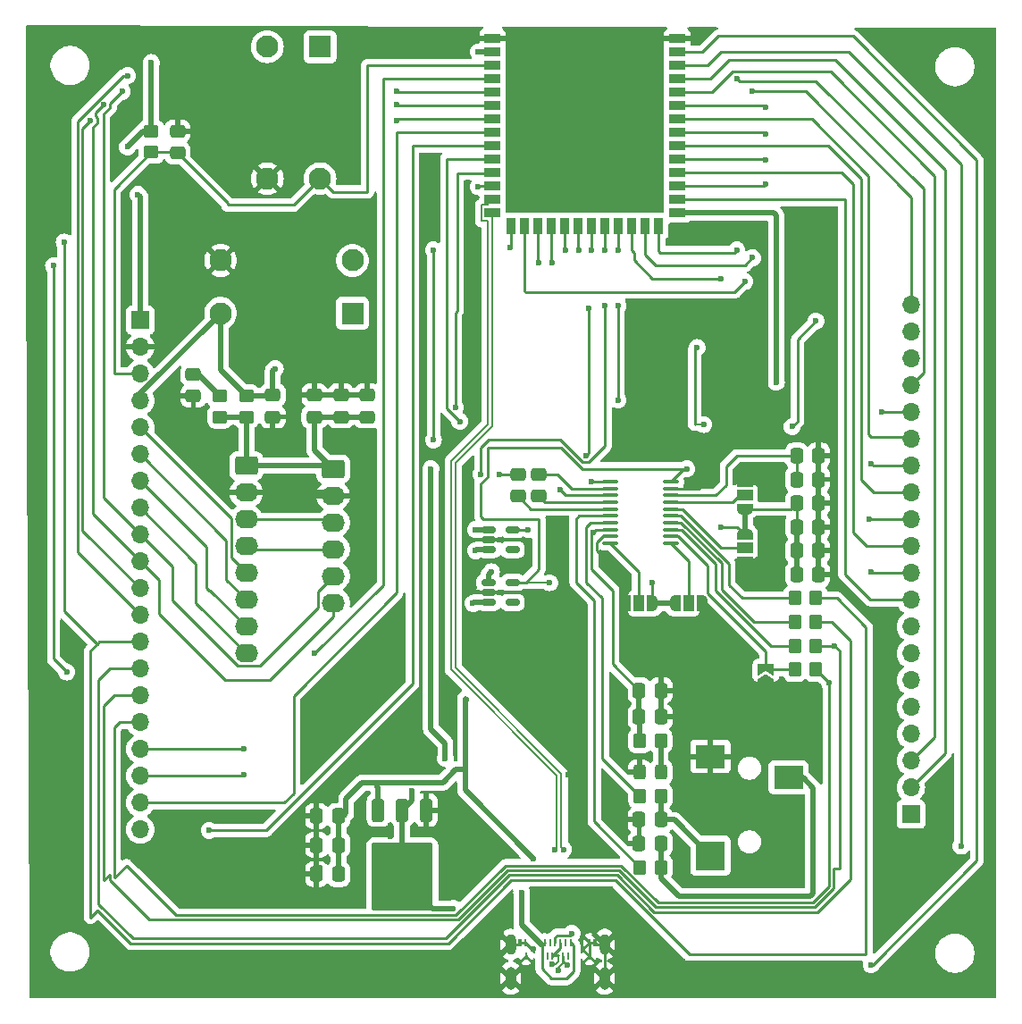
<source format=gbr>
G04 #@! TF.GenerationSoftware,KiCad,Pcbnew,8.0.8*
G04 #@! TF.CreationDate,2025-03-03T21:47:54-06:00*
G04 #@! TF.ProjectId,group13_esp,67726f75-7031-4335-9f65-73702e6b6963,rev?*
G04 #@! TF.SameCoordinates,Original*
G04 #@! TF.FileFunction,Copper,L1,Top*
G04 #@! TF.FilePolarity,Positive*
%FSLAX46Y46*%
G04 Gerber Fmt 4.6, Leading zero omitted, Abs format (unit mm)*
G04 Created by KiCad (PCBNEW 8.0.8) date 2025-03-03 21:47:54*
%MOMM*%
%LPD*%
G01*
G04 APERTURE LIST*
G04 Aperture macros list*
%AMRoundRect*
0 Rectangle with rounded corners*
0 $1 Rounding radius*
0 $2 $3 $4 $5 $6 $7 $8 $9 X,Y pos of 4 corners*
0 Add a 4 corners polygon primitive as box body*
4,1,4,$2,$3,$4,$5,$6,$7,$8,$9,$2,$3,0*
0 Add four circle primitives for the rounded corners*
1,1,$1+$1,$2,$3*
1,1,$1+$1,$4,$5*
1,1,$1+$1,$6,$7*
1,1,$1+$1,$8,$9*
0 Add four rect primitives between the rounded corners*
20,1,$1+$1,$2,$3,$4,$5,0*
20,1,$1+$1,$4,$5,$6,$7,0*
20,1,$1+$1,$6,$7,$8,$9,0*
20,1,$1+$1,$8,$9,$2,$3,0*%
%AMFreePoly0*
4,1,19,0.550000,-0.750000,0.000000,-0.750000,0.000000,-0.744911,-0.071157,-0.744911,-0.207708,-0.704816,-0.327430,-0.627875,-0.420627,-0.520320,-0.479746,-0.390866,-0.500000,-0.250000,-0.500000,0.250000,-0.479746,0.390866,-0.420627,0.520320,-0.327430,0.627875,-0.207708,0.704816,-0.071157,0.744911,0.000000,0.744911,0.000000,0.750000,0.550000,0.750000,0.550000,-0.750000,0.550000,-0.750000,
$1*%
%AMFreePoly1*
4,1,19,0.000000,0.744911,0.071157,0.744911,0.207708,0.704816,0.327430,0.627875,0.420627,0.520320,0.479746,0.390866,0.500000,0.250000,0.500000,-0.250000,0.479746,-0.390866,0.420627,-0.520320,0.327430,-0.627875,0.207708,-0.704816,0.071157,-0.744911,0.000000,-0.744911,0.000000,-0.750000,-0.550000,-0.750000,-0.550000,0.750000,0.000000,0.750000,0.000000,0.744911,0.000000,0.744911,
$1*%
%AMFreePoly2*
4,1,6,1.000000,0.000000,0.500000,-0.750000,-0.500000,-0.750000,-0.500000,0.750000,0.500000,0.750000,1.000000,0.000000,1.000000,0.000000,$1*%
%AMFreePoly3*
4,1,6,0.500000,-0.750000,-0.650000,-0.750000,-0.150000,0.000000,-0.650000,0.750000,0.500000,0.750000,0.500000,-0.750000,0.500000,-0.750000,$1*%
G04 Aperture macros list end*
G04 #@! TA.AperFunction,SMDPad,CuDef*
%ADD10RoundRect,0.250000X0.337500X0.475000X-0.337500X0.475000X-0.337500X-0.475000X0.337500X-0.475000X0*%
G04 #@! TD*
G04 #@! TA.AperFunction,SMDPad,CuDef*
%ADD11RoundRect,0.250000X0.475000X-0.337500X0.475000X0.337500X-0.475000X0.337500X-0.475000X-0.337500X0*%
G04 #@! TD*
G04 #@! TA.AperFunction,SMDPad,CuDef*
%ADD12RoundRect,0.250000X0.350000X0.450000X-0.350000X0.450000X-0.350000X-0.450000X0.350000X-0.450000X0*%
G04 #@! TD*
G04 #@! TA.AperFunction,SMDPad,CuDef*
%ADD13FreePoly0,0.000000*%
G04 #@! TD*
G04 #@! TA.AperFunction,SMDPad,CuDef*
%ADD14R,1.000000X1.500000*%
G04 #@! TD*
G04 #@! TA.AperFunction,SMDPad,CuDef*
%ADD15FreePoly1,0.000000*%
G04 #@! TD*
G04 #@! TA.AperFunction,SMDPad,CuDef*
%ADD16FreePoly0,270.000000*%
G04 #@! TD*
G04 #@! TA.AperFunction,SMDPad,CuDef*
%ADD17R,1.500000X1.000000*%
G04 #@! TD*
G04 #@! TA.AperFunction,SMDPad,CuDef*
%ADD18FreePoly1,270.000000*%
G04 #@! TD*
G04 #@! TA.AperFunction,SMDPad,CuDef*
%ADD19RoundRect,0.075000X-0.075000X-0.300000X0.075000X-0.300000X0.075000X0.300000X-0.075000X0.300000X0*%
G04 #@! TD*
G04 #@! TA.AperFunction,SMDPad,CuDef*
%ADD20RoundRect,0.062500X-0.062500X-0.312500X0.062500X-0.312500X0.062500X0.312500X-0.062500X0.312500X0*%
G04 #@! TD*
G04 #@! TA.AperFunction,HeatsinkPad*
%ADD21O,0.950000X1.950000*%
G04 #@! TD*
G04 #@! TA.AperFunction,HeatsinkPad*
%ADD22O,0.950000X2.150000*%
G04 #@! TD*
G04 #@! TA.AperFunction,SMDPad,CuDef*
%ADD23RoundRect,0.250000X-0.475000X0.337500X-0.475000X-0.337500X0.475000X-0.337500X0.475000X0.337500X0*%
G04 #@! TD*
G04 #@! TA.AperFunction,SMDPad,CuDef*
%ADD24RoundRect,0.250000X-0.450000X0.350000X-0.450000X-0.350000X0.450000X-0.350000X0.450000X0.350000X0*%
G04 #@! TD*
G04 #@! TA.AperFunction,SMDPad,CuDef*
%ADD25RoundRect,0.250000X-0.337500X-0.475000X0.337500X-0.475000X0.337500X0.475000X-0.337500X0.475000X0*%
G04 #@! TD*
G04 #@! TA.AperFunction,SMDPad,CuDef*
%ADD26FreePoly0,180.000000*%
G04 #@! TD*
G04 #@! TA.AperFunction,SMDPad,CuDef*
%ADD27FreePoly1,180.000000*%
G04 #@! TD*
G04 #@! TA.AperFunction,SMDPad,CuDef*
%ADD28RoundRect,0.250000X-0.325000X-0.450000X0.325000X-0.450000X0.325000X0.450000X-0.325000X0.450000X0*%
G04 #@! TD*
G04 #@! TA.AperFunction,SMDPad,CuDef*
%ADD29RoundRect,0.250000X-0.350000X-0.450000X0.350000X-0.450000X0.350000X0.450000X-0.350000X0.450000X0*%
G04 #@! TD*
G04 #@! TA.AperFunction,ComponentPad*
%ADD30R,1.700000X1.700000*%
G04 #@! TD*
G04 #@! TA.AperFunction,ComponentPad*
%ADD31O,1.700000X1.700000*%
G04 #@! TD*
G04 #@! TA.AperFunction,ComponentPad*
%ADD32RoundRect,0.250000X-0.845000X0.620000X-0.845000X-0.620000X0.845000X-0.620000X0.845000X0.620000X0*%
G04 #@! TD*
G04 #@! TA.AperFunction,ComponentPad*
%ADD33O,2.190000X1.740000*%
G04 #@! TD*
G04 #@! TA.AperFunction,SMDPad,CuDef*
%ADD34RoundRect,0.250000X0.450000X-0.350000X0.450000X0.350000X-0.450000X0.350000X-0.450000X-0.350000X0*%
G04 #@! TD*
G04 #@! TA.AperFunction,SMDPad,CuDef*
%ADD35R,2.800000X2.200000*%
G04 #@! TD*
G04 #@! TA.AperFunction,SMDPad,CuDef*
%ADD36R,2.800000X2.800000*%
G04 #@! TD*
G04 #@! TA.AperFunction,SMDPad,CuDef*
%ADD37RoundRect,0.150000X-0.512500X-0.150000X0.512500X-0.150000X0.512500X0.150000X-0.512500X0.150000X0*%
G04 #@! TD*
G04 #@! TA.AperFunction,ComponentPad*
%ADD38R,2.100000X2.100000*%
G04 #@! TD*
G04 #@! TA.AperFunction,ComponentPad*
%ADD39C,2.100000*%
G04 #@! TD*
G04 #@! TA.AperFunction,SMDPad,CuDef*
%ADD40FreePoly2,90.000000*%
G04 #@! TD*
G04 #@! TA.AperFunction,SMDPad,CuDef*
%ADD41FreePoly3,90.000000*%
G04 #@! TD*
G04 #@! TA.AperFunction,SMDPad,CuDef*
%ADD42R,1.500000X0.900000*%
G04 #@! TD*
G04 #@! TA.AperFunction,SMDPad,CuDef*
%ADD43R,0.900000X1.500000*%
G04 #@! TD*
G04 #@! TA.AperFunction,HeatsinkPad*
%ADD44C,0.600000*%
G04 #@! TD*
G04 #@! TA.AperFunction,HeatsinkPad*
%ADD45R,3.900000X3.900000*%
G04 #@! TD*
G04 #@! TA.AperFunction,SMDPad,CuDef*
%ADD46FreePoly0,90.000000*%
G04 #@! TD*
G04 #@! TA.AperFunction,SMDPad,CuDef*
%ADD47FreePoly1,90.000000*%
G04 #@! TD*
G04 #@! TA.AperFunction,SMDPad,CuDef*
%ADD48RoundRect,0.100000X-0.637500X-0.100000X0.637500X-0.100000X0.637500X0.100000X-0.637500X0.100000X0*%
G04 #@! TD*
G04 #@! TA.AperFunction,SMDPad,CuDef*
%ADD49RoundRect,0.250000X-0.350000X0.850000X-0.350000X-0.850000X0.350000X-0.850000X0.350000X0.850000X0*%
G04 #@! TD*
G04 #@! TA.AperFunction,SMDPad,CuDef*
%ADD50RoundRect,0.250000X-1.125000X1.275000X-1.125000X-1.275000X1.125000X-1.275000X1.125000X1.275000X0*%
G04 #@! TD*
G04 #@! TA.AperFunction,SMDPad,CuDef*
%ADD51RoundRect,0.249997X-2.650003X2.950003X-2.650003X-2.950003X2.650003X-2.950003X2.650003X2.950003X0*%
G04 #@! TD*
G04 #@! TA.AperFunction,ViaPad*
%ADD52C,0.600000*%
G04 #@! TD*
G04 #@! TA.AperFunction,Conductor*
%ADD53C,0.254000*%
G04 #@! TD*
G04 #@! TA.AperFunction,Conductor*
%ADD54C,0.508000*%
G04 #@! TD*
G04 #@! TA.AperFunction,Conductor*
%ADD55C,0.200000*%
G04 #@! TD*
G04 APERTURE END LIST*
D10*
X153750000Y-89250000D03*
X151675000Y-89250000D03*
D11*
X102028000Y-74325000D03*
X102028000Y-72250000D03*
D12*
X153500000Y-98250000D03*
X151500000Y-98250000D03*
D13*
X140150000Y-92000000D03*
D14*
X141450000Y-92000000D03*
D15*
X142750000Y-92000000D03*
D16*
X146750000Y-85450000D03*
D17*
X146750000Y-86750000D03*
D18*
X146750000Y-88050000D03*
D12*
X153500000Y-91500000D03*
X151500000Y-91500000D03*
D19*
X125487000Y-124133000D03*
D20*
X125987000Y-124133000D03*
D19*
X132587000Y-124133000D03*
D20*
X127787000Y-124133000D03*
X128287000Y-124133000D03*
X128787000Y-124133000D03*
X129287000Y-124133000D03*
X129787000Y-124133000D03*
X130287000Y-124133000D03*
X132087000Y-124133000D03*
X132037000Y-125383000D03*
X130537000Y-125383000D03*
X130037000Y-125383000D03*
X129537000Y-125383000D03*
X128537000Y-125383000D03*
X128037000Y-125383000D03*
X127537000Y-125383000D03*
X126037000Y-125383000D03*
D21*
X124587000Y-124308000D03*
D22*
X124587000Y-127508000D03*
D21*
X133487000Y-124308000D03*
D22*
X133487000Y-127508000D03*
D23*
X110972000Y-72250000D03*
X110972000Y-74325000D03*
D24*
X99528000Y-72325000D03*
X99528000Y-74325000D03*
D10*
X108249000Y-117638000D03*
X106174000Y-117638000D03*
D25*
X136750000Y-114750000D03*
X138825000Y-114750000D03*
D26*
X138000000Y-92000000D03*
D14*
X136700000Y-92000000D03*
D27*
X135400000Y-92000000D03*
D28*
X136775000Y-108000000D03*
X138825000Y-108000000D03*
D29*
X136787500Y-105000000D03*
X138787500Y-105000000D03*
D30*
X162500000Y-111980000D03*
D31*
X162500000Y-109440000D03*
X162500000Y-106900000D03*
X162500000Y-104360000D03*
X162500000Y-101820000D03*
X162500000Y-99280000D03*
X162500000Y-96740000D03*
X162500000Y-94200000D03*
X162500000Y-91660000D03*
X162500000Y-89120000D03*
X162500000Y-86580000D03*
X162500000Y-84040000D03*
X162500000Y-81500000D03*
X162500000Y-78960000D03*
X162500000Y-76420000D03*
X162500000Y-73880000D03*
X162500000Y-71340000D03*
X162500000Y-68800000D03*
X162500000Y-66260000D03*
X162500000Y-63720000D03*
D23*
X127250000Y-79750000D03*
X127250000Y-81825000D03*
D25*
X151675000Y-78000000D03*
X153750000Y-78000000D03*
D23*
X105972000Y-72250000D03*
X105972000Y-74325000D03*
D32*
X99500000Y-78960000D03*
D33*
X99500000Y-81500000D03*
X99500000Y-84040000D03*
X99500000Y-86580000D03*
X99500000Y-89120000D03*
X99500000Y-91660000D03*
X99500000Y-94200000D03*
X99500000Y-96740000D03*
D10*
X153750000Y-84750000D03*
X151675000Y-84750000D03*
D11*
X94500000Y-72362500D03*
X94500000Y-70287500D03*
D25*
X151675000Y-80250000D03*
X153750000Y-80250000D03*
D34*
X90500000Y-49250000D03*
X90500000Y-47250000D03*
D10*
X138825000Y-112500000D03*
X136750000Y-112500000D03*
D25*
X151675000Y-87000000D03*
X153750000Y-87000000D03*
D35*
X150900000Y-108500000D03*
X143500000Y-106500000D03*
D36*
X143500000Y-115900000D03*
D25*
X136750000Y-100250000D03*
X138825000Y-100250000D03*
D23*
X108500000Y-72250000D03*
X108500000Y-74325000D03*
D25*
X151675000Y-82500000D03*
X153750000Y-82500000D03*
D23*
X125250000Y-79750000D03*
X125250000Y-81825000D03*
D37*
X122475000Y-90000000D03*
X122475000Y-90950000D03*
X122475000Y-91900000D03*
X124750000Y-91900000D03*
X124750000Y-90000000D03*
D38*
X106500000Y-39250000D03*
D39*
X106500000Y-51750000D03*
X101500000Y-39250000D03*
X101500000Y-51750000D03*
D37*
X122475000Y-85000000D03*
X122475000Y-85950000D03*
X122475000Y-86900000D03*
X124750000Y-86900000D03*
X124750000Y-85000000D03*
D40*
X148750000Y-99700000D03*
D41*
X148750000Y-98250000D03*
D30*
X89472000Y-65159000D03*
D31*
X89472000Y-67699000D03*
X89472000Y-70239000D03*
X89472000Y-72779000D03*
X89472000Y-75319000D03*
X89472000Y-77859000D03*
X89472000Y-80399000D03*
X89472000Y-82939000D03*
X89472000Y-85479000D03*
X89472000Y-88019000D03*
X89472000Y-90559000D03*
X89472000Y-93099000D03*
X89472000Y-95639000D03*
X89472000Y-98179000D03*
X89472000Y-100719000D03*
X89472000Y-103259000D03*
X89472000Y-105799000D03*
X89472000Y-108339000D03*
X89472000Y-110879000D03*
X89472000Y-113419000D03*
D29*
X136825000Y-110250000D03*
X138825000Y-110250000D03*
D42*
X122850000Y-38480000D03*
X122850000Y-39750000D03*
X122850000Y-41020000D03*
X122850000Y-42290000D03*
X122850000Y-43560000D03*
X122850000Y-44830000D03*
X122850000Y-46100000D03*
X122850000Y-47370000D03*
X122850000Y-48640000D03*
X122850000Y-49910000D03*
X122850000Y-51180000D03*
X122850000Y-52450000D03*
X122850000Y-53720000D03*
X122850000Y-54990000D03*
D43*
X124615000Y-56240000D03*
X125885000Y-56240000D03*
X127155000Y-56240000D03*
X128425000Y-56240000D03*
X129695000Y-56240000D03*
X130965000Y-56240000D03*
X132235000Y-56240000D03*
X133505000Y-56240000D03*
X134775000Y-56240000D03*
X136045000Y-56240000D03*
X137315000Y-56240000D03*
X138585000Y-56240000D03*
D42*
X140350000Y-54990000D03*
X140350000Y-53720000D03*
X140350000Y-52450000D03*
X140350000Y-51180000D03*
X140350000Y-49910000D03*
X140350000Y-48640000D03*
X140350000Y-47370000D03*
X140350000Y-46100000D03*
X140350000Y-44830000D03*
X140350000Y-43560000D03*
X140350000Y-42290000D03*
X140350000Y-41020000D03*
X140350000Y-39750000D03*
X140350000Y-38480000D03*
D44*
X128700000Y-45500000D03*
X128700000Y-46900000D03*
X129400000Y-44800000D03*
X129400000Y-46200000D03*
X129400000Y-47600000D03*
X130100000Y-45500000D03*
D45*
X130100000Y-46200000D03*
D44*
X130100000Y-46900000D03*
X130800000Y-44800000D03*
X130800000Y-46200000D03*
X130800000Y-47600000D03*
X131500000Y-45500000D03*
X131500000Y-46900000D03*
D46*
X146750000Y-83050000D03*
D17*
X146750000Y-81750000D03*
D47*
X146750000Y-80450000D03*
D48*
X134025000Y-80450000D03*
X134025000Y-81100000D03*
X134025000Y-81750000D03*
X134025000Y-82400000D03*
X134025000Y-83050000D03*
X134025000Y-83700000D03*
X134025000Y-84350000D03*
X134025000Y-85000000D03*
X134025000Y-85650000D03*
X134025000Y-86300000D03*
X139750000Y-86300000D03*
X139750000Y-85650000D03*
X139750000Y-85000000D03*
X139750000Y-84350000D03*
X139750000Y-83700000D03*
X139750000Y-83050000D03*
X139750000Y-82400000D03*
X139750000Y-81750000D03*
X139750000Y-81100000D03*
X139750000Y-80450000D03*
D25*
X106174000Y-114888000D03*
X108249000Y-114888000D03*
X136750000Y-102750000D03*
X138825000Y-102750000D03*
D49*
X116581000Y-111580000D03*
X114301000Y-111580000D03*
D50*
X115826000Y-116205000D03*
X112776000Y-116205000D03*
D51*
X114301000Y-117880000D03*
D50*
X115826000Y-119555000D03*
X112776000Y-119555000D03*
D49*
X112021000Y-111580000D03*
D12*
X153500000Y-93750000D03*
X151500000Y-93750000D03*
D24*
X97000000Y-72325000D03*
X97000000Y-74325000D03*
D32*
X107750000Y-79250000D03*
D33*
X107750000Y-81790000D03*
X107750000Y-84330000D03*
X107750000Y-86870000D03*
X107750000Y-89410000D03*
X107750000Y-91950000D03*
D23*
X93000000Y-47250000D03*
X93000000Y-49325000D03*
D12*
X153500000Y-96000000D03*
X151500000Y-96000000D03*
X138825000Y-117000000D03*
X136825000Y-117000000D03*
D38*
X109575000Y-64500000D03*
D39*
X97075000Y-64500000D03*
X109575000Y-59500000D03*
X97075000Y-59500000D03*
D10*
X108249000Y-112138000D03*
X106174000Y-112138000D03*
D52*
X122936000Y-123698000D03*
X130000000Y-108250000D03*
X115570000Y-113157000D03*
X106500000Y-117000000D03*
X93000000Y-39000000D03*
X109750000Y-99000000D03*
X148000000Y-90000000D03*
X128750000Y-92000000D03*
X134500000Y-111500000D03*
X147500000Y-79000000D03*
X126746000Y-124714000D03*
X143500000Y-80000000D03*
X138250000Y-97000000D03*
X133500000Y-87750000D03*
X134750000Y-104500000D03*
X96000000Y-48500000D03*
X79750000Y-103000000D03*
X111500000Y-82000000D03*
X164750000Y-117500000D03*
X160250000Y-117750000D03*
X93000000Y-62000000D03*
X93500000Y-75500000D03*
X109250000Y-54750000D03*
X113157000Y-113030000D03*
X122936000Y-124587000D03*
X123698000Y-123190000D03*
X116750000Y-54000000D03*
X153250000Y-60500000D03*
X113157000Y-114046000D03*
X119126000Y-120904000D03*
X117000000Y-79250000D03*
X121500000Y-39750000D03*
X88250000Y-48750000D03*
X118377000Y-106680000D03*
X89250000Y-53250000D03*
X115189000Y-109728000D03*
X90500000Y-40750000D03*
X138000000Y-90000000D03*
X141250000Y-79250000D03*
X144500000Y-84750000D03*
X128270000Y-90043000D03*
X125603000Y-119380000D03*
X120329000Y-101079000D03*
X121250000Y-87000000D03*
X121000000Y-92000000D03*
X126746000Y-116205000D03*
X121250000Y-85000000D03*
X122750000Y-89000000D03*
X132377000Y-85250000D03*
X132250000Y-80473000D03*
X126250000Y-85000000D03*
X129250000Y-81250000D03*
X123500000Y-79750000D03*
X149750000Y-71043356D03*
X102250000Y-69750000D03*
X167250000Y-115000000D03*
X106000000Y-96750000D03*
X117250000Y-76500000D03*
X117250000Y-58500000D03*
X124500000Y-58250000D03*
X113750000Y-46250000D03*
X84750000Y-46250000D03*
X158750000Y-126250000D03*
X88250000Y-42000000D03*
X121500000Y-52500000D03*
X87750000Y-43500000D03*
X113750000Y-43500000D03*
X113750000Y-44750000D03*
X86000000Y-44750000D03*
X99250000Y-105750000D03*
X131735616Y-77985618D03*
X132000000Y-64000000D03*
X132250000Y-58500000D03*
X82250000Y-57750000D03*
X127250000Y-59750000D03*
X128500000Y-59750000D03*
X81250000Y-60000000D03*
X82500000Y-98500000D03*
X121750000Y-79750000D03*
X133500000Y-63750000D03*
X133500000Y-58500000D03*
X99250000Y-108250000D03*
X151250000Y-75250000D03*
X154750000Y-99500000D03*
X131000000Y-58500000D03*
X153500000Y-65250000D03*
X96000000Y-113500000D03*
X142875000Y-75057000D03*
X142250000Y-67750000D03*
X155250000Y-96000000D03*
X129750000Y-58500000D03*
X147500000Y-59250000D03*
X147500000Y-43500000D03*
X146000000Y-58500000D03*
X146000000Y-42250000D03*
X158750000Y-78750000D03*
X148750000Y-47500000D03*
X146750000Y-61500000D03*
X144500000Y-61250000D03*
X159750000Y-73880000D03*
X148750000Y-45000000D03*
X119750000Y-74750000D03*
X148750000Y-50000000D03*
X158540000Y-84040000D03*
X134750000Y-63750000D03*
X134750000Y-72725000D03*
X134750000Y-58500000D03*
X119318356Y-73431644D03*
X158750000Y-89000000D03*
X148750000Y-52250000D03*
X128510499Y-126212052D03*
X128734000Y-115305133D03*
X130384593Y-123258837D03*
X129584000Y-115305133D03*
X129111541Y-126813094D03*
X129910000Y-126272000D03*
D53*
X132037000Y-124183000D02*
X132087000Y-124133000D01*
X132762000Y-124308000D02*
X132587000Y-124133000D01*
X126568000Y-124714000D02*
X125987000Y-124133000D01*
X122936000Y-123698000D02*
X123977000Y-123698000D01*
X132750000Y-86187501D02*
X132750000Y-87000000D01*
X124587000Y-124308000D02*
X125312000Y-124308000D01*
D54*
X117421263Y-111580000D02*
X116581000Y-111580000D01*
D53*
X133287501Y-85650000D02*
X132750000Y-86187501D01*
X126746000Y-124714000D02*
X126568000Y-124714000D01*
X125987000Y-124133000D02*
X125487000Y-124133000D01*
D54*
X107460000Y-81500000D02*
X107750000Y-81790000D01*
D53*
X132750000Y-87000000D02*
X133500000Y-87750000D01*
X142400000Y-81100000D02*
X143500000Y-80000000D01*
X132087000Y-124133000D02*
X132587000Y-124133000D01*
X134025000Y-85650000D02*
X133287501Y-85650000D01*
D54*
X99500000Y-81500000D02*
X107460000Y-81500000D01*
D53*
X133487000Y-127508000D02*
X133487000Y-124308000D01*
X133487000Y-124308000D02*
X132762000Y-124308000D01*
X139750000Y-81100000D02*
X142400000Y-81100000D01*
X132037000Y-125383000D02*
X132037000Y-124183000D01*
D54*
X124762000Y-124133000D02*
X124587000Y-124308000D01*
D53*
X125312000Y-124308000D02*
X125487000Y-124133000D01*
X123977000Y-123698000D02*
X124587000Y-124308000D01*
D54*
X97000000Y-74325000D02*
X99528000Y-74325000D01*
X117175000Y-120904000D02*
X115826000Y-119555000D01*
X119126000Y-120904000D02*
X117175000Y-120904000D01*
X89472000Y-65159000D02*
X89472000Y-53472000D01*
X117000000Y-103873000D02*
X118377000Y-105250000D01*
X117000000Y-79250000D02*
X117000000Y-103873000D01*
X110972000Y-74325000D02*
X108500000Y-74325000D01*
X121500000Y-39750000D02*
X122850000Y-39750000D01*
X105972000Y-77472000D02*
X107750000Y-79250000D01*
X118377000Y-106299000D02*
X118377000Y-106680000D01*
X99500000Y-78960000D02*
X107460000Y-78960000D01*
X90500000Y-47250000D02*
X90500000Y-40750000D01*
X108500000Y-74325000D02*
X105972000Y-74325000D01*
X99528000Y-78932000D02*
X99500000Y-78960000D01*
X105972000Y-74325000D02*
X105972000Y-77472000D01*
X115189000Y-110692000D02*
X114301000Y-111580000D01*
X89750000Y-47250000D02*
X88250000Y-48750000D01*
X107460000Y-78960000D02*
X107750000Y-79250000D01*
X90500000Y-47250000D02*
X89750000Y-47250000D01*
X99528000Y-74325000D02*
X99528000Y-78932000D01*
X114301000Y-111580000D02*
X114301000Y-117880000D01*
X89472000Y-53472000D02*
X89250000Y-53250000D01*
X115189000Y-109728000D02*
X115189000Y-110692000D01*
X118377000Y-105250000D02*
X118377000Y-106299000D01*
D53*
X151125000Y-83050000D02*
X146750000Y-83050000D01*
X129382712Y-77250000D02*
X122392052Y-77250000D01*
D55*
X128227000Y-90000000D02*
X128270000Y-90043000D01*
D53*
X139750000Y-80450000D02*
X140950000Y-79250000D01*
X144500000Y-84750000D02*
X146050000Y-84750000D01*
D54*
X151675000Y-87000000D02*
X151675000Y-89250000D01*
D53*
X138000000Y-92000000D02*
X138000000Y-90000000D01*
X127250000Y-84000000D02*
X127250000Y-88750000D01*
X122392052Y-79994660D02*
X121750000Y-80636712D01*
X127250000Y-88750000D02*
X126000000Y-90000000D01*
X151675000Y-82500000D02*
X151125000Y-83050000D01*
X126000000Y-90000000D02*
X124750000Y-90000000D01*
D54*
X151675000Y-84750000D02*
X151675000Y-87000000D01*
D53*
X122000000Y-84000000D02*
X127250000Y-84000000D01*
X122392052Y-77250000D02*
X122392052Y-79994660D01*
X121750000Y-80636712D02*
X121750000Y-83750000D01*
D54*
X138000000Y-92000000D02*
X138000000Y-92112500D01*
D53*
X151675000Y-82500000D02*
X151675000Y-84750000D01*
D54*
X138000000Y-92000000D02*
X140150000Y-92000000D01*
D55*
X126000000Y-90000000D02*
X128227000Y-90000000D01*
D53*
X140950000Y-79250000D02*
X141250000Y-79250000D01*
X146050000Y-84750000D02*
X146750000Y-85450000D01*
X121750000Y-83750000D02*
X122000000Y-84000000D01*
D54*
X138000000Y-92112500D02*
X138112500Y-92225000D01*
X146750000Y-85450000D02*
X146750000Y-83050000D01*
D53*
X131382712Y-79250000D02*
X129382712Y-77250000D01*
X141250000Y-79250000D02*
X131382712Y-79250000D01*
X127787000Y-124133000D02*
X127537000Y-124383000D01*
X127537000Y-124383000D02*
X127537000Y-125383000D01*
D54*
X122475000Y-86900000D02*
X121350000Y-86900000D01*
X108749000Y-112138000D02*
X108974000Y-111913000D01*
X110490000Y-108966000D02*
X111887000Y-108966000D01*
D53*
X130537000Y-126852000D02*
X130537000Y-125383000D01*
D54*
X126746000Y-116205000D02*
X120250000Y-109709000D01*
X122475000Y-91900000D02*
X121100000Y-91900000D01*
X122475000Y-89275000D02*
X122750000Y-89000000D01*
X120250000Y-107750000D02*
X120250000Y-101000000D01*
X112021000Y-109481000D02*
X112021000Y-111580000D01*
D53*
X129847000Y-127542000D02*
X130537000Y-126852000D01*
D54*
X108974000Y-110482000D02*
X110490000Y-108966000D01*
X108974000Y-111913000D02*
X108974000Y-110482000D01*
X125603000Y-122449000D02*
X127537000Y-124383000D01*
D53*
X127537000Y-125383000D02*
X127537000Y-126629000D01*
D54*
X108249000Y-114888000D02*
X108249000Y-117638000D01*
D53*
X130537000Y-124383000D02*
X130537000Y-125383000D01*
D54*
X122475000Y-85000000D02*
X121250000Y-85000000D01*
X111887000Y-108966000D02*
X118141000Y-108966000D01*
D53*
X130287000Y-124133000D02*
X130537000Y-124383000D01*
D54*
X125603000Y-119380000D02*
X125603000Y-122449000D01*
X120250000Y-101000000D02*
X120329000Y-101079000D01*
X119357000Y-107750000D02*
X120250000Y-107750000D01*
X122475000Y-90000000D02*
X122475000Y-89275000D01*
X108249000Y-112138000D02*
X108249000Y-114888000D01*
X120250000Y-109709000D02*
X120250000Y-107750000D01*
X108249000Y-112138000D02*
X108749000Y-112138000D01*
X118141000Y-108966000D02*
X119357000Y-107750000D01*
X121350000Y-86900000D02*
X121250000Y-87000000D01*
X111887000Y-108966000D02*
X111887000Y-109347000D01*
X111887000Y-109347000D02*
X112021000Y-109481000D01*
D53*
X128450000Y-127542000D02*
X129847000Y-127542000D01*
X127537000Y-126629000D02*
X128450000Y-127542000D01*
D54*
X121100000Y-91900000D02*
X121000000Y-92000000D01*
D53*
X126250000Y-85000000D02*
X124750000Y-85000000D01*
D54*
X136787500Y-105000000D02*
X136787500Y-102787500D01*
D53*
X132250000Y-88750000D02*
X134250000Y-90750000D01*
X132273000Y-80450000D02*
X132250000Y-80473000D01*
X132377000Y-85250000D02*
X132627000Y-85000000D01*
X132627000Y-85000000D02*
X134025000Y-85000000D01*
D54*
X136787500Y-102787500D02*
X136750000Y-102750000D01*
D53*
X132377000Y-85250000D02*
X132250000Y-85377000D01*
D54*
X136750000Y-102750000D02*
X136750000Y-100250000D01*
D53*
X134250000Y-97750000D02*
X136750000Y-100250000D01*
X134250000Y-90750000D02*
X134250000Y-97750000D01*
X134025000Y-80450000D02*
X132273000Y-80450000D01*
X132250000Y-85377000D02*
X132250000Y-88750000D01*
X129000000Y-79750000D02*
X130350000Y-81100000D01*
X130350000Y-81100000D02*
X134025000Y-81100000D01*
X127250000Y-79750000D02*
X129000000Y-79750000D01*
X127825000Y-82400000D02*
X127250000Y-81825000D01*
X134025000Y-82400000D02*
X127825000Y-82400000D01*
X129250000Y-81250000D02*
X129750000Y-81750000D01*
X129750000Y-81750000D02*
X134025000Y-81750000D01*
X123500000Y-79750000D02*
X125250000Y-79750000D01*
X126475000Y-83050000D02*
X125250000Y-81825000D01*
X134025000Y-83050000D02*
X126475000Y-83050000D01*
D54*
X138825000Y-110250000D02*
X138825000Y-112500000D01*
X138825000Y-112500000D02*
X140100000Y-112500000D01*
X140100000Y-112500000D02*
X143500000Y-115900000D01*
X153250000Y-109500000D02*
X153250000Y-119500000D01*
X153000000Y-119750000D02*
X140500000Y-119750000D01*
X138825000Y-114750000D02*
X138825000Y-114925000D01*
X138825000Y-115075000D02*
X138825000Y-117000000D01*
X138825000Y-114925000D02*
X138750000Y-115000000D01*
X153250000Y-119500000D02*
X153000000Y-119750000D01*
X140500000Y-119750000D02*
X138825000Y-118075000D01*
X138825000Y-118075000D02*
X138825000Y-117000000D01*
X150900000Y-108500000D02*
X152250000Y-108500000D01*
X138750000Y-115000000D02*
X138825000Y-115075000D01*
X152250000Y-108500000D02*
X153250000Y-109500000D01*
D53*
X146000000Y-78000000D02*
X145000000Y-79000000D01*
X144017941Y-81750000D02*
X139750000Y-81750000D01*
X145000000Y-80767941D02*
X144017941Y-81750000D01*
X145000000Y-79000000D02*
X145000000Y-80767941D01*
X151675000Y-78000000D02*
X146000000Y-78000000D01*
X151675000Y-80250000D02*
X151675000Y-78000000D01*
D54*
X94500000Y-70287500D02*
X94962500Y-70287500D01*
X94962500Y-70287500D02*
X97000000Y-72325000D01*
D53*
X97750000Y-54075000D02*
X97750000Y-54250000D01*
X93000000Y-49325000D02*
X97750000Y-54075000D01*
X87000000Y-70239000D02*
X87000000Y-52750000D01*
X111000000Y-41020000D02*
X111000000Y-53000000D01*
X107750000Y-53000000D02*
X106500000Y-51750000D01*
X87000000Y-52750000D02*
X90500000Y-49250000D01*
X111000000Y-53000000D02*
X107750000Y-53000000D01*
X89472000Y-70239000D02*
X87000000Y-70239000D01*
X104000000Y-54250000D02*
X106500000Y-51750000D01*
X92925000Y-49250000D02*
X93000000Y-49325000D01*
X90500000Y-49250000D02*
X92925000Y-49250000D01*
X122850000Y-41020000D02*
X111000000Y-41020000D01*
X97750000Y-54250000D02*
X104000000Y-54250000D01*
D54*
X102028000Y-72250000D02*
X102028000Y-69972000D01*
X101953000Y-72325000D02*
X102028000Y-72250000D01*
X149750000Y-55250000D02*
X149490000Y-54990000D01*
X99528000Y-72325000D02*
X101953000Y-72325000D01*
X97075000Y-69872000D02*
X99528000Y-72325000D01*
X97075000Y-64500000D02*
X89472000Y-72103000D01*
X97075000Y-64500000D02*
X97075000Y-69872000D01*
X149490000Y-54990000D02*
X140350000Y-54990000D01*
X102028000Y-69972000D02*
X102250000Y-69750000D01*
X89472000Y-72103000D02*
X89472000Y-72779000D01*
X149750000Y-71043356D02*
X149750000Y-55250000D01*
X138787500Y-105000000D02*
X138787500Y-107962500D01*
X138787500Y-107962500D02*
X138825000Y-108000000D01*
D53*
X144500000Y-39750000D02*
X143230000Y-41020000D01*
X97624000Y-89784000D02*
X97624000Y-86011000D01*
X99500000Y-91660000D02*
X97624000Y-89784000D01*
X143230000Y-41020000D02*
X140350000Y-41020000D01*
X156625000Y-39750000D02*
X144500000Y-39750000D01*
X167250000Y-50375000D02*
X156625000Y-39750000D01*
X97624000Y-86011000D02*
X89472000Y-77859000D01*
X167250000Y-115000000D02*
X167250000Y-50375000D01*
X112500000Y-42290000D02*
X122850000Y-42290000D01*
X94750000Y-91990000D02*
X99500000Y-96740000D01*
X112500000Y-90250000D02*
X112500000Y-42290000D01*
X106000000Y-96750000D02*
X112500000Y-90250000D01*
X89472000Y-82939000D02*
X94750000Y-88217000D01*
X94750000Y-88217000D02*
X94750000Y-91990000D01*
X89573000Y-80500000D02*
X89472000Y-80399000D01*
X95750000Y-90500000D02*
X96000000Y-90750000D01*
X96050000Y-90750000D02*
X99500000Y-94200000D01*
X124615000Y-58135000D02*
X124500000Y-58250000D01*
X117250000Y-58500000D02*
X117250000Y-76500000D01*
X89472000Y-80399000D02*
X95750000Y-86677000D01*
X124615000Y-56240000D02*
X124615000Y-58135000D01*
X96000000Y-90750000D02*
X96050000Y-90750000D01*
X95750000Y-86677000D02*
X95750000Y-90500000D01*
X113900000Y-46100000D02*
X122850000Y-46100000D01*
X89472000Y-90559000D02*
X84000000Y-85087000D01*
X99500000Y-84040000D02*
X107460000Y-84040000D01*
X84000000Y-47000000D02*
X84750000Y-46250000D01*
X84000000Y-85087000D02*
X84000000Y-47000000D01*
X113750000Y-46250000D02*
X113900000Y-46100000D01*
X107460000Y-84040000D02*
X107750000Y-84330000D01*
X98078000Y-83925000D02*
X98078000Y-87698000D01*
X158865000Y-126250000D02*
X168750000Y-116365000D01*
X89472000Y-75319000D02*
X98078000Y-83925000D01*
X144250000Y-38250000D02*
X142750000Y-39750000D01*
X168750000Y-116365000D02*
X168750000Y-50000000D01*
X142750000Y-39750000D02*
X140350000Y-39750000D01*
X158750000Y-126250000D02*
X158865000Y-126250000D01*
X157000000Y-38250000D02*
X144250000Y-38250000D01*
X168750000Y-50000000D02*
X157000000Y-38250000D01*
X98078000Y-87698000D02*
X99500000Y-89120000D01*
X107750000Y-86870000D02*
X99790000Y-86870000D01*
X89472000Y-93099000D02*
X83546000Y-87173000D01*
X121550000Y-52450000D02*
X121500000Y-52500000D01*
X122850000Y-52450000D02*
X121550000Y-52450000D01*
X83546000Y-87173000D02*
X83546000Y-46317288D01*
X87863288Y-42000000D02*
X88250000Y-42000000D01*
X99790000Y-86870000D02*
X99500000Y-86580000D01*
X88250000Y-42000000D02*
X88000000Y-42000000D01*
X83546000Y-46317288D02*
X87863288Y-42000000D01*
X98687000Y-97937000D02*
X100813000Y-97937000D01*
X89472000Y-85479000D02*
X86000000Y-82007000D01*
X86627000Y-44623000D02*
X87750000Y-43500000D01*
X113750000Y-43500000D02*
X113810000Y-43560000D01*
X90656000Y-86656000D02*
X92500000Y-88500000D01*
X106328000Y-90832000D02*
X107750000Y-89410000D01*
X100813000Y-97937000D02*
X106328000Y-92422000D01*
X113810000Y-43560000D02*
X122850000Y-43560000D01*
X89472000Y-85479000D02*
X90649000Y-86656000D01*
X86000000Y-45636712D02*
X86627000Y-45009712D01*
X92500000Y-88500000D02*
X92500000Y-91750000D01*
X90649000Y-86656000D02*
X90656000Y-86656000D01*
X86627000Y-45009712D02*
X86627000Y-44623000D01*
X106328000Y-92422000D02*
X106328000Y-90832000D01*
X92500000Y-91750000D02*
X98687000Y-97937000D01*
X86000000Y-82007000D02*
X86000000Y-45636712D01*
X85000000Y-46886712D02*
X85000000Y-83547000D01*
X85250000Y-45500000D02*
X85250000Y-45863288D01*
X113750000Y-44750000D02*
X113830000Y-44830000D01*
X91250000Y-93000000D02*
X97500000Y-99250000D01*
X97500000Y-99250000D02*
X101750000Y-99250000D01*
X85377000Y-46509712D02*
X85000000Y-46886712D01*
X86000000Y-44750000D02*
X85250000Y-45500000D01*
X113830000Y-44830000D02*
X122850000Y-44830000D01*
X91250000Y-89797000D02*
X91250000Y-93000000D01*
X89472000Y-88019000D02*
X91250000Y-89797000D01*
X107750000Y-93250000D02*
X107750000Y-91950000D01*
X85000000Y-83547000D02*
X89472000Y-88019000D01*
X85377000Y-45990288D02*
X85377000Y-46509712D01*
X85250000Y-45863288D02*
X85377000Y-45990288D01*
X101750000Y-99250000D02*
X107750000Y-93250000D01*
X132000000Y-77721234D02*
X132000000Y-64000000D01*
X131735616Y-77985618D02*
X132000000Y-77721234D01*
X132250000Y-56255000D02*
X132235000Y-56240000D01*
X132250000Y-58500000D02*
X132250000Y-56255000D01*
X99201000Y-105799000D02*
X99250000Y-105750000D01*
X89472000Y-105799000D02*
X99201000Y-105799000D01*
X127155000Y-59655000D02*
X127155000Y-56240000D01*
X85611000Y-95639000D02*
X85375000Y-95875000D01*
X82250000Y-92750000D02*
X82250000Y-57750000D01*
X155500000Y-91500000D02*
X153500000Y-91500000D01*
X118638868Y-124204000D02*
X124640868Y-118202000D01*
X127250000Y-59750000D02*
X127155000Y-59655000D01*
X158250000Y-125250000D02*
X158250000Y-94250000D01*
X158250000Y-94250000D02*
X155500000Y-91500000D01*
X84750000Y-96500000D02*
X84750000Y-121750000D01*
X134477916Y-118202000D02*
X141525916Y-125250000D01*
X88561948Y-124204000D02*
X118638868Y-124204000D01*
X84750000Y-121750000D02*
X85428974Y-121071026D01*
X124640868Y-118202000D02*
X134477916Y-118202000D01*
X85375000Y-95875000D02*
X84750000Y-96500000D01*
X85428974Y-121071026D02*
X88561948Y-124204000D01*
X89472000Y-95639000D02*
X85611000Y-95639000D01*
X85375000Y-95875000D02*
X82250000Y-92750000D01*
X141525916Y-125250000D02*
X158250000Y-125250000D01*
X86571000Y-98179000D02*
X85500000Y-99250000D01*
X85500000Y-99250000D02*
X85500000Y-120500000D01*
X81250000Y-60000000D02*
X81250000Y-97250000D01*
X128425000Y-59675000D02*
X128500000Y-59750000D01*
X156750000Y-118105764D02*
X156750000Y-95500000D01*
X81250000Y-97250000D02*
X82500000Y-98500000D01*
X85500000Y-120500000D02*
X88750000Y-123750000D01*
X138156968Y-121239000D02*
X153616764Y-121239000D01*
X134665968Y-117748000D02*
X138156968Y-121239000D01*
X156750000Y-95500000D02*
X155000000Y-93750000D01*
X124452816Y-117748000D02*
X134665968Y-117748000D01*
X128425000Y-56240000D02*
X128425000Y-59675000D01*
X89472000Y-98179000D02*
X86571000Y-98179000D01*
X118450816Y-123750000D02*
X124452816Y-117748000D01*
X155000000Y-93750000D02*
X153500000Y-93750000D01*
X153616764Y-121239000D02*
X156750000Y-118105764D01*
X88750000Y-123750000D02*
X118450816Y-123750000D01*
X133505000Y-58495000D02*
X133500000Y-58500000D01*
X99161000Y-108339000D02*
X99250000Y-108250000D01*
X129274764Y-76500000D02*
X131387382Y-78612618D01*
X131387382Y-78612618D02*
X131995328Y-78612618D01*
X121750000Y-77250000D02*
X122500000Y-76500000D01*
X89472000Y-108339000D02*
X99161000Y-108339000D01*
X133500000Y-77107946D02*
X133500000Y-63750000D01*
X131995328Y-78612618D02*
X133500000Y-77107946D01*
X121750000Y-79750000D02*
X121750000Y-77250000D01*
X122500000Y-76500000D02*
X129274764Y-76500000D01*
X133505000Y-56240000D02*
X133505000Y-58495000D01*
X104000000Y-110000000D02*
X103121000Y-110879000D01*
X103121000Y-110879000D02*
X89472000Y-110879000D01*
X113750000Y-91000000D02*
X104000000Y-100750000D01*
X113750000Y-47370000D02*
X113750000Y-91000000D01*
X122850000Y-47370000D02*
X113750000Y-47370000D01*
X104000000Y-100750000D02*
X104000000Y-110000000D01*
X87491000Y-103259000D02*
X89472000Y-103259000D01*
X87000000Y-118000000D02*
X87000000Y-103750000D01*
X153240658Y-120331000D02*
X138533072Y-120331000D01*
X124076712Y-116840000D02*
X119385712Y-121531000D01*
X135042072Y-116840000D02*
X124076712Y-116840000D01*
X154750000Y-99500000D02*
X154750000Y-118821658D01*
X151750000Y-67000000D02*
X151750000Y-74750000D01*
X119385712Y-121531000D02*
X92851000Y-121531000D01*
X153500000Y-65250000D02*
X151750000Y-67000000D01*
X154750000Y-118821658D02*
X153240658Y-120331000D01*
X88160000Y-116840000D02*
X87000000Y-118000000D01*
X138533072Y-120331000D02*
X135042072Y-116840000D01*
X153500000Y-98250000D02*
X154750000Y-99500000D01*
X130965000Y-58465000D02*
X131000000Y-58500000D01*
X130965000Y-56240000D02*
X130965000Y-58465000D01*
X151750000Y-74750000D02*
X151250000Y-75250000D01*
X92851000Y-121531000D02*
X88160000Y-116840000D01*
X87000000Y-103750000D02*
X87491000Y-103259000D01*
X122850000Y-48600000D02*
X122750000Y-48500000D01*
X101384000Y-113500000D02*
X115250000Y-99634000D01*
X96000000Y-113500000D02*
X101384000Y-113500000D01*
X115250000Y-48640000D02*
X122850000Y-48640000D01*
X122850000Y-48640000D02*
X122850000Y-48600000D01*
X115250000Y-99634000D02*
X115250000Y-48640000D01*
X86546000Y-117704000D02*
X86546000Y-118188053D01*
X155250000Y-96000000D02*
X153500000Y-96000000D01*
X155204000Y-117094000D02*
X155750000Y-117094000D01*
X142250000Y-67750000D02*
X142000000Y-68000000D01*
X87031000Y-100719000D02*
X86000000Y-101750000D01*
X155204000Y-119009711D02*
X155204000Y-117094000D01*
X153428711Y-120785000D02*
X155204000Y-119009711D01*
X89472000Y-100719000D02*
X87031000Y-100719000D01*
X86000000Y-101750000D02*
X86000000Y-118250000D01*
X155750000Y-117094000D02*
X155750000Y-96500000D01*
X86000000Y-118250000D02*
X86546000Y-117704000D01*
X129695000Y-58445000D02*
X129750000Y-58500000D01*
D55*
X142818000Y-75000000D02*
X142875000Y-75057000D01*
D53*
X142000000Y-68000000D02*
X142000000Y-75000000D01*
X138345020Y-120785000D02*
X153428711Y-120785000D01*
X86546000Y-118188053D02*
X90342947Y-121985000D01*
X134854020Y-117294000D02*
X138345020Y-120785000D01*
X124264764Y-117294000D02*
X134854020Y-117294000D01*
X129695000Y-56240000D02*
X129695000Y-58445000D01*
X90342947Y-121985000D02*
X119573764Y-121985000D01*
D55*
X142000000Y-75000000D02*
X142818000Y-75000000D01*
D53*
X119573764Y-121985000D02*
X124264764Y-117294000D01*
X155750000Y-96500000D02*
X155250000Y-96000000D01*
X137315000Y-56240000D02*
X137315000Y-58957053D01*
X138311947Y-59954000D02*
X146796000Y-59954000D01*
X162500000Y-53500000D02*
X152500000Y-43500000D01*
X146796000Y-59954000D02*
X147500000Y-59250000D01*
X152500000Y-43500000D02*
X147500000Y-43500000D01*
X162500000Y-63720000D02*
X162500000Y-53500000D01*
X137315000Y-58957053D02*
X138311947Y-59954000D01*
X145250000Y-40500000D02*
X155375000Y-40500000D01*
X143460000Y-42290000D02*
X145250000Y-40500000D01*
X140350000Y-42290000D02*
X143460000Y-42290000D01*
X155375000Y-40500000D02*
X165750000Y-50875000D01*
X165750000Y-50875000D02*
X165750000Y-106190000D01*
X165750000Y-106190000D02*
X162500000Y-109440000D01*
X164750000Y-104650000D02*
X164750000Y-51500000D01*
X154873000Y-41623000D02*
X145627000Y-41623000D01*
X164750000Y-51500000D02*
X154873000Y-41623000D01*
X162500000Y-106900000D02*
X164750000Y-104650000D01*
X143690000Y-43560000D02*
X140350000Y-43560000D01*
X145627000Y-41623000D02*
X143690000Y-43560000D01*
X145750000Y-58750000D02*
X138750000Y-58750000D01*
X162500000Y-71340000D02*
X163677000Y-70163000D01*
X146250000Y-42500000D02*
X146000000Y-42250000D01*
X163677000Y-70163000D02*
X163677000Y-52677000D01*
X163677000Y-52677000D02*
X153500000Y-42500000D01*
X153500000Y-42500000D02*
X146250000Y-42500000D01*
X146000000Y-58500000D02*
X145750000Y-58750000D01*
X138585000Y-58585000D02*
X138585000Y-56240000D01*
X138750000Y-58750000D02*
X138585000Y-58585000D01*
X148620000Y-47370000D02*
X140350000Y-47370000D01*
X148750000Y-47500000D02*
X148620000Y-47370000D01*
X158960000Y-78960000D02*
X158750000Y-78750000D01*
X162500000Y-78960000D02*
X158960000Y-78960000D01*
X140350000Y-53720000D02*
X156250000Y-53720000D01*
X158660000Y-91660000D02*
X162500000Y-91660000D01*
X156250000Y-89250000D02*
X158660000Y-91660000D01*
X156250000Y-53720000D02*
X156250000Y-89250000D01*
X158330000Y-86580000D02*
X162500000Y-86580000D01*
X157000000Y-52250000D02*
X157000000Y-85250000D01*
X140350000Y-51180000D02*
X155930000Y-51180000D01*
X157000000Y-85250000D02*
X158330000Y-86580000D01*
X155930000Y-51180000D02*
X157000000Y-52250000D01*
X126000000Y-62500000D02*
X125885000Y-62385000D01*
X146750000Y-61500000D02*
X145750000Y-62500000D01*
X125885000Y-62385000D02*
X125885000Y-56240000D01*
X145750000Y-62500000D02*
X126000000Y-62500000D01*
X162500000Y-76420000D02*
X162330000Y-76250000D01*
X162330000Y-76250000D02*
X158750000Y-76250000D01*
X158750000Y-76250000D02*
X158500000Y-76000000D01*
X158500000Y-51500000D02*
X153100000Y-46100000D01*
X158500000Y-76000000D02*
X158500000Y-51500000D01*
X153100000Y-46100000D02*
X140350000Y-46100000D01*
X138000000Y-61250000D02*
X144500000Y-61250000D01*
X136250000Y-59500000D02*
X138000000Y-61250000D01*
X136250000Y-58750000D02*
X136250000Y-59500000D01*
X136045000Y-56240000D02*
X136045000Y-58545000D01*
X136045000Y-58545000D02*
X136250000Y-58750000D01*
X148580000Y-44830000D02*
X140350000Y-44830000D01*
X148750000Y-45000000D02*
X148580000Y-44830000D01*
X159750000Y-73880000D02*
X162500000Y-73880000D01*
X118500000Y-73500000D02*
X118500000Y-49910000D01*
X119750000Y-74750000D02*
X118500000Y-73500000D01*
X118500000Y-49910000D02*
X122850000Y-49910000D01*
X148660000Y-49910000D02*
X140350000Y-49910000D01*
X162500000Y-84040000D02*
X158540000Y-84040000D01*
X148750000Y-50000000D02*
X148660000Y-49910000D01*
X158500000Y-84000000D02*
X158540000Y-84040000D01*
X134750000Y-72725000D02*
X134750000Y-63750000D01*
X134750000Y-58500000D02*
X134750000Y-56265000D01*
X134750000Y-56265000D02*
X134775000Y-56240000D01*
X119318356Y-64431644D02*
X119500000Y-64250000D01*
X122930000Y-51180000D02*
X122850000Y-51180000D01*
X119500000Y-64250000D02*
X119500000Y-51250000D01*
X119318356Y-73431644D02*
X119318356Y-64431644D01*
X119500000Y-51250000D02*
X123000000Y-51250000D01*
X123000000Y-51250000D02*
X122930000Y-51180000D01*
X162500000Y-89120000D02*
X158870000Y-89120000D01*
X148550000Y-52450000D02*
X140350000Y-52450000D01*
X162500000Y-89120000D02*
X162500000Y-88750000D01*
X148750000Y-52250000D02*
X148550000Y-52450000D01*
X158870000Y-89120000D02*
X158750000Y-89000000D01*
X154640000Y-48640000D02*
X140350000Y-48640000D01*
X157750000Y-80250000D02*
X157750000Y-51750000D01*
X159000000Y-81500000D02*
X157750000Y-80250000D01*
X157750000Y-51750000D02*
X154640000Y-48640000D01*
X162500000Y-81500000D02*
X159000000Y-81500000D01*
X129287000Y-124133000D02*
X129287000Y-124633000D01*
D55*
X128933999Y-115105134D02*
X128734000Y-115305133D01*
X118901000Y-78519800D02*
X118901000Y-98264200D01*
X122400000Y-54170000D02*
X122400000Y-54240000D01*
D53*
X129287000Y-124633000D02*
X128537000Y-125383000D01*
D55*
X121800000Y-54240000D02*
X121800000Y-55740000D01*
X122400000Y-54240000D02*
X121800000Y-54240000D01*
D53*
X128537000Y-125383000D02*
X128547500Y-125372500D01*
D55*
X128510499Y-126212052D02*
X128793342Y-126212052D01*
D53*
X128547500Y-125372500D02*
X129037500Y-125372500D01*
D55*
X121800000Y-55740000D02*
X122400000Y-55740000D01*
X128793342Y-126212052D02*
X129061000Y-125944394D01*
X122400000Y-75020800D02*
X118901000Y-78519800D01*
X122850000Y-53720000D02*
X122400000Y-54170000D01*
D53*
X129037500Y-125372500D02*
X129061000Y-125349000D01*
D55*
X122400000Y-55740000D02*
X122400000Y-75020800D01*
X128933999Y-108297199D02*
X128933999Y-115105134D01*
X129061000Y-125944394D02*
X129061000Y-125349000D01*
X118901000Y-98264200D02*
X128933999Y-108297199D01*
D53*
X130384593Y-123258837D02*
X130212430Y-123431000D01*
D55*
X119351000Y-78706200D02*
X119351000Y-98077800D01*
D53*
X128787000Y-123609432D02*
X128787000Y-124133000D01*
D55*
X129511000Y-126130792D02*
X129511000Y-125349000D01*
D53*
X129537000Y-125899000D02*
X129910000Y-126272000D01*
D55*
X129111541Y-126530251D02*
X129511000Y-126130792D01*
X129384001Y-108110801D02*
X129384001Y-115105134D01*
X129111541Y-126813094D02*
X129111541Y-126530251D01*
D53*
X128965432Y-123431000D02*
X128787000Y-123609432D01*
D55*
X119351000Y-98077800D02*
X129384001Y-108110801D01*
X129384001Y-115105134D02*
X129584000Y-115305133D01*
D53*
X122850000Y-55150000D02*
X122750000Y-55250000D01*
D55*
X122850000Y-75207200D02*
X119351000Y-78706200D01*
D53*
X122850000Y-54990000D02*
X122850000Y-55150000D01*
X130212430Y-123431000D02*
X128965432Y-123431000D01*
X129537000Y-125383000D02*
X129537000Y-125899000D01*
D55*
X122850000Y-54990000D02*
X122850000Y-75207200D01*
D53*
X136700000Y-92000000D02*
X136700000Y-88975000D01*
X136700000Y-88975000D02*
X134025000Y-86300000D01*
X146280480Y-81750000D02*
X146750000Y-81750000D01*
X145630480Y-82400000D02*
X146280480Y-81750000D01*
X139750000Y-82400000D02*
X145630480Y-82400000D01*
X144536140Y-86750000D02*
X146750000Y-86750000D01*
X139750000Y-83050000D02*
X140836140Y-83050000D01*
X140836140Y-83050000D02*
X144536140Y-86750000D01*
X141450000Y-88000000D02*
X139750000Y-86300000D01*
X141450000Y-92000000D02*
X141450000Y-88000000D01*
X140444140Y-85650000D02*
X139750000Y-85650000D01*
X143250000Y-91067941D02*
X143250000Y-88455860D01*
X151500000Y-98250000D02*
X148750000Y-98250000D01*
X143250000Y-88455860D02*
X140444140Y-85650000D01*
X148750000Y-98250000D02*
X148750000Y-96567941D01*
X148750000Y-96567941D02*
X143250000Y-91067941D01*
X143992323Y-88257677D02*
X143992323Y-90776429D01*
X149215894Y-96000000D02*
X151500000Y-96000000D01*
X139750000Y-85000000D02*
X140734646Y-85000000D01*
X143992323Y-90776429D02*
X149215894Y-96000000D01*
X140734646Y-85000000D02*
X143992323Y-88257677D01*
X147607947Y-93750000D02*
X151500000Y-93750000D01*
X144546000Y-90688053D02*
X147607947Y-93750000D01*
X144546000Y-88169302D02*
X144546000Y-90688053D01*
X139750000Y-84350000D02*
X140726698Y-84350000D01*
X140726698Y-84350000D02*
X144546000Y-88169302D01*
X139750000Y-83700000D02*
X140718750Y-83700000D01*
X140718750Y-83700000D02*
X145250000Y-88231250D01*
X145250000Y-90250000D02*
X146500000Y-91500000D01*
X146500000Y-91500000D02*
X151500000Y-91500000D01*
X145250000Y-88231250D02*
X145250000Y-90250000D01*
X132150000Y-84350000D02*
X131750000Y-84750000D01*
X133250000Y-91500000D02*
X133250000Y-106675000D01*
X134025000Y-84350000D02*
X132150000Y-84350000D01*
X131750000Y-84750000D02*
X131750000Y-90000000D01*
X131750000Y-90000000D02*
X133250000Y-91500000D01*
X133250000Y-106675000D02*
X136825000Y-110250000D01*
X132500000Y-91750000D02*
X130750000Y-90000000D01*
X130750000Y-84000000D02*
X131050000Y-83700000D01*
X130750000Y-90000000D02*
X130750000Y-84000000D01*
X132500000Y-112675000D02*
X132500000Y-91750000D01*
X131050000Y-83700000D02*
X134025000Y-83700000D01*
X136825000Y-117000000D02*
X132500000Y-112675000D01*
G04 #@! TA.AperFunction,Conductor*
G36*
X121859085Y-37329993D02*
G01*
X121926066Y-37349861D01*
X121971676Y-37402790D01*
X121981430Y-37471976D01*
X121952231Y-37535452D01*
X121902076Y-37570173D01*
X121857915Y-37586644D01*
X121857906Y-37586649D01*
X121742812Y-37672809D01*
X121742809Y-37672812D01*
X121656649Y-37787906D01*
X121656645Y-37787913D01*
X121606403Y-37922620D01*
X121606401Y-37922627D01*
X121600000Y-37982155D01*
X121600000Y-38230000D01*
X124100000Y-38230000D01*
X124100000Y-37982172D01*
X124099999Y-37982155D01*
X124093598Y-37922627D01*
X124093596Y-37922620D01*
X124043354Y-37787913D01*
X124043350Y-37787906D01*
X123957190Y-37672812D01*
X123957187Y-37672809D01*
X123842093Y-37586649D01*
X123842083Y-37586644D01*
X123812614Y-37575652D01*
X123756681Y-37533780D01*
X123732265Y-37468315D01*
X123747118Y-37400042D01*
X123796524Y-37350638D01*
X123856282Y-37335472D01*
X139264756Y-37377745D01*
X139331736Y-37397613D01*
X139377346Y-37450542D01*
X139387100Y-37519728D01*
X139357901Y-37583204D01*
X139338723Y-37601010D01*
X139242809Y-37672812D01*
X139156649Y-37787906D01*
X139156645Y-37787913D01*
X139106403Y-37922620D01*
X139106401Y-37922627D01*
X139100000Y-37982155D01*
X139100000Y-38230000D01*
X141600000Y-38230000D01*
X141600000Y-37982172D01*
X141599999Y-37982155D01*
X141593598Y-37922627D01*
X141593596Y-37922620D01*
X141543354Y-37787913D01*
X141543350Y-37787906D01*
X141457190Y-37672813D01*
X141369263Y-37606990D01*
X141327392Y-37551056D01*
X141322408Y-37481364D01*
X141355893Y-37420041D01*
X141417217Y-37386557D01*
X141443904Y-37383724D01*
X144093415Y-37390992D01*
X144160397Y-37410861D01*
X144206007Y-37463790D01*
X144215761Y-37532976D01*
X144186562Y-37596452D01*
X144127680Y-37634065D01*
X144117264Y-37636609D01*
X144066970Y-37646613D01*
X144066960Y-37646616D01*
X143952773Y-37693913D01*
X143952760Y-37693920D01*
X143849992Y-37762588D01*
X143849988Y-37762591D01*
X142526400Y-39086181D01*
X142465077Y-39119666D01*
X142438719Y-39122500D01*
X141722492Y-39122500D01*
X141655453Y-39102815D01*
X141609698Y-39050011D01*
X141599203Y-38985238D01*
X141599999Y-38977829D01*
X141600000Y-38977827D01*
X141600000Y-38730000D01*
X139100000Y-38730000D01*
X139100000Y-38977844D01*
X139106401Y-39037372D01*
X139106403Y-39037379D01*
X139118925Y-39070952D01*
X139123909Y-39140643D01*
X139118925Y-39157617D01*
X139105909Y-39192514D01*
X139105908Y-39192516D01*
X139099501Y-39252116D01*
X139099501Y-39252123D01*
X139099500Y-39252135D01*
X139099500Y-40247870D01*
X139099501Y-40247876D01*
X139105908Y-40307481D01*
X139118659Y-40341669D01*
X139123642Y-40411361D01*
X139118659Y-40428331D01*
X139105908Y-40462518D01*
X139099501Y-40522116D01*
X139099501Y-40522123D01*
X139099500Y-40522135D01*
X139099500Y-41517870D01*
X139099501Y-41517876D01*
X139105908Y-41577481D01*
X139118659Y-41611669D01*
X139123642Y-41681361D01*
X139118659Y-41698331D01*
X139105908Y-41732518D01*
X139099820Y-41789147D01*
X139099501Y-41792123D01*
X139099500Y-41792135D01*
X139099500Y-42787870D01*
X139099501Y-42787876D01*
X139105908Y-42847481D01*
X139118659Y-42881669D01*
X139123642Y-42951361D01*
X139118659Y-42968331D01*
X139105908Y-43002518D01*
X139101223Y-43046100D01*
X139099501Y-43062123D01*
X139099500Y-43062135D01*
X139099500Y-44057870D01*
X139099501Y-44057876D01*
X139105908Y-44117481D01*
X139118659Y-44151669D01*
X139123642Y-44221361D01*
X139118659Y-44238331D01*
X139105908Y-44272518D01*
X139099501Y-44332116D01*
X139099501Y-44332123D01*
X139099500Y-44332135D01*
X139099500Y-45327870D01*
X139099501Y-45327876D01*
X139105908Y-45387481D01*
X139118659Y-45421669D01*
X139123642Y-45491361D01*
X139118659Y-45508331D01*
X139105908Y-45542518D01*
X139099501Y-45602116D01*
X139099501Y-45602123D01*
X139099500Y-45602135D01*
X139099500Y-46597870D01*
X139099501Y-46597876D01*
X139105908Y-46657481D01*
X139118659Y-46691669D01*
X139123642Y-46761361D01*
X139118659Y-46778331D01*
X139105908Y-46812518D01*
X139100532Y-46862528D01*
X139099501Y-46872123D01*
X139099500Y-46872135D01*
X139099500Y-47867870D01*
X139099501Y-47867876D01*
X139105908Y-47927481D01*
X139118659Y-47961669D01*
X139123642Y-48031361D01*
X139118659Y-48048331D01*
X139105908Y-48082518D01*
X139099820Y-48139147D01*
X139099501Y-48142123D01*
X139099500Y-48142135D01*
X139099500Y-49137870D01*
X139099501Y-49137876D01*
X139105908Y-49197481D01*
X139118659Y-49231669D01*
X139123642Y-49301361D01*
X139118659Y-49318331D01*
X139105908Y-49352518D01*
X139099820Y-49409147D01*
X139099501Y-49412123D01*
X139099500Y-49412135D01*
X139099500Y-50407870D01*
X139099501Y-50407876D01*
X139105908Y-50467481D01*
X139118659Y-50501669D01*
X139123642Y-50571361D01*
X139118659Y-50588331D01*
X139105908Y-50622518D01*
X139102928Y-50650241D01*
X139099501Y-50682123D01*
X139099500Y-50682135D01*
X139099500Y-51677870D01*
X139099501Y-51677876D01*
X139105908Y-51737481D01*
X139118659Y-51771669D01*
X139123642Y-51841361D01*
X139118659Y-51858331D01*
X139105908Y-51892518D01*
X139101399Y-51934461D01*
X139099501Y-51952123D01*
X139099500Y-51952135D01*
X139099500Y-52947870D01*
X139099501Y-52947876D01*
X139105908Y-53007481D01*
X139118659Y-53041669D01*
X139123642Y-53111361D01*
X139118659Y-53128331D01*
X139105908Y-53162518D01*
X139099544Y-53221720D01*
X139099501Y-53222123D01*
X139099500Y-53222135D01*
X139099500Y-54217870D01*
X139099501Y-54217876D01*
X139105908Y-54277481D01*
X139118659Y-54311669D01*
X139123642Y-54381361D01*
X139118659Y-54398331D01*
X139105908Y-54432518D01*
X139099501Y-54492116D01*
X139099501Y-54492123D01*
X139099500Y-54492135D01*
X139099500Y-54865500D01*
X139079815Y-54932539D01*
X139027011Y-54978294D01*
X138975500Y-54989500D01*
X138087129Y-54989500D01*
X138087123Y-54989501D01*
X138027518Y-54995908D01*
X137993331Y-55008659D01*
X137923639Y-55013642D01*
X137906669Y-55008659D01*
X137872480Y-54995908D01*
X137872482Y-54995908D01*
X137812883Y-54989501D01*
X137812881Y-54989500D01*
X137812873Y-54989500D01*
X137812864Y-54989500D01*
X136817129Y-54989500D01*
X136817123Y-54989501D01*
X136757518Y-54995908D01*
X136723331Y-55008659D01*
X136653639Y-55013642D01*
X136636669Y-55008659D01*
X136602480Y-54995908D01*
X136602482Y-54995908D01*
X136542883Y-54989501D01*
X136542881Y-54989500D01*
X136542873Y-54989500D01*
X136542864Y-54989500D01*
X135547129Y-54989500D01*
X135547123Y-54989501D01*
X135487518Y-54995908D01*
X135453331Y-55008659D01*
X135383639Y-55013642D01*
X135366669Y-55008659D01*
X135332480Y-54995908D01*
X135332482Y-54995908D01*
X135272883Y-54989501D01*
X135272881Y-54989500D01*
X135272873Y-54989500D01*
X135272864Y-54989500D01*
X134277129Y-54989500D01*
X134277123Y-54989501D01*
X134217518Y-54995908D01*
X134183331Y-55008659D01*
X134113639Y-55013642D01*
X134096669Y-55008659D01*
X134062480Y-54995908D01*
X134062482Y-54995908D01*
X134002883Y-54989501D01*
X134002881Y-54989500D01*
X134002873Y-54989500D01*
X134002864Y-54989500D01*
X133007129Y-54989500D01*
X133007123Y-54989501D01*
X132947518Y-54995908D01*
X132913331Y-55008659D01*
X132843639Y-55013642D01*
X132826669Y-55008659D01*
X132792480Y-54995908D01*
X132792482Y-54995908D01*
X132732883Y-54989501D01*
X132732881Y-54989500D01*
X132732873Y-54989500D01*
X132732864Y-54989500D01*
X131737129Y-54989500D01*
X131737123Y-54989501D01*
X131677518Y-54995908D01*
X131643331Y-55008659D01*
X131573639Y-55013642D01*
X131556669Y-55008659D01*
X131522480Y-54995908D01*
X131522482Y-54995908D01*
X131462883Y-54989501D01*
X131462881Y-54989500D01*
X131462873Y-54989500D01*
X131462864Y-54989500D01*
X130467129Y-54989500D01*
X130467123Y-54989501D01*
X130407518Y-54995908D01*
X130373331Y-55008659D01*
X130303639Y-55013642D01*
X130286669Y-55008659D01*
X130252480Y-54995908D01*
X130252482Y-54995908D01*
X130192883Y-54989501D01*
X130192881Y-54989500D01*
X130192873Y-54989500D01*
X130192864Y-54989500D01*
X129197129Y-54989500D01*
X129197123Y-54989501D01*
X129137518Y-54995908D01*
X129103331Y-55008659D01*
X129033639Y-55013642D01*
X129016669Y-55008659D01*
X128982480Y-54995908D01*
X128982482Y-54995908D01*
X128922883Y-54989501D01*
X128922881Y-54989500D01*
X128922873Y-54989500D01*
X128922864Y-54989500D01*
X127927129Y-54989500D01*
X127927123Y-54989501D01*
X127867518Y-54995908D01*
X127833331Y-55008659D01*
X127763639Y-55013642D01*
X127746669Y-55008659D01*
X127712480Y-54995908D01*
X127712482Y-54995908D01*
X127652883Y-54989501D01*
X127652881Y-54989500D01*
X127652873Y-54989500D01*
X127652864Y-54989500D01*
X126657129Y-54989500D01*
X126657123Y-54989501D01*
X126597518Y-54995908D01*
X126563331Y-55008659D01*
X126493639Y-55013642D01*
X126476669Y-55008659D01*
X126442480Y-54995908D01*
X126442482Y-54995908D01*
X126382883Y-54989501D01*
X126382881Y-54989500D01*
X126382873Y-54989500D01*
X126382864Y-54989500D01*
X125387129Y-54989500D01*
X125387123Y-54989501D01*
X125327518Y-54995908D01*
X125293331Y-55008659D01*
X125223639Y-55013642D01*
X125206669Y-55008659D01*
X125172480Y-54995908D01*
X125172482Y-54995908D01*
X125112883Y-54989501D01*
X125112881Y-54989500D01*
X125112873Y-54989500D01*
X125112865Y-54989500D01*
X124224499Y-54989500D01*
X124157460Y-54969815D01*
X124111705Y-54917011D01*
X124100499Y-54865500D01*
X124100499Y-54492129D01*
X124100498Y-54492123D01*
X124100497Y-54492116D01*
X124094091Y-54432517D01*
X124081340Y-54398332D01*
X124076357Y-54328642D01*
X124081340Y-54311669D01*
X124094091Y-54277483D01*
X124100500Y-54217873D01*
X124100499Y-53222128D01*
X124094091Y-53162517D01*
X124081340Y-53128332D01*
X124076357Y-53058642D01*
X124081340Y-53041669D01*
X124094091Y-53007483D01*
X124100500Y-52947873D01*
X124100499Y-51952128D01*
X124094091Y-51892517D01*
X124081340Y-51858332D01*
X124076357Y-51788642D01*
X124081340Y-51771669D01*
X124094091Y-51737483D01*
X124100500Y-51677873D01*
X124100499Y-50682128D01*
X124094091Y-50622517D01*
X124081340Y-50588332D01*
X124076357Y-50518642D01*
X124081340Y-50501669D01*
X124094091Y-50467483D01*
X124100500Y-50407873D01*
X124100499Y-49412128D01*
X124094091Y-49352517D01*
X124081340Y-49318332D01*
X124076357Y-49248642D01*
X124081340Y-49231669D01*
X124094091Y-49197483D01*
X124100500Y-49137873D01*
X124100499Y-48142128D01*
X124094091Y-48082517D01*
X124081340Y-48048332D01*
X124076357Y-47978642D01*
X124081340Y-47961669D01*
X124094091Y-47927483D01*
X124100500Y-47867873D01*
X124100499Y-46872128D01*
X124094091Y-46812517D01*
X124081340Y-46778332D01*
X124076357Y-46708642D01*
X124081340Y-46691669D01*
X124094091Y-46657483D01*
X124100500Y-46597873D01*
X124100499Y-45602128D01*
X124094091Y-45542517D01*
X124081340Y-45508332D01*
X124076357Y-45438642D01*
X124081340Y-45421669D01*
X124094091Y-45387483D01*
X124100500Y-45327873D01*
X124100499Y-44332128D01*
X124094091Y-44272517D01*
X124081340Y-44238332D01*
X124076357Y-44168642D01*
X124081340Y-44151669D01*
X124094091Y-44117483D01*
X124100500Y-44057873D01*
X124100499Y-43062128D01*
X124094091Y-43002517D01*
X124081340Y-42968332D01*
X124076357Y-42898642D01*
X124081340Y-42881669D01*
X124094091Y-42847483D01*
X124100500Y-42787873D01*
X124100499Y-41792128D01*
X124094091Y-41732517D01*
X124081340Y-41698332D01*
X124076357Y-41628642D01*
X124081340Y-41611669D01*
X124094091Y-41577483D01*
X124100500Y-41517873D01*
X124100499Y-40522128D01*
X124094091Y-40462517D01*
X124081340Y-40428332D01*
X124076357Y-40358642D01*
X124081340Y-40341669D01*
X124094091Y-40307483D01*
X124100500Y-40247873D01*
X124100499Y-39252128D01*
X124094091Y-39192517D01*
X124081073Y-39157616D01*
X124076090Y-39087926D01*
X124081075Y-39070949D01*
X124093597Y-39037375D01*
X124093598Y-39037372D01*
X124099999Y-38977844D01*
X124100000Y-38977827D01*
X124100000Y-38730000D01*
X121600000Y-38730000D01*
X121600000Y-38822354D01*
X121580315Y-38889393D01*
X121527511Y-38935148D01*
X121489884Y-38945574D01*
X121320749Y-38964630D01*
X121320745Y-38964631D01*
X121150476Y-39024211D01*
X120997737Y-39120184D01*
X120870184Y-39247737D01*
X120774211Y-39400476D01*
X120714631Y-39570745D01*
X120714630Y-39570750D01*
X120694435Y-39749996D01*
X120694435Y-39750003D01*
X120714630Y-39929249D01*
X120714631Y-39929254D01*
X120774211Y-40099523D01*
X120838934Y-40202528D01*
X120857934Y-40269764D01*
X120837566Y-40336600D01*
X120784299Y-40381814D01*
X120733940Y-40392500D01*
X110938195Y-40392500D01*
X110816970Y-40416613D01*
X110816960Y-40416616D01*
X110702773Y-40463913D01*
X110702760Y-40463920D01*
X110599992Y-40532588D01*
X110599988Y-40532591D01*
X110512591Y-40619988D01*
X110512588Y-40619992D01*
X110443920Y-40722760D01*
X110443913Y-40722773D01*
X110396616Y-40836960D01*
X110396613Y-40836970D01*
X110372500Y-40958194D01*
X110372500Y-52248500D01*
X110352815Y-52315539D01*
X110300011Y-52361294D01*
X110248500Y-52372500D01*
X108102401Y-52372500D01*
X108035362Y-52352815D01*
X107989607Y-52300011D01*
X107979663Y-52230853D01*
X107981827Y-52219552D01*
X107987428Y-52196224D01*
X108036146Y-51993302D01*
X108055294Y-51750000D01*
X108036146Y-51506698D01*
X107979172Y-51269388D01*
X107939346Y-51173238D01*
X107885777Y-51043910D01*
X107758262Y-50835826D01*
X107758261Y-50835823D01*
X107680014Y-50744208D01*
X107599759Y-50650241D01*
X107426498Y-50502262D01*
X107414176Y-50491738D01*
X107414173Y-50491737D01*
X107206089Y-50364222D01*
X106980618Y-50270830D01*
X106980621Y-50270830D01*
X106874992Y-50245470D01*
X106743302Y-50213854D01*
X106743300Y-50213853D01*
X106743297Y-50213853D01*
X106500000Y-50194706D01*
X106256702Y-50213853D01*
X106019380Y-50270830D01*
X105793910Y-50364222D01*
X105585826Y-50491737D01*
X105585823Y-50491738D01*
X105400241Y-50650241D01*
X105241738Y-50835823D01*
X105241737Y-50835826D01*
X105114222Y-51043910D01*
X105020830Y-51269380D01*
X104963853Y-51506702D01*
X104944706Y-51750000D01*
X104963853Y-51993297D01*
X105020830Y-52230621D01*
X105020831Y-52230624D01*
X105021677Y-52232665D01*
X105021767Y-52233503D01*
X105022337Y-52235258D01*
X105021968Y-52235377D01*
X105029139Y-52302135D01*
X104997857Y-52364611D01*
X104994792Y-52367787D01*
X103776400Y-53586181D01*
X103715077Y-53619666D01*
X103688719Y-53622500D01*
X98236281Y-53622500D01*
X98169242Y-53602815D01*
X98148600Y-53586181D01*
X96312419Y-51750000D01*
X99945207Y-51750000D01*
X99964348Y-51993219D01*
X100021303Y-52230457D01*
X100114668Y-52455861D01*
X100238504Y-52657942D01*
X100860690Y-52035756D01*
X100879668Y-52081574D01*
X100956274Y-52196224D01*
X101053776Y-52293726D01*
X101168426Y-52370332D01*
X101214242Y-52389309D01*
X100592056Y-53011494D01*
X100794138Y-53135331D01*
X101019542Y-53228696D01*
X101256780Y-53285651D01*
X101256779Y-53285651D01*
X101500000Y-53304792D01*
X101743219Y-53285651D01*
X101980457Y-53228696D01*
X102205861Y-53135331D01*
X102407942Y-53011494D01*
X101785757Y-52389309D01*
X101831574Y-52370332D01*
X101946224Y-52293726D01*
X102043726Y-52196224D01*
X102120332Y-52081574D01*
X102139309Y-52035757D01*
X102761494Y-52657942D01*
X102885331Y-52455861D01*
X102978696Y-52230457D01*
X103035651Y-51993219D01*
X103054792Y-51750000D01*
X103035651Y-51506780D01*
X102978696Y-51269542D01*
X102885331Y-51044138D01*
X102761494Y-50842056D01*
X102139309Y-51464241D01*
X102120332Y-51418426D01*
X102043726Y-51303776D01*
X101946224Y-51206274D01*
X101831574Y-51129668D01*
X101785755Y-51110689D01*
X102407942Y-50488504D01*
X102205861Y-50364668D01*
X101980457Y-50271303D01*
X101743219Y-50214348D01*
X101743220Y-50214348D01*
X101500000Y-50195207D01*
X101256780Y-50214348D01*
X101019542Y-50271303D01*
X100794146Y-50364665D01*
X100794141Y-50364668D01*
X100592056Y-50488504D01*
X101214242Y-51110690D01*
X101168426Y-51129668D01*
X101053776Y-51206274D01*
X100956274Y-51303776D01*
X100879668Y-51418426D01*
X100860690Y-51464242D01*
X100238504Y-50842056D01*
X100114668Y-51044141D01*
X100114665Y-51044146D01*
X100021303Y-51269542D01*
X99964348Y-51506780D01*
X99945207Y-51750000D01*
X96312419Y-51750000D01*
X94261818Y-49699399D01*
X94228333Y-49638076D01*
X94225499Y-49611718D01*
X94225499Y-48937498D01*
X94225498Y-48937481D01*
X94214999Y-48834703D01*
X94214998Y-48834700D01*
X94186931Y-48750000D01*
X94159814Y-48668166D01*
X94067712Y-48518844D01*
X93943656Y-48394788D01*
X93940342Y-48392743D01*
X93938546Y-48390748D01*
X93937989Y-48390307D01*
X93938064Y-48390211D01*
X93893618Y-48340797D01*
X93882397Y-48271834D01*
X93910240Y-48207752D01*
X93940348Y-48181665D01*
X93943342Y-48179818D01*
X94067315Y-48055845D01*
X94159356Y-47906624D01*
X94159358Y-47906619D01*
X94214505Y-47740197D01*
X94214506Y-47740190D01*
X94224999Y-47637486D01*
X94225000Y-47637473D01*
X94225000Y-47500000D01*
X93124000Y-47500000D01*
X93056961Y-47480315D01*
X93011206Y-47427511D01*
X93000000Y-47376000D01*
X93000000Y-47250000D01*
X92874000Y-47250000D01*
X92806961Y-47230315D01*
X92761206Y-47177511D01*
X92750000Y-47126000D01*
X92750000Y-47000000D01*
X93250000Y-47000000D01*
X94224999Y-47000000D01*
X94224999Y-46862528D01*
X94224998Y-46862513D01*
X94214505Y-46759802D01*
X94159358Y-46593380D01*
X94159356Y-46593375D01*
X94067315Y-46444154D01*
X93943345Y-46320184D01*
X93794124Y-46228143D01*
X93794119Y-46228141D01*
X93627697Y-46172994D01*
X93627690Y-46172993D01*
X93524986Y-46162500D01*
X93250000Y-46162500D01*
X93250000Y-47000000D01*
X92750000Y-47000000D01*
X92750000Y-46162500D01*
X92475029Y-46162500D01*
X92475012Y-46162501D01*
X92372302Y-46172994D01*
X92205880Y-46228141D01*
X92205875Y-46228143D01*
X92056654Y-46320184D01*
X91932683Y-46444155D01*
X91932680Y-46444159D01*
X91847186Y-46582767D01*
X91795238Y-46629492D01*
X91726276Y-46640713D01*
X91662194Y-46612870D01*
X91636109Y-46582766D01*
X91542712Y-46431344D01*
X91418656Y-46307288D01*
X91418652Y-46307285D01*
X91313403Y-46242366D01*
X91266678Y-46190418D01*
X91254500Y-46136828D01*
X91254500Y-41038537D01*
X91261459Y-40997582D01*
X91285368Y-40929255D01*
X91295766Y-40836970D01*
X91305565Y-40750003D01*
X91305565Y-40749996D01*
X91285369Y-40570750D01*
X91285368Y-40570745D01*
X91275427Y-40542335D01*
X91225789Y-40400478D01*
X91193919Y-40349758D01*
X91167355Y-40307481D01*
X91129816Y-40247738D01*
X91002262Y-40120184D01*
X90969379Y-40099522D01*
X90849523Y-40024211D01*
X90679254Y-39964631D01*
X90679249Y-39964630D01*
X90500004Y-39944435D01*
X90499996Y-39944435D01*
X90320750Y-39964630D01*
X90320745Y-39964631D01*
X90150476Y-40024211D01*
X89997737Y-40120184D01*
X89870184Y-40247737D01*
X89774211Y-40400476D01*
X89714631Y-40570745D01*
X89714630Y-40570750D01*
X89694435Y-40749996D01*
X89694435Y-40750003D01*
X89714630Y-40929246D01*
X89714632Y-40929256D01*
X89738541Y-40997582D01*
X89745500Y-41038537D01*
X89745500Y-46136828D01*
X89725815Y-46203867D01*
X89686597Y-46242366D01*
X89581347Y-46307285D01*
X89581343Y-46307288D01*
X89457289Y-46431342D01*
X89361395Y-46586813D01*
X89359456Y-46585617D01*
X89323462Y-46627573D01*
X89269035Y-46663939D01*
X89241309Y-46691666D01*
X89163941Y-46769034D01*
X89163939Y-46769036D01*
X87931357Y-48001616D01*
X87905869Y-48019705D01*
X87906373Y-48020507D01*
X87747737Y-48120184D01*
X87620184Y-48247737D01*
X87524211Y-48400476D01*
X87464631Y-48570745D01*
X87464630Y-48570750D01*
X87444435Y-48749996D01*
X87444435Y-48750003D01*
X87464630Y-48929249D01*
X87464631Y-48929254D01*
X87524211Y-49099523D01*
X87617909Y-49248642D01*
X87620184Y-49252262D01*
X87747738Y-49379816D01*
X87815811Y-49422589D01*
X87895566Y-49472703D01*
X87900478Y-49475789D01*
X88070745Y-49535368D01*
X88070750Y-49535369D01*
X88249996Y-49555565D01*
X88250000Y-49555565D01*
X88250004Y-49555565D01*
X88429249Y-49535369D01*
X88429252Y-49535368D01*
X88429255Y-49535368D01*
X88599522Y-49475789D01*
X88752262Y-49379816D01*
X88879816Y-49252262D01*
X88975789Y-49099522D01*
X88975789Y-49099520D01*
X88979494Y-49093625D01*
X88980299Y-49094130D01*
X88998380Y-49068643D01*
X89087821Y-48979202D01*
X89149143Y-48945720D01*
X89218834Y-48950704D01*
X89274768Y-48992576D01*
X89299184Y-49058041D01*
X89299500Y-49066886D01*
X89299500Y-49511718D01*
X89279815Y-49578757D01*
X89263181Y-49599399D01*
X86839181Y-52023399D01*
X86777858Y-52056884D01*
X86708166Y-52051900D01*
X86652233Y-52010028D01*
X86627816Y-51944564D01*
X86627500Y-51935718D01*
X86627500Y-45947993D01*
X86647185Y-45880954D01*
X86663819Y-45860312D01*
X87114408Y-45409723D01*
X87114411Y-45409720D01*
X87134392Y-45379816D01*
X87154634Y-45349523D01*
X87154634Y-45349522D01*
X87183083Y-45306945D01*
X87202569Y-45259902D01*
X87230386Y-45192747D01*
X87254500Y-45071515D01*
X87254500Y-44947909D01*
X87254500Y-44934280D01*
X87274185Y-44867241D01*
X87290815Y-44846603D01*
X87811567Y-44325850D01*
X87872888Y-44292367D01*
X87885345Y-44290315D01*
X87929255Y-44285368D01*
X88099522Y-44225789D01*
X88252262Y-44129816D01*
X88379816Y-44002262D01*
X88475789Y-43849522D01*
X88535368Y-43679255D01*
X88555565Y-43500000D01*
X88535368Y-43320745D01*
X88475789Y-43150478D01*
X88446198Y-43103385D01*
X88420279Y-43062135D01*
X88379816Y-42997738D01*
X88374745Y-42992667D01*
X88341260Y-42931344D01*
X88346244Y-42861652D01*
X88388116Y-42805719D01*
X88423301Y-42789439D01*
X88422682Y-42787668D01*
X88453015Y-42777054D01*
X88599522Y-42725789D01*
X88752262Y-42629816D01*
X88879816Y-42502262D01*
X88975789Y-42349522D01*
X89035368Y-42179255D01*
X89035369Y-42179249D01*
X89055565Y-42000003D01*
X89055565Y-41999996D01*
X89035369Y-41820750D01*
X89035368Y-41820745D01*
X89008549Y-41744100D01*
X88975789Y-41650478D01*
X88879816Y-41497738D01*
X88752262Y-41370184D01*
X88599523Y-41274211D01*
X88429254Y-41214631D01*
X88429249Y-41214630D01*
X88250004Y-41194435D01*
X88249996Y-41194435D01*
X88070750Y-41214630D01*
X88070745Y-41214631D01*
X87900476Y-41274211D01*
X87741842Y-41373889D01*
X87741077Y-41372672D01*
X87696457Y-41393391D01*
X87680251Y-41396615D01*
X87680248Y-41396616D01*
X87566061Y-41443913D01*
X87566048Y-41443920D01*
X87463280Y-41512588D01*
X87463276Y-41512591D01*
X84155124Y-44820745D01*
X83145992Y-45829877D01*
X83115557Y-45860312D01*
X83058586Y-45917282D01*
X83058585Y-45917284D01*
X82989920Y-46020049D01*
X82989916Y-46020056D01*
X82979038Y-46046320D01*
X82979037Y-46046323D01*
X82942614Y-46134253D01*
X82942612Y-46134259D01*
X82926515Y-46215187D01*
X82918500Y-46255480D01*
X82918500Y-57000277D01*
X82898815Y-57067316D01*
X82846011Y-57113071D01*
X82776853Y-57123015D01*
X82728528Y-57105271D01*
X82599523Y-57024211D01*
X82429254Y-56964631D01*
X82429249Y-56964630D01*
X82250004Y-56944435D01*
X82249996Y-56944435D01*
X82070750Y-56964630D01*
X82070745Y-56964631D01*
X81900476Y-57024211D01*
X81747737Y-57120184D01*
X81620184Y-57247737D01*
X81524211Y-57400476D01*
X81464631Y-57570745D01*
X81464630Y-57570750D01*
X81444435Y-57749996D01*
X81444435Y-57750003D01*
X81464630Y-57929249D01*
X81464631Y-57929254D01*
X81524211Y-58099524D01*
X81603493Y-58225698D01*
X81622500Y-58291671D01*
X81622500Y-59107489D01*
X81602815Y-59174528D01*
X81550011Y-59220283D01*
X81480853Y-59230227D01*
X81457546Y-59224531D01*
X81429257Y-59214632D01*
X81429249Y-59214630D01*
X81250004Y-59194435D01*
X81249996Y-59194435D01*
X81070750Y-59214630D01*
X81070745Y-59214631D01*
X80900476Y-59274211D01*
X80747737Y-59370184D01*
X80620184Y-59497737D01*
X80524211Y-59650476D01*
X80464631Y-59820745D01*
X80464630Y-59820750D01*
X80444435Y-59999996D01*
X80444435Y-60000003D01*
X80464630Y-60179249D01*
X80464631Y-60179254D01*
X80524211Y-60349524D01*
X80603493Y-60475698D01*
X80622500Y-60541671D01*
X80622500Y-97311807D01*
X80646612Y-97433027D01*
X80646614Y-97433035D01*
X80680062Y-97513785D01*
X80689887Y-97537504D01*
X80693917Y-97547233D01*
X80746970Y-97626632D01*
X80762589Y-97650008D01*
X80762590Y-97650009D01*
X80762593Y-97650013D01*
X81674146Y-98561565D01*
X81707631Y-98622888D01*
X81709685Y-98635361D01*
X81714630Y-98679249D01*
X81774210Y-98849521D01*
X81837339Y-98949989D01*
X81870184Y-99002262D01*
X81997738Y-99129816D01*
X82066933Y-99173294D01*
X82107921Y-99199049D01*
X82150478Y-99225789D01*
X82183672Y-99237404D01*
X82320745Y-99285368D01*
X82320750Y-99285369D01*
X82499996Y-99305565D01*
X82500000Y-99305565D01*
X82500004Y-99305565D01*
X82679249Y-99285369D01*
X82679252Y-99285368D01*
X82679255Y-99285368D01*
X82849522Y-99225789D01*
X83002262Y-99129816D01*
X83129816Y-99002262D01*
X83225789Y-98849522D01*
X83285368Y-98679255D01*
X83291763Y-98622500D01*
X83305565Y-98500003D01*
X83305565Y-98499996D01*
X83285369Y-98320750D01*
X83285368Y-98320745D01*
X83225788Y-98150476D01*
X83186582Y-98088080D01*
X83129816Y-97997738D01*
X83002262Y-97870184D01*
X82856345Y-97778498D01*
X82849521Y-97774210D01*
X82679249Y-97714630D01*
X82635361Y-97709685D01*
X82570947Y-97682617D01*
X82561565Y-97674146D01*
X81913819Y-97026400D01*
X81880334Y-96965077D01*
X81877500Y-96938719D01*
X81877500Y-93564281D01*
X81897185Y-93497242D01*
X81949989Y-93451487D01*
X82019147Y-93441543D01*
X82082703Y-93470568D01*
X82089181Y-93476600D01*
X84399900Y-95787319D01*
X84433385Y-95848642D01*
X84428401Y-95918334D01*
X84399900Y-95962681D01*
X84349992Y-96012589D01*
X84306289Y-96056292D01*
X84262586Y-96099994D01*
X84262585Y-96099996D01*
X84193233Y-96203789D01*
X84191586Y-96208393D01*
X84146670Y-96316830D01*
X84146614Y-96316965D01*
X84133100Y-96384906D01*
X84133100Y-96384907D01*
X84122500Y-96438195D01*
X84122500Y-121811807D01*
X84146612Y-121933027D01*
X84146614Y-121933035D01*
X84180062Y-122013785D01*
X84193915Y-122047229D01*
X84193920Y-122047239D01*
X84262588Y-122150007D01*
X84262591Y-122150011D01*
X84349988Y-122237408D01*
X84349992Y-122237411D01*
X84452767Y-122306083D01*
X84486215Y-122319937D01*
X84566965Y-122353386D01*
X84648239Y-122369552D01*
X84688192Y-122377499D01*
X84688196Y-122377500D01*
X84688197Y-122377500D01*
X84811804Y-122377500D01*
X84811805Y-122377499D01*
X84933035Y-122353386D01*
X85013784Y-122319937D01*
X85047233Y-122306083D01*
X85150008Y-122237411D01*
X85237411Y-122150008D01*
X85341295Y-122046123D01*
X85402614Y-122012641D01*
X85472306Y-122017625D01*
X85516654Y-122046126D01*
X88161936Y-124691408D01*
X88161940Y-124691411D01*
X88264708Y-124760079D01*
X88264721Y-124760086D01*
X88327801Y-124786214D01*
X88378913Y-124807385D01*
X88378917Y-124807385D01*
X88378918Y-124807386D01*
X88500142Y-124831500D01*
X88500145Y-124831500D01*
X118700672Y-124831500D01*
X118700673Y-124831499D01*
X118821903Y-124807386D01*
X118902652Y-124773937D01*
X118936101Y-124760083D01*
X119038876Y-124691411D01*
X119126279Y-124604008D01*
X120018315Y-123711972D01*
X123612000Y-123711972D01*
X123612000Y-124904033D01*
X123616216Y-124925230D01*
X123616217Y-124925230D01*
X124233447Y-124308001D01*
X124233447Y-124307999D01*
X123616217Y-123690768D01*
X123612000Y-123711972D01*
X120018315Y-123711972D01*
X124603637Y-119126649D01*
X124664958Y-119093166D01*
X124734650Y-119098150D01*
X124790583Y-119140022D01*
X124815000Y-119205486D01*
X124814536Y-119228215D01*
X124797435Y-119379996D01*
X124797435Y-119380003D01*
X124817630Y-119559246D01*
X124817632Y-119559256D01*
X124841541Y-119627582D01*
X124848500Y-119668537D01*
X124848500Y-122369552D01*
X124848499Y-122369578D01*
X124848499Y-122374688D01*
X124848499Y-122523312D01*
X124848499Y-122523314D01*
X124848498Y-122523314D01*
X124877493Y-122669073D01*
X124877496Y-122669083D01*
X124880173Y-122675545D01*
X124887642Y-122745014D01*
X124856366Y-122807493D01*
X124796277Y-122843145D01*
X124741422Y-122844615D01*
X124683028Y-122833000D01*
X124490966Y-122833000D01*
X124302610Y-122870466D01*
X124302602Y-122870468D01*
X124125166Y-122943964D01*
X124125157Y-122943969D01*
X123965474Y-123050666D01*
X123829663Y-123186478D01*
X123825404Y-123192851D01*
X123825404Y-123192854D01*
X124371898Y-123739347D01*
X124362000Y-123763245D01*
X124362000Y-124852755D01*
X124371898Y-124876651D01*
X123825404Y-125423146D01*
X123829663Y-125429521D01*
X123965474Y-125565333D01*
X124125157Y-125672030D01*
X124125167Y-125672035D01*
X124297550Y-125743439D01*
X124351953Y-125787280D01*
X124374018Y-125853574D01*
X124356739Y-125921274D01*
X124305601Y-125968884D01*
X124297550Y-125972561D01*
X124125167Y-126043964D01*
X124125157Y-126043969D01*
X123965473Y-126150667D01*
X123965469Y-126150670D01*
X123829670Y-126286469D01*
X123829667Y-126286473D01*
X123785350Y-126352798D01*
X123785350Y-126352799D01*
X124362000Y-126929449D01*
X124362000Y-128086551D01*
X123785350Y-128663200D01*
X123785350Y-128663201D01*
X123829667Y-128729526D01*
X123829670Y-128729530D01*
X123965469Y-128865329D01*
X123965473Y-128865332D01*
X124125157Y-128972030D01*
X124125166Y-128972035D01*
X124302602Y-129045531D01*
X124302610Y-129045533D01*
X124490966Y-129082999D01*
X124490970Y-129083000D01*
X124683030Y-129083000D01*
X124683033Y-129082999D01*
X124871389Y-129045533D01*
X124871397Y-129045531D01*
X125048833Y-128972035D01*
X125048842Y-128972030D01*
X125208526Y-128865332D01*
X125208530Y-128865329D01*
X125344330Y-128729529D01*
X125388648Y-128663201D01*
X125388648Y-128663199D01*
X124812000Y-128086551D01*
X124812000Y-127507999D01*
X124940552Y-127507999D01*
X124940552Y-127508000D01*
X125561999Y-128129448D01*
X125562000Y-128129447D01*
X125562000Y-126886552D01*
X125561999Y-126886551D01*
X124940552Y-127507999D01*
X124812000Y-127507999D01*
X124812000Y-126929446D01*
X125388648Y-126352798D01*
X125388648Y-126352797D01*
X125344332Y-126286473D01*
X125344329Y-126286469D01*
X125208530Y-126150670D01*
X125208526Y-126150667D01*
X125065722Y-126055248D01*
X125541527Y-126055248D01*
X125573317Y-126096677D01*
X125690824Y-126186843D01*
X125827658Y-126243521D01*
X125937622Y-126257999D01*
X125937637Y-126258000D01*
X126136363Y-126258000D01*
X126136377Y-126257999D01*
X126246341Y-126243521D01*
X126246342Y-126243521D01*
X126383178Y-126186842D01*
X126500681Y-126096679D01*
X126532471Y-126055247D01*
X126037000Y-125559776D01*
X125541527Y-126055248D01*
X125065722Y-126055248D01*
X125048842Y-126043969D01*
X125048833Y-126043964D01*
X124876449Y-125972561D01*
X124822046Y-125928720D01*
X124799981Y-125862426D01*
X124817260Y-125794727D01*
X124868397Y-125747116D01*
X124876449Y-125743439D01*
X125048833Y-125672035D01*
X125048842Y-125672030D01*
X125208522Y-125565335D01*
X125209332Y-125564671D01*
X125209839Y-125564455D01*
X125213592Y-125561948D01*
X125214067Y-125562659D01*
X125273641Y-125537356D01*
X125342509Y-125549145D01*
X125394071Y-125596296D01*
X125412000Y-125660522D01*
X125412000Y-125732370D01*
X125423499Y-125819723D01*
X125423500Y-125819724D01*
X125860931Y-125382293D01*
X125922254Y-125348808D01*
X125991946Y-125353792D01*
X126036293Y-125382293D01*
X126036999Y-125382999D01*
X126037675Y-125382324D01*
X126098986Y-125348817D01*
X126168679Y-125353777D01*
X126213068Y-125382293D01*
X126650498Y-125819723D01*
X126650499Y-125819723D01*
X126662530Y-125728345D01*
X126664456Y-125728598D01*
X126685792Y-125670340D01*
X126741475Y-125628136D01*
X126811136Y-125622737D01*
X126872658Y-125655856D01*
X126906507Y-125716979D01*
X126909500Y-125744058D01*
X126909500Y-126690807D01*
X126933612Y-126812027D01*
X126933614Y-126812035D01*
X126963712Y-126884697D01*
X126980914Y-126926228D01*
X126980915Y-126926229D01*
X126980917Y-126926233D01*
X127008049Y-126966838D01*
X127020796Y-126985915D01*
X127020796Y-126985916D01*
X127049590Y-127029010D01*
X127049593Y-127029013D01*
X127962589Y-127942008D01*
X128049992Y-128029411D01*
X128049994Y-128029413D01*
X128049997Y-128029414D01*
X128152767Y-128098083D01*
X128186215Y-128111937D01*
X128266965Y-128145386D01*
X128388192Y-128169499D01*
X128388196Y-128169500D01*
X128388197Y-128169500D01*
X129908804Y-128169500D01*
X129908805Y-128169499D01*
X130030035Y-128145386D01*
X130068511Y-128129448D01*
X132512000Y-128129448D01*
X133133447Y-127508000D01*
X133133447Y-127507999D01*
X132512000Y-126886551D01*
X132512000Y-128129448D01*
X130068511Y-128129448D01*
X130110784Y-128111937D01*
X130144233Y-128098083D01*
X130247008Y-128029411D01*
X130334411Y-127942008D01*
X131024411Y-127252008D01*
X131093083Y-127149233D01*
X131140385Y-127035035D01*
X131162028Y-126926233D01*
X131164500Y-126913806D01*
X131164500Y-126055248D01*
X131541527Y-126055248D01*
X131573317Y-126096677D01*
X131690824Y-126186843D01*
X131827658Y-126243521D01*
X131937622Y-126257999D01*
X131937637Y-126258000D01*
X132136363Y-126258000D01*
X132136377Y-126257999D01*
X132246341Y-126243521D01*
X132246342Y-126243521D01*
X132383178Y-126186842D01*
X132500681Y-126096679D01*
X132532471Y-126055247D01*
X132037000Y-125559776D01*
X131541527Y-126055248D01*
X131164500Y-126055248D01*
X131164500Y-125744057D01*
X131184185Y-125677018D01*
X131236989Y-125631263D01*
X131306147Y-125621319D01*
X131369703Y-125650344D01*
X131407477Y-125709122D01*
X131410899Y-125728420D01*
X131411470Y-125728345D01*
X131423499Y-125819723D01*
X131423500Y-125819724D01*
X131860224Y-125383000D01*
X131860224Y-125382999D01*
X131437000Y-124959775D01*
X131433739Y-124959775D01*
X131420651Y-124967914D01*
X131411470Y-125037655D01*
X131409546Y-125037401D01*
X131388198Y-125095674D01*
X131332509Y-125137870D01*
X131262847Y-125143259D01*
X131201330Y-125110132D01*
X131167489Y-125049004D01*
X131164500Y-125021942D01*
X131164500Y-124321194D01*
X131140386Y-124199970D01*
X131140385Y-124199969D01*
X131140385Y-124199965D01*
X131112953Y-124133738D01*
X131093086Y-124085773D01*
X131093079Y-124085760D01*
X131024411Y-123982992D01*
X131024408Y-123982988D01*
X130996145Y-123954725D01*
X130962660Y-123893402D01*
X130967644Y-123823710D01*
X130993404Y-123783629D01*
X131462000Y-123783629D01*
X131462000Y-124482370D01*
X131473499Y-124569723D01*
X131473500Y-124569724D01*
X131910224Y-124133000D01*
X131473500Y-123696276D01*
X131473499Y-123696276D01*
X131462000Y-123783629D01*
X130993404Y-123783629D01*
X130996147Y-123779361D01*
X130998921Y-123776586D01*
X131014409Y-123761099D01*
X131110382Y-123608359D01*
X131162032Y-123460752D01*
X131591527Y-123460752D01*
X131591527Y-123460753D01*
X132087706Y-123956931D01*
X132121191Y-124018254D01*
X132116207Y-124087945D01*
X132087737Y-124132262D01*
X132086999Y-124132999D01*
X132087707Y-124133707D01*
X132121192Y-124195030D01*
X132116208Y-124264722D01*
X132087707Y-124309069D01*
X131613776Y-124783000D01*
X132125388Y-125294612D01*
X132650498Y-125819723D01*
X132650499Y-125819723D01*
X132662000Y-125732370D01*
X132662000Y-125660522D01*
X132681685Y-125593483D01*
X132734489Y-125547728D01*
X132803647Y-125537784D01*
X132859971Y-125562601D01*
X132860408Y-125561948D01*
X132864125Y-125564431D01*
X132864668Y-125564671D01*
X132865477Y-125565335D01*
X133025157Y-125672030D01*
X133025167Y-125672035D01*
X133197550Y-125743439D01*
X133251953Y-125787280D01*
X133274018Y-125853574D01*
X133256739Y-125921274D01*
X133205601Y-125968884D01*
X133197550Y-125972561D01*
X133025167Y-126043964D01*
X133025157Y-126043969D01*
X132865473Y-126150667D01*
X132865469Y-126150670D01*
X132729670Y-126286469D01*
X132729667Y-126286473D01*
X132685350Y-126352798D01*
X132685350Y-126352799D01*
X133262000Y-126929449D01*
X133262000Y-128086551D01*
X132685350Y-128663200D01*
X132685350Y-128663201D01*
X132729667Y-128729526D01*
X132729670Y-128729530D01*
X132865469Y-128865329D01*
X132865473Y-128865332D01*
X133025157Y-128972030D01*
X133025166Y-128972035D01*
X133202602Y-129045531D01*
X133202610Y-129045533D01*
X133390966Y-129082999D01*
X133390970Y-129083000D01*
X133583030Y-129083000D01*
X133583033Y-129082999D01*
X133771389Y-129045533D01*
X133771397Y-129045531D01*
X133948833Y-128972035D01*
X133948842Y-128972030D01*
X134108526Y-128865332D01*
X134108530Y-128865329D01*
X134244330Y-128729529D01*
X134288648Y-128663201D01*
X134288648Y-128663199D01*
X133712000Y-128086551D01*
X133712000Y-127507999D01*
X133840552Y-127507999D01*
X133840552Y-127508000D01*
X134461999Y-128129448D01*
X134462000Y-128129447D01*
X134462000Y-126886552D01*
X134461999Y-126886551D01*
X133840552Y-127507999D01*
X133712000Y-127507999D01*
X133712000Y-126929446D01*
X134288648Y-126352798D01*
X134288648Y-126352797D01*
X134244332Y-126286473D01*
X134244329Y-126286469D01*
X134108530Y-126150670D01*
X134108526Y-126150667D01*
X133948842Y-126043969D01*
X133948833Y-126043964D01*
X133776449Y-125972561D01*
X133722046Y-125928720D01*
X133699981Y-125862426D01*
X133717260Y-125794727D01*
X133768397Y-125747116D01*
X133776449Y-125743439D01*
X133948833Y-125672035D01*
X133948842Y-125672030D01*
X134108526Y-125565332D01*
X134108530Y-125565329D01*
X134244334Y-125429525D01*
X134248594Y-125423147D01*
X134248593Y-125423144D01*
X133702101Y-124876652D01*
X133712000Y-124852755D01*
X133712000Y-124307999D01*
X133840552Y-124307999D01*
X133840552Y-124308000D01*
X134457782Y-124925230D01*
X134457782Y-124925229D01*
X134462000Y-124904029D01*
X134462000Y-123711974D01*
X134457781Y-123690769D01*
X133840552Y-124307999D01*
X133712000Y-124307999D01*
X133712000Y-123763245D01*
X133702100Y-123739345D01*
X134248593Y-123192853D01*
X134244332Y-123186474D01*
X134108525Y-123050666D01*
X133948842Y-122943969D01*
X133948833Y-122943964D01*
X133771397Y-122870468D01*
X133771389Y-122870466D01*
X133583033Y-122833000D01*
X133390966Y-122833000D01*
X133202610Y-122870466D01*
X133202602Y-122870468D01*
X133025166Y-122943964D01*
X133025157Y-122943969D01*
X132865474Y-123050666D01*
X132729663Y-123186478D01*
X132725404Y-123192851D01*
X132725404Y-123192854D01*
X133271898Y-123739348D01*
X133262000Y-123763245D01*
X133262000Y-124436552D01*
X132292904Y-123467457D01*
X132259419Y-123406134D01*
X132264403Y-123336442D01*
X132292904Y-123292094D01*
X132307781Y-123277216D01*
X132296345Y-123272479D01*
X132296341Y-123272478D01*
X132186377Y-123258000D01*
X131987622Y-123258000D01*
X131877658Y-123272478D01*
X131877657Y-123272478D01*
X131740821Y-123329157D01*
X131623322Y-123419317D01*
X131591527Y-123460752D01*
X131162032Y-123460752D01*
X131169961Y-123438092D01*
X131169962Y-123438086D01*
X131190158Y-123258840D01*
X131190158Y-123258833D01*
X131169962Y-123079587D01*
X131169961Y-123079582D01*
X131122506Y-122943964D01*
X131110382Y-122909315D01*
X131014409Y-122756575D01*
X130886855Y-122629021D01*
X130860562Y-122612500D01*
X130734116Y-122533048D01*
X130563847Y-122473468D01*
X130563842Y-122473467D01*
X130384597Y-122453272D01*
X130384589Y-122453272D01*
X130205343Y-122473467D01*
X130205338Y-122473468D01*
X130035069Y-122533048D01*
X129882330Y-122629021D01*
X129754778Y-122756573D01*
X129754590Y-122756810D01*
X129754428Y-122756923D01*
X129749853Y-122761499D01*
X129749051Y-122760697D01*
X129697403Y-122796952D01*
X129657641Y-122803500D01*
X128903624Y-122803500D01*
X128782404Y-122827612D01*
X128782396Y-122827614D01*
X128707038Y-122858829D01*
X128668202Y-122874915D01*
X128668198Y-122874917D01*
X128642459Y-122892116D01*
X128616719Y-122909315D01*
X128616718Y-122909316D01*
X128565421Y-122943590D01*
X128565420Y-122943591D01*
X128429431Y-123079582D01*
X128386992Y-123122021D01*
X128343289Y-123165724D01*
X128299586Y-123209426D01*
X128297340Y-123212164D01*
X128295799Y-123213213D01*
X128295281Y-123213732D01*
X128295182Y-123213633D01*
X128239594Y-123251499D01*
X128201493Y-123257500D01*
X128187598Y-123257500D01*
X128077531Y-123271989D01*
X128069678Y-123274094D01*
X128068802Y-123270824D01*
X128014853Y-123276567D01*
X128004477Y-123273518D01*
X128004323Y-123274095D01*
X127996470Y-123271990D01*
X127886401Y-123257500D01*
X127687596Y-123257500D01*
X127569469Y-123273051D01*
X127569207Y-123271064D01*
X127510170Y-123269656D01*
X127460252Y-123239227D01*
X126393819Y-122172794D01*
X126360334Y-122111471D01*
X126357500Y-122085113D01*
X126357500Y-119668537D01*
X126364459Y-119627582D01*
X126366121Y-119622833D01*
X126388368Y-119559255D01*
X126408565Y-119380000D01*
X126391463Y-119228215D01*
X126388369Y-119200750D01*
X126388368Y-119200745D01*
X126350724Y-119093166D01*
X126328789Y-119030478D01*
X126328787Y-119030475D01*
X126328787Y-119030474D01*
X126321874Y-119019471D01*
X126302874Y-118952234D01*
X126323242Y-118885399D01*
X126376511Y-118840186D01*
X126426868Y-118829500D01*
X134166635Y-118829500D01*
X134233674Y-118849185D01*
X134254316Y-118865819D01*
X141038505Y-125650008D01*
X141097619Y-125709122D01*
X141125909Y-125737412D01*
X141228676Y-125806079D01*
X141228689Y-125806086D01*
X141313497Y-125841214D01*
X141342881Y-125853385D01*
X141342885Y-125853385D01*
X141342886Y-125853386D01*
X141464110Y-125877500D01*
X141464113Y-125877500D01*
X157857489Y-125877500D01*
X157924528Y-125897185D01*
X157970283Y-125949989D01*
X157980227Y-126019147D01*
X157974531Y-126042454D01*
X157964632Y-126070742D01*
X157964630Y-126070750D01*
X157944435Y-126249996D01*
X157944435Y-126250003D01*
X157964630Y-126429249D01*
X157964631Y-126429254D01*
X158024211Y-126599523D01*
X158081569Y-126690807D01*
X158120184Y-126752262D01*
X158247738Y-126879816D01*
X158286313Y-126904054D01*
X158386232Y-126966838D01*
X158400478Y-126975789D01*
X158569776Y-127035029D01*
X158570745Y-127035368D01*
X158570750Y-127035369D01*
X158749996Y-127055565D01*
X158750000Y-127055565D01*
X158750004Y-127055565D01*
X158929249Y-127035369D01*
X158929252Y-127035368D01*
X158929255Y-127035368D01*
X159099522Y-126975789D01*
X159252262Y-126879816D01*
X159379816Y-126752262D01*
X159475789Y-126599522D01*
X159505676Y-126514106D01*
X159535034Y-126467383D01*
X160975706Y-125026711D01*
X164826500Y-125026711D01*
X164826500Y-125269288D01*
X164858161Y-125509785D01*
X164920947Y-125744104D01*
X164997418Y-125928720D01*
X165013776Y-125968212D01*
X165135064Y-126178289D01*
X165135066Y-126178292D01*
X165135067Y-126178293D01*
X165282733Y-126370736D01*
X165282739Y-126370743D01*
X165454256Y-126542260D01*
X165454262Y-126542265D01*
X165646711Y-126689936D01*
X165856788Y-126811224D01*
X166080900Y-126904054D01*
X166315211Y-126966838D01*
X166495586Y-126990584D01*
X166555711Y-126998500D01*
X166555712Y-126998500D01*
X166798289Y-126998500D01*
X166846388Y-126992167D01*
X167038789Y-126966838D01*
X167273100Y-126904054D01*
X167497212Y-126811224D01*
X167707289Y-126689936D01*
X167899738Y-126542265D01*
X168071265Y-126370738D01*
X168218936Y-126178289D01*
X168340224Y-125968212D01*
X168433054Y-125744100D01*
X168495838Y-125509789D01*
X168527500Y-125269288D01*
X168527500Y-125026712D01*
X168495838Y-124786211D01*
X168433054Y-124551900D01*
X168340224Y-124327788D01*
X168218936Y-124117711D01*
X168115560Y-123982988D01*
X168071266Y-123925263D01*
X168071260Y-123925256D01*
X167899743Y-123753739D01*
X167899736Y-123753733D01*
X167707293Y-123606067D01*
X167707292Y-123606066D01*
X167707289Y-123606064D01*
X167497212Y-123484776D01*
X167497205Y-123484773D01*
X167273104Y-123391947D01*
X167038785Y-123329161D01*
X166798289Y-123297500D01*
X166798288Y-123297500D01*
X166555712Y-123297500D01*
X166555711Y-123297500D01*
X166315214Y-123329161D01*
X166080895Y-123391947D01*
X165856794Y-123484773D01*
X165856785Y-123484777D01*
X165646706Y-123606067D01*
X165454263Y-123753733D01*
X165454256Y-123753739D01*
X165282739Y-123925256D01*
X165282733Y-123925263D01*
X165135067Y-124117706D01*
X165135064Y-124117710D01*
X165135064Y-124117711D01*
X165126237Y-124133000D01*
X165013777Y-124327785D01*
X165013773Y-124327794D01*
X164920947Y-124551895D01*
X164858161Y-124786214D01*
X164826500Y-125026711D01*
X160975706Y-125026711D01*
X169237411Y-116765008D01*
X169251259Y-116744283D01*
X169306083Y-116662233D01*
X169353385Y-116548035D01*
X169377500Y-116426803D01*
X169377500Y-49938197D01*
X169375548Y-49928386D01*
X169375547Y-49928380D01*
X169353387Y-49816972D01*
X169353384Y-49816963D01*
X169306086Y-49702772D01*
X169306079Y-49702760D01*
X169237411Y-49599992D01*
X169237408Y-49599988D01*
X160664131Y-41026711D01*
X164826500Y-41026711D01*
X164826500Y-41269288D01*
X164858161Y-41509785D01*
X164920947Y-41744104D01*
X164981376Y-41889992D01*
X165013776Y-41968212D01*
X165135064Y-42178289D01*
X165135066Y-42178292D01*
X165135067Y-42178293D01*
X165282733Y-42370736D01*
X165282739Y-42370743D01*
X165454256Y-42542260D01*
X165454262Y-42542265D01*
X165646711Y-42689936D01*
X165856788Y-42811224D01*
X166080900Y-42904054D01*
X166315211Y-42966838D01*
X166494352Y-42990422D01*
X166555711Y-42998500D01*
X166555712Y-42998500D01*
X166798289Y-42998500D01*
X166846388Y-42992167D01*
X167038789Y-42966838D01*
X167273100Y-42904054D01*
X167497212Y-42811224D01*
X167707289Y-42689936D01*
X167899738Y-42542265D01*
X168071265Y-42370738D01*
X168218936Y-42178289D01*
X168340224Y-41968212D01*
X168433054Y-41744100D01*
X168495838Y-41509789D01*
X168527500Y-41269288D01*
X168527500Y-41026712D01*
X168495838Y-40786211D01*
X168433054Y-40551900D01*
X168340224Y-40327788D01*
X168218936Y-40117711D01*
X168101473Y-39964630D01*
X168071266Y-39925263D01*
X168071260Y-39925256D01*
X167899743Y-39753739D01*
X167899736Y-39753733D01*
X167707293Y-39606067D01*
X167707292Y-39606066D01*
X167707289Y-39606064D01*
X167535661Y-39506974D01*
X167497214Y-39484777D01*
X167497205Y-39484773D01*
X167273104Y-39391947D01*
X167038785Y-39329161D01*
X166798289Y-39297500D01*
X166798288Y-39297500D01*
X166555712Y-39297500D01*
X166555711Y-39297500D01*
X166315214Y-39329161D01*
X166080895Y-39391947D01*
X165856794Y-39484773D01*
X165856785Y-39484777D01*
X165646706Y-39606067D01*
X165454263Y-39753733D01*
X165454256Y-39753739D01*
X165282739Y-39925256D01*
X165282733Y-39925263D01*
X165135067Y-40117706D01*
X165013777Y-40327785D01*
X165013773Y-40327794D01*
X164920947Y-40551895D01*
X164858161Y-40786214D01*
X164826500Y-41026711D01*
X160664131Y-41026711D01*
X157400013Y-37762593D01*
X157400004Y-37762586D01*
X157390451Y-37756202D01*
X157390451Y-37756203D01*
X157297239Y-37693920D01*
X157297226Y-37693913D01*
X157263785Y-37680062D01*
X157229165Y-37665722D01*
X157174762Y-37621881D01*
X157152697Y-37555587D01*
X157169976Y-37487888D01*
X157221113Y-37440277D01*
X157276954Y-37427161D01*
X170480844Y-37463386D01*
X170547825Y-37483254D01*
X170593435Y-37536183D01*
X170604500Y-37587385D01*
X170604500Y-129289000D01*
X170584815Y-129356039D01*
X170532011Y-129401794D01*
X170480500Y-129413000D01*
X79117319Y-129413000D01*
X79050280Y-129393315D01*
X79004525Y-129340511D01*
X78993321Y-129289683D01*
X78986929Y-128129448D01*
X123612000Y-128129448D01*
X124233447Y-127508000D01*
X124233447Y-127507999D01*
X123612000Y-126886551D01*
X123612000Y-128129448D01*
X78986929Y-128129448D01*
X78969134Y-124899711D01*
X80953500Y-124899711D01*
X80953500Y-125142288D01*
X80985161Y-125382785D01*
X81047947Y-125617104D01*
X81121521Y-125794727D01*
X81140776Y-125841212D01*
X81262064Y-126051289D01*
X81262066Y-126051292D01*
X81262067Y-126051293D01*
X81409733Y-126243736D01*
X81409739Y-126243743D01*
X81581256Y-126415260D01*
X81581262Y-126415265D01*
X81773711Y-126562936D01*
X81983788Y-126684224D01*
X82207900Y-126777054D01*
X82442211Y-126839838D01*
X82620008Y-126863245D01*
X82682711Y-126871500D01*
X82682712Y-126871500D01*
X82925289Y-126871500D01*
X82987992Y-126863245D01*
X83165789Y-126839838D01*
X83400100Y-126777054D01*
X83624212Y-126684224D01*
X83834289Y-126562936D01*
X84026738Y-126415265D01*
X84198265Y-126243738D01*
X84345936Y-126051289D01*
X84467224Y-125841212D01*
X84560054Y-125617100D01*
X84622838Y-125382789D01*
X84654500Y-125142288D01*
X84654500Y-124899712D01*
X84622838Y-124659211D01*
X84560054Y-124424900D01*
X84467224Y-124200788D01*
X84345936Y-123990711D01*
X84285018Y-123911321D01*
X84198266Y-123798263D01*
X84198260Y-123798256D01*
X84026743Y-123626739D01*
X84026736Y-123626733D01*
X83834293Y-123479067D01*
X83834292Y-123479066D01*
X83834289Y-123479064D01*
X83624212Y-123357776D01*
X83624205Y-123357773D01*
X83400104Y-123264947D01*
X83208599Y-123213633D01*
X83165789Y-123202162D01*
X83165788Y-123202161D01*
X83165785Y-123202161D01*
X82925289Y-123170500D01*
X82925288Y-123170500D01*
X82682712Y-123170500D01*
X82682711Y-123170500D01*
X82442214Y-123202161D01*
X82207895Y-123264947D01*
X81983794Y-123357773D01*
X81983785Y-123357777D01*
X81773706Y-123479067D01*
X81581263Y-123626733D01*
X81581256Y-123626739D01*
X81409739Y-123798256D01*
X81409733Y-123798263D01*
X81262067Y-123990706D01*
X81140777Y-124200785D01*
X81140773Y-124200794D01*
X81047947Y-124424895D01*
X80985161Y-124659214D01*
X80953500Y-124899711D01*
X78969134Y-124899711D01*
X78605502Y-58900613D01*
X78605500Y-58899930D01*
X78605500Y-40899711D01*
X80953500Y-40899711D01*
X80953500Y-41142288D01*
X80985161Y-41382785D01*
X81047947Y-41617104D01*
X81124778Y-41802589D01*
X81140776Y-41841212D01*
X81262064Y-42051289D01*
X81262066Y-42051292D01*
X81262067Y-42051293D01*
X81409733Y-42243736D01*
X81409739Y-42243743D01*
X81581256Y-42415260D01*
X81581262Y-42415265D01*
X81773711Y-42562936D01*
X81983788Y-42684224D01*
X82207900Y-42777054D01*
X82442211Y-42839838D01*
X82607908Y-42861652D01*
X82682711Y-42871500D01*
X82682712Y-42871500D01*
X82925289Y-42871500D01*
X83000092Y-42861652D01*
X83165789Y-42839838D01*
X83400100Y-42777054D01*
X83624212Y-42684224D01*
X83834289Y-42562936D01*
X84026738Y-42415265D01*
X84198265Y-42243738D01*
X84345936Y-42051289D01*
X84467224Y-41841212D01*
X84560054Y-41617100D01*
X84622838Y-41382789D01*
X84654500Y-41142288D01*
X84654500Y-40899712D01*
X84622838Y-40659211D01*
X84560054Y-40424900D01*
X84467224Y-40200788D01*
X84345936Y-39990711D01*
X84198265Y-39798262D01*
X84198260Y-39798256D01*
X84026743Y-39626739D01*
X84026736Y-39626733D01*
X83834293Y-39479067D01*
X83834292Y-39479066D01*
X83834289Y-39479064D01*
X83624212Y-39357776D01*
X83555132Y-39329162D01*
X83400104Y-39264947D01*
X83344321Y-39250000D01*
X99944706Y-39250000D01*
X99963853Y-39493297D01*
X99963853Y-39493300D01*
X99963854Y-39493302D01*
X99995888Y-39626733D01*
X100020830Y-39730619D01*
X100114222Y-39956089D01*
X100241737Y-40164173D01*
X100241738Y-40164176D01*
X100241741Y-40164179D01*
X100400241Y-40349759D01*
X100492241Y-40428334D01*
X100585823Y-40508261D01*
X100585826Y-40508262D01*
X100793910Y-40635777D01*
X100850493Y-40659214D01*
X101003939Y-40722773D01*
X101019381Y-40729169D01*
X101019378Y-40729169D01*
X101019384Y-40729170D01*
X101019388Y-40729172D01*
X101256698Y-40786146D01*
X101500000Y-40805294D01*
X101743302Y-40786146D01*
X101980612Y-40729172D01*
X102206089Y-40635777D01*
X102414179Y-40508259D01*
X102599759Y-40349759D01*
X102758259Y-40164179D01*
X102885777Y-39956089D01*
X102979172Y-39730612D01*
X103036146Y-39493302D01*
X103055294Y-39250000D01*
X103036146Y-39006698D01*
X102979172Y-38769388D01*
X102885777Y-38543911D01*
X102885777Y-38543910D01*
X102758262Y-38335826D01*
X102758261Y-38335823D01*
X102667879Y-38230000D01*
X102601377Y-38152135D01*
X104949500Y-38152135D01*
X104949500Y-40347870D01*
X104949501Y-40347876D01*
X104955908Y-40407483D01*
X105006202Y-40542328D01*
X105006206Y-40542335D01*
X105092452Y-40657544D01*
X105092455Y-40657547D01*
X105207664Y-40743793D01*
X105207671Y-40743797D01*
X105342517Y-40794091D01*
X105342516Y-40794091D01*
X105349444Y-40794835D01*
X105402127Y-40800500D01*
X107597872Y-40800499D01*
X107657483Y-40794091D01*
X107792331Y-40743796D01*
X107907546Y-40657546D01*
X107993796Y-40542331D01*
X108044091Y-40407483D01*
X108050500Y-40347873D01*
X108050499Y-38152128D01*
X108044091Y-38092517D01*
X107993796Y-37957669D01*
X107993795Y-37957668D01*
X107993793Y-37957664D01*
X107907547Y-37842455D01*
X107907544Y-37842452D01*
X107792335Y-37756206D01*
X107792328Y-37756202D01*
X107657482Y-37705908D01*
X107657483Y-37705908D01*
X107597883Y-37699501D01*
X107597881Y-37699500D01*
X107597873Y-37699500D01*
X107597864Y-37699500D01*
X105402129Y-37699500D01*
X105402123Y-37699501D01*
X105342516Y-37705908D01*
X105207671Y-37756202D01*
X105207664Y-37756206D01*
X105092455Y-37842452D01*
X105092452Y-37842455D01*
X105006206Y-37957664D01*
X105006202Y-37957671D01*
X104955908Y-38092517D01*
X104949703Y-38150241D01*
X104949501Y-38152123D01*
X104949500Y-38152135D01*
X102601377Y-38152135D01*
X102599759Y-38150241D01*
X102477063Y-38045449D01*
X102414176Y-37991738D01*
X102414173Y-37991737D01*
X102206089Y-37864222D01*
X101980618Y-37770830D01*
X101980621Y-37770830D01*
X101874992Y-37745470D01*
X101743302Y-37713854D01*
X101743300Y-37713853D01*
X101743297Y-37713853D01*
X101500000Y-37694706D01*
X101256702Y-37713853D01*
X101256698Y-37713854D01*
X101053706Y-37762589D01*
X101019380Y-37770830D01*
X100793910Y-37864222D01*
X100585826Y-37991737D01*
X100585823Y-37991738D01*
X100400241Y-38150241D01*
X100241738Y-38335823D01*
X100241737Y-38335826D01*
X100114222Y-38543910D01*
X100020830Y-38769380D01*
X99963853Y-39006702D01*
X99944706Y-39250000D01*
X83344321Y-39250000D01*
X83165785Y-39202161D01*
X82925289Y-39170500D01*
X82925288Y-39170500D01*
X82682712Y-39170500D01*
X82682711Y-39170500D01*
X82442214Y-39202161D01*
X82207895Y-39264947D01*
X81983794Y-39357773D01*
X81983785Y-39357777D01*
X81773706Y-39479067D01*
X81581263Y-39626733D01*
X81581256Y-39626739D01*
X81409739Y-39798256D01*
X81409733Y-39798263D01*
X81262067Y-39990706D01*
X81140777Y-40200785D01*
X81140773Y-40200794D01*
X81047947Y-40424895D01*
X80985161Y-40659214D01*
X80953500Y-40899711D01*
X78605500Y-40899711D01*
X78605500Y-37335668D01*
X78625185Y-37268629D01*
X78677989Y-37222874D01*
X78729835Y-37211668D01*
X121859085Y-37329993D01*
G37*
G04 #@! TD.AperFunction*
G04 #@! TA.AperFunction,Conductor*
G36*
X155565539Y-54367185D02*
G01*
X155611294Y-54419989D01*
X155622500Y-54471500D01*
X155622500Y-89311807D01*
X155646612Y-89433027D01*
X155646614Y-89433035D01*
X155675892Y-89503718D01*
X155693915Y-89547230D01*
X155693916Y-89547232D01*
X155693917Y-89547233D01*
X155722227Y-89589602D01*
X155734112Y-89607388D01*
X155734112Y-89607389D01*
X155762590Y-89650010D01*
X155762593Y-89650013D01*
X158172589Y-92060008D01*
X158219861Y-92107280D01*
X158259993Y-92147412D01*
X158362760Y-92216079D01*
X158362764Y-92216081D01*
X158362767Y-92216083D01*
X158406424Y-92234166D01*
X158406425Y-92234167D01*
X158406426Y-92234167D01*
X158476966Y-92263386D01*
X158596855Y-92287233D01*
X158598192Y-92287499D01*
X158598196Y-92287500D01*
X158598197Y-92287500D01*
X158721803Y-92287500D01*
X161226173Y-92287500D01*
X161293212Y-92307185D01*
X161327747Y-92340375D01*
X161363449Y-92391362D01*
X161461505Y-92531401D01*
X161628597Y-92698493D01*
X161628603Y-92698498D01*
X161814158Y-92828425D01*
X161857783Y-92883002D01*
X161864977Y-92952500D01*
X161833454Y-93014855D01*
X161814158Y-93031575D01*
X161628597Y-93161505D01*
X161461505Y-93328597D01*
X161325965Y-93522169D01*
X161325964Y-93522171D01*
X161226098Y-93736335D01*
X161226094Y-93736344D01*
X161164938Y-93964586D01*
X161164936Y-93964596D01*
X161144341Y-94199999D01*
X161144341Y-94200000D01*
X161164936Y-94435403D01*
X161164938Y-94435413D01*
X161226094Y-94663655D01*
X161226096Y-94663659D01*
X161226097Y-94663663D01*
X161283759Y-94787319D01*
X161325965Y-94877830D01*
X161325967Y-94877834D01*
X161461501Y-95071395D01*
X161461506Y-95071402D01*
X161628597Y-95238493D01*
X161628603Y-95238498D01*
X161814158Y-95368425D01*
X161857783Y-95423002D01*
X161864977Y-95492500D01*
X161833454Y-95554855D01*
X161814158Y-95571575D01*
X161628597Y-95701505D01*
X161461505Y-95868597D01*
X161325965Y-96062169D01*
X161325964Y-96062171D01*
X161226098Y-96276335D01*
X161226094Y-96276344D01*
X161164938Y-96504586D01*
X161164936Y-96504596D01*
X161144341Y-96739999D01*
X161144341Y-96740000D01*
X161164936Y-96975403D01*
X161164938Y-96975413D01*
X161226094Y-97203655D01*
X161226096Y-97203659D01*
X161226097Y-97203663D01*
X161302714Y-97367969D01*
X161325965Y-97417830D01*
X161325967Y-97417834D01*
X161461501Y-97611395D01*
X161461506Y-97611402D01*
X161628597Y-97778493D01*
X161628603Y-97778498D01*
X161814158Y-97908425D01*
X161857783Y-97963002D01*
X161864977Y-98032500D01*
X161833454Y-98094855D01*
X161814158Y-98111575D01*
X161628597Y-98241505D01*
X161461505Y-98408597D01*
X161325965Y-98602169D01*
X161325964Y-98602171D01*
X161226098Y-98816335D01*
X161226094Y-98816344D01*
X161164938Y-99044586D01*
X161164936Y-99044596D01*
X161144341Y-99279999D01*
X161144341Y-99280000D01*
X161164936Y-99515403D01*
X161164938Y-99515413D01*
X161226094Y-99743655D01*
X161226096Y-99743659D01*
X161226097Y-99743663D01*
X161313559Y-99931226D01*
X161325965Y-99957830D01*
X161325967Y-99957834D01*
X161461501Y-100151395D01*
X161461506Y-100151402D01*
X161628597Y-100318493D01*
X161628603Y-100318498D01*
X161814158Y-100448425D01*
X161857783Y-100503002D01*
X161864977Y-100572500D01*
X161833454Y-100634855D01*
X161814158Y-100651575D01*
X161628597Y-100781505D01*
X161461505Y-100948597D01*
X161325965Y-101142169D01*
X161325964Y-101142171D01*
X161226098Y-101356335D01*
X161226094Y-101356344D01*
X161164938Y-101584586D01*
X161164936Y-101584596D01*
X161144341Y-101819999D01*
X161144341Y-101820000D01*
X161164936Y-102055403D01*
X161164938Y-102055413D01*
X161226094Y-102283655D01*
X161226096Y-102283659D01*
X161226097Y-102283663D01*
X161325965Y-102497830D01*
X161325967Y-102497834D01*
X161461501Y-102691395D01*
X161461506Y-102691402D01*
X161628597Y-102858493D01*
X161628603Y-102858498D01*
X161814158Y-102988425D01*
X161857783Y-103043002D01*
X161864977Y-103112500D01*
X161833454Y-103174855D01*
X161814158Y-103191575D01*
X161628597Y-103321505D01*
X161461505Y-103488597D01*
X161325965Y-103682169D01*
X161325964Y-103682171D01*
X161226098Y-103896335D01*
X161226094Y-103896344D01*
X161164938Y-104124586D01*
X161164936Y-104124596D01*
X161144341Y-104359999D01*
X161144341Y-104360000D01*
X161164936Y-104595403D01*
X161164938Y-104595413D01*
X161226094Y-104823655D01*
X161226096Y-104823659D01*
X161226097Y-104823663D01*
X161274564Y-104927601D01*
X161325965Y-105037830D01*
X161325967Y-105037834D01*
X161461501Y-105231395D01*
X161461506Y-105231402D01*
X161628597Y-105398493D01*
X161628603Y-105398498D01*
X161814158Y-105528425D01*
X161857783Y-105583002D01*
X161864977Y-105652500D01*
X161833454Y-105714855D01*
X161814158Y-105731575D01*
X161628597Y-105861505D01*
X161461505Y-106028597D01*
X161325965Y-106222169D01*
X161325964Y-106222171D01*
X161226098Y-106436335D01*
X161226094Y-106436344D01*
X161164938Y-106664586D01*
X161164936Y-106664596D01*
X161144341Y-106899999D01*
X161144341Y-106900000D01*
X161164936Y-107135403D01*
X161164938Y-107135413D01*
X161226094Y-107363655D01*
X161226096Y-107363659D01*
X161226097Y-107363663D01*
X161289671Y-107499998D01*
X161325965Y-107577830D01*
X161325967Y-107577834D01*
X161461501Y-107771395D01*
X161461506Y-107771402D01*
X161628597Y-107938493D01*
X161628603Y-107938498D01*
X161814158Y-108068425D01*
X161857783Y-108123002D01*
X161864977Y-108192500D01*
X161833454Y-108254855D01*
X161814158Y-108271575D01*
X161628597Y-108401505D01*
X161461505Y-108568597D01*
X161325965Y-108762169D01*
X161325964Y-108762171D01*
X161226098Y-108976335D01*
X161226094Y-108976344D01*
X161164938Y-109204586D01*
X161164936Y-109204596D01*
X161144341Y-109439999D01*
X161144341Y-109440000D01*
X161164936Y-109675403D01*
X161164938Y-109675413D01*
X161226094Y-109903655D01*
X161226096Y-109903659D01*
X161226097Y-109903663D01*
X161317883Y-110100498D01*
X161325965Y-110117830D01*
X161325967Y-110117834D01*
X161384321Y-110201171D01*
X161461501Y-110311396D01*
X161461506Y-110311402D01*
X161583430Y-110433326D01*
X161616915Y-110494649D01*
X161611931Y-110564341D01*
X161570059Y-110620274D01*
X161539083Y-110637189D01*
X161407669Y-110686203D01*
X161407664Y-110686206D01*
X161292455Y-110772452D01*
X161292452Y-110772455D01*
X161206206Y-110887664D01*
X161206202Y-110887671D01*
X161155908Y-111022517D01*
X161150730Y-111070684D01*
X161149501Y-111082123D01*
X161149500Y-111082135D01*
X161149500Y-112877870D01*
X161149501Y-112877876D01*
X161155908Y-112937483D01*
X161206202Y-113072328D01*
X161206206Y-113072335D01*
X161292452Y-113187544D01*
X161292455Y-113187547D01*
X161407664Y-113273793D01*
X161407671Y-113273797D01*
X161542517Y-113324091D01*
X161542516Y-113324091D01*
X161549444Y-113324835D01*
X161602127Y-113330500D01*
X163397872Y-113330499D01*
X163457483Y-113324091D01*
X163592331Y-113273796D01*
X163707546Y-113187546D01*
X163793796Y-113072331D01*
X163844091Y-112937483D01*
X163850500Y-112877873D01*
X163850499Y-111082128D01*
X163844091Y-111022517D01*
X163827726Y-110978641D01*
X163793797Y-110887671D01*
X163793793Y-110887664D01*
X163707547Y-110772455D01*
X163707544Y-110772452D01*
X163592335Y-110686206D01*
X163592328Y-110686202D01*
X163460917Y-110637189D01*
X163404983Y-110595318D01*
X163380566Y-110529853D01*
X163395418Y-110461580D01*
X163416563Y-110433332D01*
X163538495Y-110311401D01*
X163674035Y-110117830D01*
X163773903Y-109903663D01*
X163835063Y-109675408D01*
X163855659Y-109440000D01*
X163835063Y-109204592D01*
X163808741Y-109106356D01*
X163810404Y-109036506D01*
X163840833Y-108986584D01*
X166237411Y-106590008D01*
X166279780Y-106526598D01*
X166297055Y-106500745D01*
X166306078Y-106487241D01*
X166306079Y-106487238D01*
X166306083Y-106487233D01*
X166309338Y-106479376D01*
X166327407Y-106435752D01*
X166353385Y-106373035D01*
X166360612Y-106336700D01*
X166376883Y-106254907D01*
X166409268Y-106192996D01*
X166469984Y-106158422D01*
X166539753Y-106162162D01*
X166596425Y-106203029D01*
X166622007Y-106268047D01*
X166622500Y-106279099D01*
X166622500Y-114458328D01*
X166603494Y-114524300D01*
X166524211Y-114650476D01*
X166464631Y-114820745D01*
X166464630Y-114820750D01*
X166444435Y-114999996D01*
X166444435Y-115000000D01*
X166464630Y-115179249D01*
X166464631Y-115179254D01*
X166524211Y-115349523D01*
X166564107Y-115413016D01*
X166620184Y-115502262D01*
X166747738Y-115629816D01*
X166787269Y-115654655D01*
X166863792Y-115702738D01*
X166900478Y-115725789D01*
X167060037Y-115781621D01*
X167070745Y-115785368D01*
X167070750Y-115785369D01*
X167249996Y-115805565D01*
X167250000Y-115805565D01*
X167250004Y-115805565D01*
X167429249Y-115785369D01*
X167429252Y-115785368D01*
X167429255Y-115785368D01*
X167599522Y-115725789D01*
X167752262Y-115629816D01*
X167879816Y-115502262D01*
X167893506Y-115480473D01*
X167945841Y-115434183D01*
X168014894Y-115423535D01*
X168078743Y-115451910D01*
X168117115Y-115510299D01*
X168122500Y-115546446D01*
X168122500Y-116053718D01*
X168102815Y-116120757D01*
X168086181Y-116141399D01*
X159089181Y-125138399D01*
X159027858Y-125171884D01*
X158958166Y-125166900D01*
X158902233Y-125125028D01*
X158877816Y-125059564D01*
X158877500Y-125050718D01*
X158877500Y-94188194D01*
X158853386Y-94066970D01*
X158853385Y-94066969D01*
X158853385Y-94066965D01*
X158849380Y-94057296D01*
X158806086Y-93952773D01*
X158806079Y-93952760D01*
X158737412Y-93849993D01*
X158737411Y-93849992D01*
X158650008Y-93762589D01*
X157277427Y-92390008D01*
X155900011Y-91012591D01*
X155900010Y-91012590D01*
X155879440Y-90998846D01*
X155859146Y-90985286D01*
X155826194Y-90963268D01*
X155797238Y-90943920D01*
X155797226Y-90943913D01*
X155763785Y-90930062D01*
X155683035Y-90896614D01*
X155683027Y-90896612D01*
X155561807Y-90872500D01*
X155561803Y-90872500D01*
X154671354Y-90872500D01*
X154604315Y-90852815D01*
X154558560Y-90800011D01*
X154553648Y-90787504D01*
X154547913Y-90770197D01*
X154534814Y-90730666D01*
X154442712Y-90581344D01*
X154433461Y-90572093D01*
X154399976Y-90510770D01*
X154404960Y-90441078D01*
X154446832Y-90385145D01*
X154456045Y-90378873D01*
X154555845Y-90317315D01*
X154679815Y-90193345D01*
X154771856Y-90044124D01*
X154771858Y-90044119D01*
X154827005Y-89877697D01*
X154827006Y-89877690D01*
X154837499Y-89774986D01*
X154837500Y-89774973D01*
X154837500Y-89500000D01*
X153874000Y-89500000D01*
X153806961Y-89480315D01*
X153761206Y-89427511D01*
X153750000Y-89376000D01*
X153750000Y-89250000D01*
X153624000Y-89250000D01*
X153556961Y-89230315D01*
X153511206Y-89177511D01*
X153500000Y-89126000D01*
X153500000Y-89000000D01*
X154000000Y-89000000D01*
X154837499Y-89000000D01*
X154837499Y-88725028D01*
X154837498Y-88725013D01*
X154827005Y-88622302D01*
X154771858Y-88455880D01*
X154771856Y-88455875D01*
X154679815Y-88306654D01*
X154585842Y-88212681D01*
X154552357Y-88151358D01*
X154557341Y-88081666D01*
X154585842Y-88037319D01*
X154679815Y-87943345D01*
X154771856Y-87794124D01*
X154771858Y-87794119D01*
X154827005Y-87627697D01*
X154827006Y-87627690D01*
X154837499Y-87524986D01*
X154837500Y-87524973D01*
X154837500Y-87250000D01*
X154000000Y-87250000D01*
X154000000Y-89000000D01*
X153500000Y-89000000D01*
X153500000Y-86750000D01*
X154000000Y-86750000D01*
X154837499Y-86750000D01*
X154837499Y-86475028D01*
X154837498Y-86475013D01*
X154827005Y-86372302D01*
X154771858Y-86205880D01*
X154771856Y-86205875D01*
X154679815Y-86056654D01*
X154585842Y-85962681D01*
X154552357Y-85901358D01*
X154557341Y-85831666D01*
X154585842Y-85787319D01*
X154679815Y-85693345D01*
X154771856Y-85544124D01*
X154771858Y-85544119D01*
X154827005Y-85377697D01*
X154827006Y-85377690D01*
X154837499Y-85274986D01*
X154837500Y-85274973D01*
X154837500Y-85000000D01*
X154000000Y-85000000D01*
X154000000Y-86750000D01*
X153500000Y-86750000D01*
X153500000Y-84500000D01*
X154000000Y-84500000D01*
X154837499Y-84500000D01*
X154837499Y-84225028D01*
X154837498Y-84225013D01*
X154827005Y-84122302D01*
X154771858Y-83955880D01*
X154771856Y-83955875D01*
X154679815Y-83806654D01*
X154585842Y-83712681D01*
X154552357Y-83651358D01*
X154557341Y-83581666D01*
X154585842Y-83537319D01*
X154679815Y-83443345D01*
X154771856Y-83294124D01*
X154771858Y-83294119D01*
X154827005Y-83127697D01*
X154827006Y-83127690D01*
X154837499Y-83024986D01*
X154837500Y-83024973D01*
X154837500Y-82750000D01*
X154000000Y-82750000D01*
X154000000Y-84500000D01*
X153500000Y-84500000D01*
X153500000Y-82250000D01*
X154000000Y-82250000D01*
X154837499Y-82250000D01*
X154837499Y-81975028D01*
X154837498Y-81975013D01*
X154827005Y-81872302D01*
X154771858Y-81705880D01*
X154771856Y-81705875D01*
X154679815Y-81556654D01*
X154585842Y-81462681D01*
X154552357Y-81401358D01*
X154557341Y-81331666D01*
X154585842Y-81287319D01*
X154679815Y-81193345D01*
X154771856Y-81044124D01*
X154771858Y-81044119D01*
X154827005Y-80877697D01*
X154827006Y-80877690D01*
X154837499Y-80774986D01*
X154837500Y-80774973D01*
X154837500Y-80500000D01*
X154000000Y-80500000D01*
X154000000Y-82250000D01*
X153500000Y-82250000D01*
X153500000Y-80000000D01*
X154000000Y-80000000D01*
X154837499Y-80000000D01*
X154837499Y-79725028D01*
X154837498Y-79725013D01*
X154827005Y-79622302D01*
X154771858Y-79455880D01*
X154771856Y-79455875D01*
X154679815Y-79306654D01*
X154585842Y-79212681D01*
X154552357Y-79151358D01*
X154557341Y-79081666D01*
X154585842Y-79037319D01*
X154679815Y-78943345D01*
X154771856Y-78794124D01*
X154771858Y-78794119D01*
X154827005Y-78627697D01*
X154827006Y-78627690D01*
X154837499Y-78524986D01*
X154837500Y-78524973D01*
X154837500Y-78250000D01*
X154000000Y-78250000D01*
X154000000Y-80000000D01*
X153500000Y-80000000D01*
X153500000Y-77750000D01*
X154000000Y-77750000D01*
X154837499Y-77750000D01*
X154837499Y-77475028D01*
X154837498Y-77475013D01*
X154827005Y-77372302D01*
X154771858Y-77205880D01*
X154771856Y-77205875D01*
X154679815Y-77056654D01*
X154555845Y-76932684D01*
X154406624Y-76840643D01*
X154406619Y-76840641D01*
X154240197Y-76785494D01*
X154240190Y-76785493D01*
X154137486Y-76775000D01*
X154000000Y-76775000D01*
X154000000Y-77750000D01*
X153500000Y-77750000D01*
X153500000Y-76775000D01*
X153362527Y-76775000D01*
X153362512Y-76775001D01*
X153259802Y-76785494D01*
X153093380Y-76840641D01*
X153093375Y-76840643D01*
X152944154Y-76932684D01*
X152820183Y-77056655D01*
X152820179Y-77056660D01*
X152818326Y-77059665D01*
X152816518Y-77061290D01*
X152815702Y-77062323D01*
X152815525Y-77062183D01*
X152766374Y-77106385D01*
X152697411Y-77117601D01*
X152633331Y-77089752D01*
X152607253Y-77059653D01*
X152607237Y-77059628D01*
X152605212Y-77056344D01*
X152481156Y-76932288D01*
X152353233Y-76853385D01*
X152331836Y-76840187D01*
X152331831Y-76840185D01*
X152324474Y-76837747D01*
X152165297Y-76785001D01*
X152165295Y-76785000D01*
X152062510Y-76774500D01*
X151287498Y-76774500D01*
X151287480Y-76774501D01*
X151184703Y-76785000D01*
X151184700Y-76785001D01*
X151018168Y-76840185D01*
X151018163Y-76840187D01*
X150868842Y-76932289D01*
X150744789Y-77056342D01*
X150652687Y-77205663D01*
X150652685Y-77205668D01*
X150652615Y-77205880D01*
X150626276Y-77285368D01*
X150625568Y-77287504D01*
X150585795Y-77344949D01*
X150521280Y-77371772D01*
X150507862Y-77372500D01*
X145938192Y-77372500D01*
X145816973Y-77396612D01*
X145816965Y-77396614D01*
X145759301Y-77420500D01*
X145759300Y-77420500D01*
X145702773Y-77443913D01*
X145702761Y-77443920D01*
X145606929Y-77507954D01*
X145606924Y-77507957D01*
X145599995Y-77512585D01*
X145599992Y-77512588D01*
X145091918Y-78020663D01*
X144599992Y-78512589D01*
X144575751Y-78536830D01*
X144512586Y-78599994D01*
X144512585Y-78599996D01*
X144443923Y-78702756D01*
X144443912Y-78702776D01*
X144434876Y-78724590D01*
X144434877Y-78724591D01*
X144396614Y-78816964D01*
X144396612Y-78816972D01*
X144378137Y-78909848D01*
X144378138Y-78909849D01*
X144372500Y-78938196D01*
X144372500Y-80456660D01*
X144352815Y-80523699D01*
X144336181Y-80544341D01*
X143794341Y-81086181D01*
X143733018Y-81119666D01*
X143706660Y-81122500D01*
X141058057Y-81122500D01*
X140991018Y-81102815D01*
X140945263Y-81050011D01*
X140935319Y-80980853D01*
X140964344Y-80917297D01*
X140964830Y-80916740D01*
X140979511Y-80899999D01*
X140972058Y-80843377D01*
X140972054Y-80843365D01*
X140963663Y-80823106D01*
X140956194Y-80753637D01*
X140963664Y-80728199D01*
X140963935Y-80727545D01*
X140972544Y-80706762D01*
X140988000Y-80589361D01*
X140987999Y-80310640D01*
X140987998Y-80310636D01*
X140971483Y-80185179D01*
X140974897Y-80184729D01*
X140976159Y-80130784D01*
X141006604Y-80080813D01*
X141011719Y-80075698D01*
X141073040Y-80042215D01*
X141113281Y-80040161D01*
X141249996Y-80055565D01*
X141250000Y-80055565D01*
X141250004Y-80055565D01*
X141429249Y-80035369D01*
X141429252Y-80035368D01*
X141429255Y-80035368D01*
X141599522Y-79975789D01*
X141752262Y-79879816D01*
X141879816Y-79752262D01*
X141975789Y-79599522D01*
X142035368Y-79429255D01*
X142035999Y-79423655D01*
X142055565Y-79250003D01*
X142055565Y-79249996D01*
X142035369Y-79070750D01*
X142035368Y-79070745D01*
X141998237Y-78964630D01*
X141975789Y-78900478D01*
X141973913Y-78897493D01*
X141879815Y-78747737D01*
X141752262Y-78620184D01*
X141599523Y-78524211D01*
X141429254Y-78464631D01*
X141429249Y-78464630D01*
X141250004Y-78444435D01*
X141249996Y-78444435D01*
X141070750Y-78464630D01*
X141070745Y-78464631D01*
X140900476Y-78524211D01*
X140774300Y-78603494D01*
X140708328Y-78622500D01*
X133172227Y-78622500D01*
X133105188Y-78602815D01*
X133059433Y-78550011D01*
X133049489Y-78480853D01*
X133078514Y-78417297D01*
X133084546Y-78410819D01*
X133987411Y-77507954D01*
X133988844Y-77505809D01*
X134037470Y-77433035D01*
X134056083Y-77405179D01*
X134085103Y-77335118D01*
X134103386Y-77290980D01*
X134127500Y-77169749D01*
X134127500Y-77046142D01*
X134127500Y-75061805D01*
X141372499Y-75061805D01*
X141396613Y-75183029D01*
X141396616Y-75183039D01*
X141443913Y-75297226D01*
X141443920Y-75297239D01*
X141512588Y-75400007D01*
X141512591Y-75400011D01*
X141599988Y-75487408D01*
X141599992Y-75487411D01*
X141702760Y-75556079D01*
X141702773Y-75556086D01*
X141807639Y-75599522D01*
X141816965Y-75603385D01*
X141816969Y-75603385D01*
X141816970Y-75603386D01*
X141938194Y-75627500D01*
X141938197Y-75627500D01*
X142061805Y-75627500D01*
X142185560Y-75602883D01*
X142209752Y-75600500D01*
X142235060Y-75600500D01*
X142302099Y-75620185D01*
X142322741Y-75636819D01*
X142372738Y-75686816D01*
X142460832Y-75742169D01*
X142525264Y-75782655D01*
X142525478Y-75782789D01*
X142574696Y-75800011D01*
X142695745Y-75842368D01*
X142695750Y-75842369D01*
X142874996Y-75862565D01*
X142875000Y-75862565D01*
X142875004Y-75862565D01*
X143054249Y-75842369D01*
X143054252Y-75842368D01*
X143054255Y-75842368D01*
X143224522Y-75782789D01*
X143377262Y-75686816D01*
X143504816Y-75559262D01*
X143600789Y-75406522D01*
X143655560Y-75249996D01*
X150444435Y-75249996D01*
X150444435Y-75250003D01*
X150464630Y-75429249D01*
X150464631Y-75429254D01*
X150524211Y-75599523D01*
X150579630Y-75687721D01*
X150620184Y-75752262D01*
X150747738Y-75879816D01*
X150900478Y-75975789D01*
X151070745Y-76035368D01*
X151070750Y-76035369D01*
X151249996Y-76055565D01*
X151250000Y-76055565D01*
X151250004Y-76055565D01*
X151429249Y-76035369D01*
X151429252Y-76035368D01*
X151429255Y-76035368D01*
X151599522Y-75975789D01*
X151752262Y-75879816D01*
X151879816Y-75752262D01*
X151975789Y-75599522D01*
X152035368Y-75429255D01*
X152040313Y-75385361D01*
X152067378Y-75320951D01*
X152075842Y-75311575D01*
X152237411Y-75150008D01*
X152270920Y-75099858D01*
X152306083Y-75047233D01*
X152334784Y-74977943D01*
X152353386Y-74933034D01*
X152377500Y-74811803D01*
X152377500Y-74688197D01*
X152377500Y-67311280D01*
X152397185Y-67244241D01*
X152413814Y-67223603D01*
X153561567Y-66075850D01*
X153622888Y-66042367D01*
X153635345Y-66040315D01*
X153679255Y-66035368D01*
X153849522Y-65975789D01*
X154002262Y-65879816D01*
X154129816Y-65752262D01*
X154225789Y-65599522D01*
X154285368Y-65429255D01*
X154287067Y-65414176D01*
X154305565Y-65250003D01*
X154305565Y-65249996D01*
X154285369Y-65070750D01*
X154285368Y-65070745D01*
X154257114Y-64990000D01*
X154225789Y-64900478D01*
X154129816Y-64747738D01*
X154002262Y-64620184D01*
X153956445Y-64591395D01*
X153849523Y-64524211D01*
X153679254Y-64464631D01*
X153679249Y-64464630D01*
X153500004Y-64444435D01*
X153499996Y-64444435D01*
X153320750Y-64464630D01*
X153320745Y-64464631D01*
X153150476Y-64524211D01*
X152997737Y-64620184D01*
X152870184Y-64747737D01*
X152774210Y-64900478D01*
X152714632Y-65070745D01*
X152709686Y-65114637D01*
X152682618Y-65179051D01*
X152674147Y-65188432D01*
X151611253Y-66251328D01*
X151349992Y-66512589D01*
X151318708Y-66543873D01*
X151262586Y-66599994D01*
X151262585Y-66599996D01*
X151193233Y-66703789D01*
X151191586Y-66708393D01*
X151146614Y-66816964D01*
X151146612Y-66816972D01*
X151130538Y-66897781D01*
X151130539Y-66897782D01*
X151122500Y-66938198D01*
X151122500Y-74358539D01*
X151102815Y-74425578D01*
X151050011Y-74471333D01*
X151039454Y-74475581D01*
X150900478Y-74524210D01*
X150747737Y-74620184D01*
X150620184Y-74747737D01*
X150524211Y-74900476D01*
X150464631Y-75070745D01*
X150464630Y-75070750D01*
X150444435Y-75249996D01*
X143655560Y-75249996D01*
X143660368Y-75236255D01*
X143666364Y-75183039D01*
X143680565Y-75057003D01*
X143680565Y-75056996D01*
X143660369Y-74877750D01*
X143660368Y-74877745D01*
X143638516Y-74815296D01*
X143600789Y-74707478D01*
X143504816Y-74554738D01*
X143377262Y-74427184D01*
X143334757Y-74400476D01*
X143224523Y-74331211D01*
X143054254Y-74271631D01*
X143054249Y-74271630D01*
X142875004Y-74251435D01*
X142874996Y-74251435D01*
X142765383Y-74263785D01*
X142696561Y-74251730D01*
X142645182Y-74204381D01*
X142627500Y-74140565D01*
X142627500Y-68526741D01*
X142647185Y-68459702D01*
X142685526Y-68421748D01*
X142752262Y-68379816D01*
X142879816Y-68252262D01*
X142975789Y-68099522D01*
X143035368Y-67929255D01*
X143037896Y-67906818D01*
X143055565Y-67750003D01*
X143055565Y-67749996D01*
X143035369Y-67570750D01*
X143035368Y-67570745D01*
X143004665Y-67483002D01*
X142975789Y-67400478D01*
X142879816Y-67247738D01*
X142752262Y-67120184D01*
X142599523Y-67024211D01*
X142429254Y-66964631D01*
X142429249Y-66964630D01*
X142250004Y-66944435D01*
X142249996Y-66944435D01*
X142070750Y-66964630D01*
X142070745Y-66964631D01*
X141900476Y-67024211D01*
X141747737Y-67120184D01*
X141620184Y-67247737D01*
X141524210Y-67400478D01*
X141464630Y-67570750D01*
X141454315Y-67662305D01*
X141446291Y-67684269D01*
X141449255Y-67685168D01*
X141445684Y-67696940D01*
X141441584Y-67708398D01*
X141396615Y-67816962D01*
X141396612Y-67816972D01*
X141378741Y-67906819D01*
X141378741Y-67906820D01*
X141372500Y-67938194D01*
X141372500Y-67938197D01*
X141372500Y-75061803D01*
X141372500Y-75061805D01*
X141372499Y-75061805D01*
X134127500Y-75061805D01*
X134127500Y-73503626D01*
X134147185Y-73436587D01*
X134199989Y-73390832D01*
X134269147Y-73380888D01*
X134317471Y-73398632D01*
X134339830Y-73412681D01*
X134400475Y-73450788D01*
X134570745Y-73510368D01*
X134570750Y-73510369D01*
X134749996Y-73530565D01*
X134750000Y-73530565D01*
X134750004Y-73530565D01*
X134929249Y-73510369D01*
X134929252Y-73510368D01*
X134929255Y-73510368D01*
X135099522Y-73450789D01*
X135252262Y-73354816D01*
X135379816Y-73227262D01*
X135475789Y-73074522D01*
X135535368Y-72904255D01*
X135535369Y-72904249D01*
X135555565Y-72725003D01*
X135555565Y-72724996D01*
X135535369Y-72545750D01*
X135535368Y-72545745D01*
X135514637Y-72486500D01*
X135475789Y-72375478D01*
X135467634Y-72362500D01*
X135396506Y-72249300D01*
X135377500Y-72183328D01*
X135377500Y-64291671D01*
X135396507Y-64225698D01*
X135475788Y-64099524D01*
X135487284Y-64066671D01*
X135535368Y-63929255D01*
X135542585Y-63865202D01*
X135555565Y-63750003D01*
X135555565Y-63749996D01*
X135535369Y-63570750D01*
X135535368Y-63570745D01*
X135476369Y-63402135D01*
X135475789Y-63400478D01*
X135423633Y-63317472D01*
X135404633Y-63250235D01*
X135425001Y-63183400D01*
X135478269Y-63138186D01*
X135528627Y-63127500D01*
X145811804Y-63127500D01*
X145811805Y-63127499D01*
X145933035Y-63103386D01*
X146013784Y-63069937D01*
X146047233Y-63056083D01*
X146150008Y-62987411D01*
X146237411Y-62900008D01*
X146811567Y-62325850D01*
X146872888Y-62292367D01*
X146885345Y-62290315D01*
X146929255Y-62285368D01*
X147099522Y-62225789D01*
X147252262Y-62129816D01*
X147379816Y-62002262D01*
X147475789Y-61849522D01*
X147535368Y-61679255D01*
X147535369Y-61679249D01*
X147555565Y-61500003D01*
X147555565Y-61499996D01*
X147535369Y-61320750D01*
X147535368Y-61320745D01*
X147475788Y-61150476D01*
X147436582Y-61088080D01*
X147379816Y-60997738D01*
X147252262Y-60870184D01*
X147099522Y-60774211D01*
X147099519Y-60774209D01*
X147057069Y-60759355D01*
X147000293Y-60718634D01*
X146974546Y-60653681D01*
X146988002Y-60585119D01*
X147036390Y-60534717D01*
X147050566Y-60527755D01*
X147059784Y-60523937D01*
X147093233Y-60510083D01*
X147196008Y-60441411D01*
X147283411Y-60354008D01*
X147561568Y-60075849D01*
X147622887Y-60042367D01*
X147635345Y-60040315D01*
X147679255Y-60035368D01*
X147849522Y-59975789D01*
X148002262Y-59879816D01*
X148129816Y-59752262D01*
X148225789Y-59599522D01*
X148285368Y-59429255D01*
X148285369Y-59429249D01*
X148305565Y-59250003D01*
X148305565Y-59249996D01*
X148285369Y-59070750D01*
X148285368Y-59070745D01*
X148261405Y-59002262D01*
X148225789Y-58900478D01*
X148129816Y-58747738D01*
X148002262Y-58620184D01*
X147947574Y-58585821D01*
X147849523Y-58524211D01*
X147679254Y-58464631D01*
X147679249Y-58464630D01*
X147500004Y-58444435D01*
X147499996Y-58444435D01*
X147320750Y-58464630D01*
X147320745Y-58464631D01*
X147150476Y-58524211D01*
X146994371Y-58622299D01*
X146927134Y-58641299D01*
X146860299Y-58620931D01*
X146815085Y-58567663D01*
X146805728Y-58506964D01*
X146805565Y-58506964D01*
X146805565Y-58505908D01*
X146805180Y-58503413D01*
X146805565Y-58500000D01*
X146799304Y-58444435D01*
X146785369Y-58320750D01*
X146785368Y-58320745D01*
X146761405Y-58252262D01*
X146725789Y-58150478D01*
X146703008Y-58114223D01*
X146682500Y-58081584D01*
X146629816Y-57997738D01*
X146502262Y-57870184D01*
X146460767Y-57844111D01*
X146349523Y-57774211D01*
X146179254Y-57714631D01*
X146179249Y-57714630D01*
X146000004Y-57694435D01*
X145999996Y-57694435D01*
X145820750Y-57714630D01*
X145820745Y-57714631D01*
X145650476Y-57774211D01*
X145497737Y-57870184D01*
X145370182Y-57997739D01*
X145328251Y-58064473D01*
X145275917Y-58110763D01*
X145223258Y-58122500D01*
X139336500Y-58122500D01*
X139269461Y-58102815D01*
X139223706Y-58050011D01*
X139212500Y-57998500D01*
X139212500Y-57542769D01*
X139232185Y-57475730D01*
X139270758Y-57439816D01*
X139270231Y-57439112D01*
X139276786Y-57434204D01*
X139277076Y-57433935D01*
X139277323Y-57433798D01*
X139277331Y-57433796D01*
X139392546Y-57347546D01*
X139478796Y-57232331D01*
X139529091Y-57097483D01*
X139535500Y-57037873D01*
X139535499Y-56064498D01*
X139555183Y-55997460D01*
X139607987Y-55951705D01*
X139659494Y-55940499D01*
X141147872Y-55940499D01*
X141207483Y-55934091D01*
X141342331Y-55883796D01*
X141457546Y-55797546D01*
X141460058Y-55794190D01*
X141463410Y-55791680D01*
X141463813Y-55791278D01*
X141463870Y-55791335D01*
X141515990Y-55752319D01*
X141559325Y-55744500D01*
X148871500Y-55744500D01*
X148938539Y-55764185D01*
X148984294Y-55816989D01*
X148995500Y-55868500D01*
X148995500Y-70754815D01*
X148988542Y-70795770D01*
X148964631Y-70864101D01*
X148964630Y-70864106D01*
X148944435Y-71043352D01*
X148944435Y-71043359D01*
X148964630Y-71222605D01*
X148964631Y-71222610D01*
X149024211Y-71392879D01*
X149098807Y-71511597D01*
X149120184Y-71545618D01*
X149247738Y-71673172D01*
X149338080Y-71729938D01*
X149385608Y-71759802D01*
X149400478Y-71769145D01*
X149499102Y-71803655D01*
X149570745Y-71828724D01*
X149570750Y-71828725D01*
X149749996Y-71848921D01*
X149750000Y-71848921D01*
X149750004Y-71848921D01*
X149929249Y-71828725D01*
X149929252Y-71828724D01*
X149929255Y-71828724D01*
X150099522Y-71769145D01*
X150252262Y-71673172D01*
X150379816Y-71545618D01*
X150475789Y-71392878D01*
X150535368Y-71222611D01*
X150535369Y-71222605D01*
X150555565Y-71043359D01*
X150555565Y-71043352D01*
X150535369Y-70864106D01*
X150535368Y-70864101D01*
X150511458Y-70795770D01*
X150504500Y-70754815D01*
X150504500Y-55330446D01*
X150504501Y-55330425D01*
X150504501Y-55175685D01*
X150475506Y-55029926D01*
X150475505Y-55029925D01*
X150475505Y-55029921D01*
X150459503Y-54991288D01*
X150418633Y-54892618D01*
X150418632Y-54892617D01*
X150418630Y-54892611D01*
X150390153Y-54849992D01*
X150390153Y-54849991D01*
X150390151Y-54849990D01*
X150336059Y-54769034D01*
X150336056Y-54769030D01*
X150226655Y-54659629D01*
X150226634Y-54659610D01*
X150126204Y-54559180D01*
X150092721Y-54497857D01*
X150097705Y-54428166D01*
X150139577Y-54372233D01*
X150205042Y-54347816D01*
X150213887Y-54347500D01*
X155498500Y-54347500D01*
X155565539Y-54367185D01*
G37*
G04 #@! TD.AperFunction*
G04 #@! TA.AperFunction,Conductor*
G36*
X126118679Y-124103777D02*
G01*
X126163068Y-124132293D01*
X126609376Y-124578601D01*
X126639247Y-124577356D01*
X126696979Y-124610004D01*
X126873181Y-124786206D01*
X126906666Y-124847529D01*
X126909500Y-124873887D01*
X126909500Y-125021940D01*
X126889815Y-125088979D01*
X126837011Y-125134734D01*
X126767853Y-125144678D01*
X126704297Y-125115653D01*
X126666523Y-125056875D01*
X126663099Y-125037579D01*
X126662530Y-125037655D01*
X126653346Y-124967903D01*
X126631626Y-124954402D01*
X125986293Y-124309069D01*
X125952808Y-124247746D01*
X125957792Y-124178054D01*
X125986262Y-124133738D01*
X125987675Y-124132324D01*
X126048986Y-124098817D01*
X126118679Y-124103777D01*
G37*
G04 #@! TD.AperFunction*
G04 #@! TA.AperFunction,Conductor*
G36*
X118022757Y-49287185D02*
G01*
X118068512Y-49339989D01*
X118078456Y-49409147D01*
X118049431Y-49472703D01*
X118043399Y-49479181D01*
X118012591Y-49509988D01*
X118012588Y-49509992D01*
X117943920Y-49612760D01*
X117943913Y-49612773D01*
X117896616Y-49726960D01*
X117896613Y-49726970D01*
X117872500Y-49848194D01*
X117872500Y-57721373D01*
X117852815Y-57788412D01*
X117800011Y-57834167D01*
X117730853Y-57844111D01*
X117682528Y-57826367D01*
X117599523Y-57774211D01*
X117429254Y-57714631D01*
X117429249Y-57714630D01*
X117250004Y-57694435D01*
X117249996Y-57694435D01*
X117070750Y-57714630D01*
X117070745Y-57714631D01*
X116900476Y-57774211D01*
X116747737Y-57870184D01*
X116620184Y-57997737D01*
X116524211Y-58150476D01*
X116464631Y-58320745D01*
X116464630Y-58320750D01*
X116444435Y-58499996D01*
X116444435Y-58500003D01*
X116464630Y-58679249D01*
X116464631Y-58679254D01*
X116524211Y-58849524D01*
X116584209Y-58945008D01*
X116602174Y-58973600D01*
X116603493Y-58975698D01*
X116622500Y-59041671D01*
X116622500Y-75958328D01*
X116603494Y-76024300D01*
X116524211Y-76150476D01*
X116464631Y-76320745D01*
X116464630Y-76320750D01*
X116444435Y-76499996D01*
X116444435Y-76500003D01*
X116464630Y-76679249D01*
X116464631Y-76679254D01*
X116524211Y-76849523D01*
X116576216Y-76932288D01*
X116620184Y-77002262D01*
X116747738Y-77129816D01*
X116794940Y-77159475D01*
X116868455Y-77205668D01*
X116900478Y-77225789D01*
X117017898Y-77266876D01*
X117070745Y-77285368D01*
X117070750Y-77285369D01*
X117249996Y-77305565D01*
X117250000Y-77305565D01*
X117250004Y-77305565D01*
X117429249Y-77285369D01*
X117429252Y-77285368D01*
X117429255Y-77285368D01*
X117599522Y-77225789D01*
X117752262Y-77129816D01*
X117879816Y-77002262D01*
X117975789Y-76849522D01*
X118035368Y-76679255D01*
X118035369Y-76679249D01*
X118055565Y-76500003D01*
X118055565Y-76499996D01*
X118035369Y-76320750D01*
X118035368Y-76320745D01*
X117989759Y-76190402D01*
X117975789Y-76150478D01*
X117896505Y-76024299D01*
X117877500Y-75958328D01*
X117877500Y-74064281D01*
X117897185Y-73997242D01*
X117949989Y-73951487D01*
X118019147Y-73941543D01*
X118082703Y-73970568D01*
X118089181Y-73976600D01*
X118924146Y-74811565D01*
X118957631Y-74872888D01*
X118959685Y-74885361D01*
X118964630Y-74929249D01*
X119024210Y-75099521D01*
X119051942Y-75143656D01*
X119120184Y-75252262D01*
X119247738Y-75379816D01*
X119400478Y-75475789D01*
X119570745Y-75535368D01*
X119570750Y-75535369D01*
X119749996Y-75555565D01*
X119750000Y-75555565D01*
X119750004Y-75555565D01*
X119929249Y-75535369D01*
X119929252Y-75535368D01*
X119929255Y-75535368D01*
X120099522Y-75475789D01*
X120252262Y-75379816D01*
X120379816Y-75252262D01*
X120475789Y-75099522D01*
X120535368Y-74929255D01*
X120536580Y-74918498D01*
X120555565Y-74750003D01*
X120555565Y-74749996D01*
X120535369Y-74570750D01*
X120535368Y-74570745D01*
X120496197Y-74458800D01*
X120475789Y-74400478D01*
X120379816Y-74247738D01*
X120252262Y-74120184D01*
X120244653Y-74115403D01*
X120099522Y-74024210D01*
X120075702Y-74015876D01*
X120018926Y-73975155D01*
X119993178Y-73910202D01*
X120006634Y-73841641D01*
X120011663Y-73832861D01*
X120044144Y-73781168D01*
X120070974Y-73704492D01*
X120103724Y-73610899D01*
X120108276Y-73570500D01*
X120123921Y-73431647D01*
X120123921Y-73431640D01*
X120103725Y-73252394D01*
X120103724Y-73252389D01*
X120098451Y-73237319D01*
X120044145Y-73082122D01*
X120042497Y-73079500D01*
X119964862Y-72955944D01*
X119945856Y-72889972D01*
X119945856Y-64742925D01*
X119965541Y-64675886D01*
X119982174Y-64655244D01*
X119987411Y-64650008D01*
X120056083Y-64547233D01*
X120103385Y-64433035D01*
X120127500Y-64311804D01*
X120127500Y-64188197D01*
X120127500Y-52001500D01*
X120147185Y-51934461D01*
X120199989Y-51888706D01*
X120251500Y-51877500D01*
X120721373Y-51877500D01*
X120788412Y-51897185D01*
X120834167Y-51949989D01*
X120844111Y-52019147D01*
X120826367Y-52067472D01*
X120774211Y-52150476D01*
X120714631Y-52320745D01*
X120714630Y-52320750D01*
X120694435Y-52499996D01*
X120694435Y-52500003D01*
X120714630Y-52679249D01*
X120714631Y-52679254D01*
X120774211Y-52849523D01*
X120848921Y-52968422D01*
X120870184Y-53002262D01*
X120997738Y-53129816D01*
X121082442Y-53183039D01*
X121144662Y-53222135D01*
X121150478Y-53225789D01*
X121234547Y-53255206D01*
X121320745Y-53285368D01*
X121320750Y-53285369D01*
X121489383Y-53304369D01*
X121553797Y-53331435D01*
X121593352Y-53389030D01*
X121599500Y-53427589D01*
X121599500Y-53590769D01*
X121579815Y-53657808D01*
X121537500Y-53698156D01*
X121431287Y-53759477D01*
X121431282Y-53759481D01*
X121319481Y-53871282D01*
X121319475Y-53871290D01*
X121240426Y-54008209D01*
X121240423Y-54008216D01*
X121199500Y-54160943D01*
X121199500Y-55660943D01*
X121199500Y-55819057D01*
X121232041Y-55940500D01*
X121240423Y-55971783D01*
X121240426Y-55971790D01*
X121319475Y-56108709D01*
X121319479Y-56108714D01*
X121319480Y-56108716D01*
X121431284Y-56220520D01*
X121431286Y-56220521D01*
X121431290Y-56220524D01*
X121568209Y-56299573D01*
X121568216Y-56299577D01*
X121707595Y-56336923D01*
X121767254Y-56373287D01*
X121797783Y-56436134D01*
X121799500Y-56456697D01*
X121799500Y-74720702D01*
X121779815Y-74787741D01*
X121763181Y-74808383D01*
X118420481Y-78151082D01*
X118420479Y-78151085D01*
X118414556Y-78161344D01*
X118376939Y-78226500D01*
X118341423Y-78288015D01*
X118300499Y-78440743D01*
X118300499Y-78440745D01*
X118300499Y-78608846D01*
X118300500Y-78608859D01*
X118300500Y-98177530D01*
X118300499Y-98177548D01*
X118300499Y-98343254D01*
X118300498Y-98343254D01*
X118300499Y-98343257D01*
X118341423Y-98495985D01*
X118343743Y-98500003D01*
X118345394Y-98502862D01*
X118345394Y-98502863D01*
X118420477Y-98632912D01*
X118420481Y-98632917D01*
X118539349Y-98751785D01*
X118539355Y-98751790D01*
X119921875Y-100134310D01*
X119955360Y-100195633D01*
X119950376Y-100265325D01*
X119908504Y-100321258D01*
X119892669Y-100331338D01*
X119892620Y-100331363D01*
X119769031Y-100413942D01*
X119663942Y-100519031D01*
X119581372Y-100642607D01*
X119581368Y-100642614D01*
X119562488Y-100688197D01*
X119524495Y-100779919D01*
X119524493Y-100779924D01*
X119524185Y-100781479D01*
X119524180Y-100781506D01*
X119495499Y-100925686D01*
X119495499Y-101080425D01*
X119495500Y-101080446D01*
X119495500Y-106871499D01*
X119475815Y-106938538D01*
X119423011Y-106984293D01*
X119371500Y-106995499D01*
X119285773Y-106995499D01*
X119218734Y-106975814D01*
X119172979Y-106923010D01*
X119162553Y-106857615D01*
X119182565Y-106680002D01*
X119182565Y-106679996D01*
X119162369Y-106500750D01*
X119162368Y-106500745D01*
X119153635Y-106475787D01*
X119138457Y-106432413D01*
X119131500Y-106391459D01*
X119131500Y-105330446D01*
X119131501Y-105330425D01*
X119131501Y-105175686D01*
X119120460Y-105120184D01*
X119102505Y-105029921D01*
X119099166Y-105021861D01*
X119060122Y-104927599D01*
X119045630Y-104892611D01*
X118963059Y-104769034D01*
X118963057Y-104769031D01*
X117790819Y-103596793D01*
X117757334Y-103535470D01*
X117754500Y-103509112D01*
X117754500Y-79538537D01*
X117761459Y-79497582D01*
X117776053Y-79455875D01*
X117785368Y-79429255D01*
X117793114Y-79360505D01*
X117805565Y-79250003D01*
X117805565Y-79249996D01*
X117785369Y-79070750D01*
X117785368Y-79070745D01*
X117748237Y-78964630D01*
X117725789Y-78900478D01*
X117723913Y-78897493D01*
X117629815Y-78747737D01*
X117502262Y-78620184D01*
X117349523Y-78524211D01*
X117179254Y-78464631D01*
X117179249Y-78464630D01*
X117000004Y-78444435D01*
X116999996Y-78444435D01*
X116820750Y-78464630D01*
X116820745Y-78464631D01*
X116650476Y-78524211D01*
X116497737Y-78620184D01*
X116370184Y-78747737D01*
X116274211Y-78900476D01*
X116214631Y-79070745D01*
X116214630Y-79070750D01*
X116194435Y-79249996D01*
X116194435Y-79250003D01*
X116214630Y-79429246D01*
X116214632Y-79429256D01*
X116238541Y-79497582D01*
X116245500Y-79538537D01*
X116245500Y-103793552D01*
X116245499Y-103793578D01*
X116245499Y-103798688D01*
X116245499Y-103947312D01*
X116245499Y-103947314D01*
X116245498Y-103947314D01*
X116274493Y-104093073D01*
X116274496Y-104093083D01*
X116331366Y-104230381D01*
X116331372Y-104230392D01*
X116413942Y-104353968D01*
X116413943Y-104353969D01*
X117586181Y-105526206D01*
X117619666Y-105587529D01*
X117622500Y-105613887D01*
X117622500Y-106391459D01*
X117615542Y-106432414D01*
X117591631Y-106500745D01*
X117591630Y-106500750D01*
X117571435Y-106679996D01*
X117571435Y-106680003D01*
X117591630Y-106859249D01*
X117591631Y-106859254D01*
X117651211Y-107029523D01*
X117744226Y-107177555D01*
X117747184Y-107182262D01*
X117874738Y-107309816D01*
X117926439Y-107342302D01*
X118013808Y-107397200D01*
X118027478Y-107405789D01*
X118195636Y-107464630D01*
X118197745Y-107465368D01*
X118197750Y-107465369D01*
X118280574Y-107474701D01*
X118344988Y-107501767D01*
X118384543Y-107559362D01*
X118386681Y-107629199D01*
X118354372Y-107685602D01*
X117864794Y-108175181D01*
X117803471Y-108208666D01*
X117777113Y-108211500D01*
X110570446Y-108211500D01*
X110570426Y-108211499D01*
X110564312Y-108211499D01*
X110415688Y-108211499D01*
X110415686Y-108211499D01*
X110321096Y-108230315D01*
X110294105Y-108235684D01*
X110279540Y-108238581D01*
X110269918Y-108240495D01*
X110269917Y-108240495D01*
X110233310Y-108255659D01*
X110132617Y-108297366D01*
X110132605Y-108297373D01*
X110098910Y-108319888D01*
X110009033Y-108379941D01*
X109959726Y-108429249D01*
X109903941Y-108485034D01*
X109903939Y-108485036D01*
X108387943Y-110001030D01*
X108387942Y-110001031D01*
X108305372Y-110124607D01*
X108305366Y-110124618D01*
X108248496Y-110261916D01*
X108248493Y-110261926D01*
X108219499Y-110407685D01*
X108219499Y-110562425D01*
X108219500Y-110562446D01*
X108219500Y-110788500D01*
X108199815Y-110855539D01*
X108147011Y-110901294D01*
X108095501Y-110912500D01*
X107861499Y-110912500D01*
X107861480Y-110912501D01*
X107758703Y-110923000D01*
X107758700Y-110923001D01*
X107592168Y-110978185D01*
X107592163Y-110978187D01*
X107442842Y-111070289D01*
X107318788Y-111194343D01*
X107318783Y-111194349D01*
X107316741Y-111197661D01*
X107314747Y-111199453D01*
X107314307Y-111200011D01*
X107314211Y-111199935D01*
X107264791Y-111244383D01*
X107195828Y-111255602D01*
X107131747Y-111227755D01*
X107105668Y-111197656D01*
X107103819Y-111194659D01*
X107103816Y-111194655D01*
X106979845Y-111070684D01*
X106830624Y-110978643D01*
X106830619Y-110978641D01*
X106664197Y-110923494D01*
X106664190Y-110923493D01*
X106561486Y-110913000D01*
X106424000Y-110913000D01*
X106424000Y-113362999D01*
X106561472Y-113362999D01*
X106561486Y-113362998D01*
X106664197Y-113352505D01*
X106830619Y-113297358D01*
X106830624Y-113297356D01*
X106979845Y-113205315D01*
X107103818Y-113081342D01*
X107105665Y-113078348D01*
X107107469Y-113076724D01*
X107108298Y-113075677D01*
X107108476Y-113075818D01*
X107157610Y-113031621D01*
X107226573Y-113020396D01*
X107290656Y-113048236D01*
X107316743Y-113078341D01*
X107318788Y-113081656D01*
X107442844Y-113205712D01*
X107442846Y-113205713D01*
X107447410Y-113209322D01*
X107487787Y-113266344D01*
X107494500Y-113306589D01*
X107494500Y-113719410D01*
X107474815Y-113786449D01*
X107447416Y-113816672D01*
X107442845Y-113820286D01*
X107318788Y-113944343D01*
X107318783Y-113944349D01*
X107316741Y-113947661D01*
X107314747Y-113949453D01*
X107314307Y-113950011D01*
X107314211Y-113949935D01*
X107264791Y-113994383D01*
X107195828Y-114005602D01*
X107131747Y-113977755D01*
X107105668Y-113947656D01*
X107103819Y-113944659D01*
X107103816Y-113944655D01*
X106979845Y-113820684D01*
X106830624Y-113728643D01*
X106830619Y-113728641D01*
X106664197Y-113673494D01*
X106664190Y-113673493D01*
X106561486Y-113663000D01*
X106424000Y-113663000D01*
X106424000Y-116112999D01*
X106561472Y-116112999D01*
X106561486Y-116112998D01*
X106664197Y-116102505D01*
X106830619Y-116047358D01*
X106830624Y-116047356D01*
X106979845Y-115955315D01*
X107103818Y-115831342D01*
X107105665Y-115828348D01*
X107107469Y-115826724D01*
X107108298Y-115825677D01*
X107108476Y-115825818D01*
X107157610Y-115781621D01*
X107226573Y-115770396D01*
X107290656Y-115798236D01*
X107316743Y-115828341D01*
X107318788Y-115831656D01*
X107442844Y-115955712D01*
X107442846Y-115955713D01*
X107447410Y-115959322D01*
X107487787Y-116016344D01*
X107494500Y-116056589D01*
X107494500Y-116469410D01*
X107474815Y-116536449D01*
X107447416Y-116566672D01*
X107442845Y-116570286D01*
X107318788Y-116694343D01*
X107318783Y-116694349D01*
X107316741Y-116697661D01*
X107314747Y-116699453D01*
X107314307Y-116700011D01*
X107314211Y-116699935D01*
X107264791Y-116744383D01*
X107195828Y-116755602D01*
X107131747Y-116727755D01*
X107105668Y-116697656D01*
X107103819Y-116694659D01*
X107103816Y-116694655D01*
X106979845Y-116570684D01*
X106830624Y-116478643D01*
X106830619Y-116478641D01*
X106664197Y-116423494D01*
X106664190Y-116423493D01*
X106561486Y-116413000D01*
X106424000Y-116413000D01*
X106424000Y-118862999D01*
X106561472Y-118862999D01*
X106561486Y-118862998D01*
X106664197Y-118852505D01*
X106830619Y-118797358D01*
X106830624Y-118797356D01*
X106979845Y-118705315D01*
X107103818Y-118581342D01*
X107105665Y-118578348D01*
X107107469Y-118576724D01*
X107108298Y-118575677D01*
X107108476Y-118575818D01*
X107157610Y-118531621D01*
X107226573Y-118520396D01*
X107290656Y-118548236D01*
X107316743Y-118578341D01*
X107318788Y-118581656D01*
X107442844Y-118705712D01*
X107592166Y-118797814D01*
X107758703Y-118852999D01*
X107861491Y-118863500D01*
X108636508Y-118863499D01*
X108636516Y-118863498D01*
X108636519Y-118863498D01*
X108735508Y-118853386D01*
X108739297Y-118852999D01*
X108905834Y-118797814D01*
X109055156Y-118705712D01*
X109179212Y-118581656D01*
X109271314Y-118432334D01*
X109326499Y-118265797D01*
X109337000Y-118163009D01*
X109336999Y-117112992D01*
X109326499Y-117010203D01*
X109271314Y-116843666D01*
X109179212Y-116694344D01*
X109055156Y-116570288D01*
X109055154Y-116570286D01*
X109050584Y-116566672D01*
X109010210Y-116509648D01*
X109003500Y-116469410D01*
X109003500Y-116056589D01*
X109023185Y-115989550D01*
X109050590Y-115959322D01*
X109055149Y-115955716D01*
X109055156Y-115955712D01*
X109179212Y-115831656D01*
X109271314Y-115682334D01*
X109326499Y-115515797D01*
X109337000Y-115413009D01*
X109336999Y-114362992D01*
X109334885Y-114342302D01*
X109326499Y-114260203D01*
X109326498Y-114260200D01*
X109321524Y-114245189D01*
X109271314Y-114093666D01*
X109179212Y-113944344D01*
X109055156Y-113820288D01*
X109055154Y-113820286D01*
X109050584Y-113816672D01*
X109010210Y-113759648D01*
X109003500Y-113719410D01*
X109003500Y-113306589D01*
X109023185Y-113239550D01*
X109050590Y-113209322D01*
X109055149Y-113205716D01*
X109055156Y-113205712D01*
X109179212Y-113081656D01*
X109271314Y-112932334D01*
X109326499Y-112765797D01*
X109337000Y-112663009D01*
X109336999Y-112662982D01*
X109337039Y-112662227D01*
X109337096Y-112662061D01*
X109337321Y-112659867D01*
X109337845Y-112659920D01*
X109360092Y-112596270D01*
X109373186Y-112580837D01*
X109560059Y-112393966D01*
X109642630Y-112270389D01*
X109676926Y-112187589D01*
X109699505Y-112133080D01*
X109709280Y-112083937D01*
X109728501Y-111987312D01*
X109728501Y-111838688D01*
X109728501Y-111833578D01*
X109728500Y-111833552D01*
X109728500Y-110845886D01*
X109748185Y-110778847D01*
X109764819Y-110758205D01*
X110766205Y-109756819D01*
X110827528Y-109723334D01*
X110853886Y-109720500D01*
X111142500Y-109720500D01*
X111209539Y-109740185D01*
X111255294Y-109792989D01*
X111266500Y-109844500D01*
X111266500Y-110028509D01*
X111246815Y-110095548D01*
X111207600Y-110134046D01*
X111202343Y-110137288D01*
X111078289Y-110261342D01*
X110986187Y-110410663D01*
X110986185Y-110410668D01*
X110978677Y-110433326D01*
X110931001Y-110577203D01*
X110931001Y-110577204D01*
X110931000Y-110577204D01*
X110920500Y-110679983D01*
X110920500Y-112480001D01*
X110920501Y-112480018D01*
X110931000Y-112582796D01*
X110931001Y-112582799D01*
X110986185Y-112749331D01*
X110986187Y-112749336D01*
X110986245Y-112749430D01*
X111078288Y-112898656D01*
X111202344Y-113022712D01*
X111351666Y-113114814D01*
X111518203Y-113169999D01*
X111620991Y-113180500D01*
X112421008Y-113180499D01*
X112421016Y-113180498D01*
X112421019Y-113180498D01*
X112477302Y-113174748D01*
X112523797Y-113169999D01*
X112690334Y-113114814D01*
X112839656Y-113022712D01*
X112963712Y-112898656D01*
X113055461Y-112749905D01*
X113107409Y-112703181D01*
X113176371Y-112691958D01*
X113240454Y-112719801D01*
X113266538Y-112749905D01*
X113358288Y-112898656D01*
X113482344Y-113022712D01*
X113487591Y-113025948D01*
X113534318Y-113077892D01*
X113546500Y-113131490D01*
X113546500Y-114055500D01*
X113526815Y-114122539D01*
X113474011Y-114168294D01*
X113422500Y-114179500D01*
X111600980Y-114179500D01*
X111498198Y-114190001D01*
X111331666Y-114245184D01*
X111331655Y-114245189D01*
X111182346Y-114337285D01*
X111182342Y-114337288D01*
X111058288Y-114461342D01*
X111058285Y-114461346D01*
X110966189Y-114610655D01*
X110966184Y-114610666D01*
X110911001Y-114777198D01*
X110900500Y-114879980D01*
X110900500Y-120779500D01*
X110880815Y-120846539D01*
X110828011Y-120892294D01*
X110776500Y-120903500D01*
X93162281Y-120903500D01*
X93095242Y-120883815D01*
X93074600Y-120867181D01*
X90370406Y-118162986D01*
X105086501Y-118162986D01*
X105096994Y-118265697D01*
X105152141Y-118432119D01*
X105152143Y-118432124D01*
X105244184Y-118581345D01*
X105368154Y-118705315D01*
X105517375Y-118797356D01*
X105517380Y-118797358D01*
X105683802Y-118852505D01*
X105683809Y-118852506D01*
X105786519Y-118862999D01*
X105923999Y-118862999D01*
X105924000Y-118862998D01*
X105924000Y-117888000D01*
X105086501Y-117888000D01*
X105086501Y-118162986D01*
X90370406Y-118162986D01*
X89320433Y-117113013D01*
X105086500Y-117113013D01*
X105086500Y-117388000D01*
X105924000Y-117388000D01*
X105924000Y-116413000D01*
X105786527Y-116413000D01*
X105786512Y-116413001D01*
X105683802Y-116423494D01*
X105517380Y-116478641D01*
X105517375Y-116478643D01*
X105368154Y-116570684D01*
X105244184Y-116694654D01*
X105152143Y-116843875D01*
X105152141Y-116843880D01*
X105096994Y-117010302D01*
X105096993Y-117010309D01*
X105086500Y-117113013D01*
X89320433Y-117113013D01*
X88560011Y-116352591D01*
X88560010Y-116352590D01*
X88544024Y-116341909D01*
X88528253Y-116331371D01*
X88499611Y-116312233D01*
X88457238Y-116283920D01*
X88457229Y-116283915D01*
X88343035Y-116236614D01*
X88343027Y-116236612D01*
X88221807Y-116212500D01*
X88221803Y-116212500D01*
X88098197Y-116212500D01*
X88098192Y-116212500D01*
X87976972Y-116236612D01*
X87976964Y-116236614D01*
X87926810Y-116257388D01*
X87926811Y-116257389D01*
X87862768Y-116283916D01*
X87820390Y-116312233D01*
X87753713Y-116333110D01*
X87686333Y-116314625D01*
X87639643Y-116262646D01*
X87627500Y-116209130D01*
X87627500Y-115412986D01*
X105086501Y-115412986D01*
X105096994Y-115515697D01*
X105152141Y-115682119D01*
X105152143Y-115682124D01*
X105244184Y-115831345D01*
X105368154Y-115955315D01*
X105517375Y-116047356D01*
X105517380Y-116047358D01*
X105683802Y-116102505D01*
X105683809Y-116102506D01*
X105786519Y-116112999D01*
X105923999Y-116112999D01*
X105924000Y-116112998D01*
X105924000Y-115138000D01*
X105086501Y-115138000D01*
X105086501Y-115412986D01*
X87627500Y-115412986D01*
X87627500Y-104061281D01*
X87647185Y-103994242D01*
X87663819Y-103973600D01*
X87714600Y-103922819D01*
X87775923Y-103889334D01*
X87802281Y-103886500D01*
X88198173Y-103886500D01*
X88265212Y-103906185D01*
X88299747Y-103939375D01*
X88399155Y-104081344D01*
X88433505Y-104130401D01*
X88600597Y-104297493D01*
X88600603Y-104297498D01*
X88786158Y-104427425D01*
X88829783Y-104482002D01*
X88836977Y-104551500D01*
X88805454Y-104613855D01*
X88786158Y-104630575D01*
X88600597Y-104760505D01*
X88433505Y-104927597D01*
X88297965Y-105121169D01*
X88297964Y-105121171D01*
X88198098Y-105335335D01*
X88198094Y-105335344D01*
X88136938Y-105563586D01*
X88136936Y-105563596D01*
X88116341Y-105798999D01*
X88116341Y-105799000D01*
X88136936Y-106034403D01*
X88136938Y-106034413D01*
X88198094Y-106262655D01*
X88198096Y-106262659D01*
X88198097Y-106262663D01*
X88278810Y-106435752D01*
X88297965Y-106476830D01*
X88297967Y-106476834D01*
X88360652Y-106566356D01*
X88429437Y-106664592D01*
X88433501Y-106670395D01*
X88433506Y-106670402D01*
X88600597Y-106837493D01*
X88600603Y-106837498D01*
X88786158Y-106967425D01*
X88829783Y-107022002D01*
X88836977Y-107091500D01*
X88805454Y-107153855D01*
X88786158Y-107170575D01*
X88600597Y-107300505D01*
X88433505Y-107467597D01*
X88297965Y-107661169D01*
X88297964Y-107661171D01*
X88198098Y-107875335D01*
X88198094Y-107875344D01*
X88136938Y-108103586D01*
X88136936Y-108103596D01*
X88116341Y-108338999D01*
X88116341Y-108339000D01*
X88136936Y-108574403D01*
X88136938Y-108574413D01*
X88198094Y-108802655D01*
X88198096Y-108802659D01*
X88198097Y-108802663D01*
X88249986Y-108913939D01*
X88297965Y-109016830D01*
X88297967Y-109016834D01*
X88368307Y-109117289D01*
X88429437Y-109204592D01*
X88433501Y-109210395D01*
X88433506Y-109210402D01*
X88600597Y-109377493D01*
X88600603Y-109377498D01*
X88786158Y-109507425D01*
X88829783Y-109562002D01*
X88836977Y-109631500D01*
X88805454Y-109693855D01*
X88786158Y-109710575D01*
X88600597Y-109840505D01*
X88433505Y-110007597D01*
X88297965Y-110201169D01*
X88297964Y-110201171D01*
X88198098Y-110415335D01*
X88198094Y-110415344D01*
X88136938Y-110643586D01*
X88136936Y-110643596D01*
X88116341Y-110878999D01*
X88116341Y-110879000D01*
X88136936Y-111114403D01*
X88136938Y-111114413D01*
X88198094Y-111342655D01*
X88198096Y-111342659D01*
X88198097Y-111342663D01*
X88276269Y-111510302D01*
X88297965Y-111556830D01*
X88297967Y-111556834D01*
X88433501Y-111750395D01*
X88433506Y-111750402D01*
X88600597Y-111917493D01*
X88600603Y-111917498D01*
X88786158Y-112047425D01*
X88829783Y-112102002D01*
X88836977Y-112171500D01*
X88805454Y-112233855D01*
X88786158Y-112250575D01*
X88600597Y-112380505D01*
X88433505Y-112547597D01*
X88297965Y-112741169D01*
X88297964Y-112741171D01*
X88198098Y-112955335D01*
X88198094Y-112955344D01*
X88136938Y-113183586D01*
X88136936Y-113183596D01*
X88116341Y-113418999D01*
X88116341Y-113419000D01*
X88136936Y-113654403D01*
X88136938Y-113654413D01*
X88198094Y-113882655D01*
X88198096Y-113882659D01*
X88198097Y-113882663D01*
X88278964Y-114056083D01*
X88297965Y-114096830D01*
X88297967Y-114096834D01*
X88354487Y-114177552D01*
X88433505Y-114290401D01*
X88600599Y-114457495D01*
X88680424Y-114513389D01*
X88794165Y-114593032D01*
X88794167Y-114593033D01*
X88794170Y-114593035D01*
X89008337Y-114692903D01*
X89008343Y-114692904D01*
X89008344Y-114692905D01*
X89063285Y-114707626D01*
X89236592Y-114754063D01*
X89424918Y-114770539D01*
X89471999Y-114774659D01*
X89472000Y-114774659D01*
X89472001Y-114774659D01*
X89511234Y-114771226D01*
X89707408Y-114754063D01*
X89935663Y-114692903D01*
X90149830Y-114593035D01*
X90343401Y-114457495D01*
X90437883Y-114363013D01*
X105086500Y-114363013D01*
X105086500Y-114638000D01*
X105924000Y-114638000D01*
X105924000Y-113663000D01*
X105786527Y-113663000D01*
X105786512Y-113663001D01*
X105683802Y-113673494D01*
X105517380Y-113728641D01*
X105517375Y-113728643D01*
X105368154Y-113820684D01*
X105244184Y-113944654D01*
X105152143Y-114093875D01*
X105152141Y-114093880D01*
X105096994Y-114260302D01*
X105096993Y-114260309D01*
X105086500Y-114363013D01*
X90437883Y-114363013D01*
X90510495Y-114290401D01*
X90646035Y-114096830D01*
X90745903Y-113882663D01*
X90807063Y-113654408D01*
X90827659Y-113419000D01*
X90825424Y-113393460D01*
X90816752Y-113294334D01*
X90807063Y-113183592D01*
X90745903Y-112955337D01*
X90646035Y-112741171D01*
X90642980Y-112736807D01*
X90510494Y-112547597D01*
X90343402Y-112380506D01*
X90343396Y-112380501D01*
X90157842Y-112250575D01*
X90114217Y-112195998D01*
X90107023Y-112126500D01*
X90138546Y-112064145D01*
X90157842Y-112047425D01*
X90261288Y-111974991D01*
X90343401Y-111917495D01*
X90510495Y-111750401D01*
X90644252Y-111559375D01*
X90698829Y-111515752D01*
X90745827Y-111506500D01*
X102190719Y-111506500D01*
X102257758Y-111526185D01*
X102303513Y-111578989D01*
X102313457Y-111648147D01*
X102284432Y-111711703D01*
X102278400Y-111718181D01*
X101160400Y-112836181D01*
X101099077Y-112869666D01*
X101072719Y-112872500D01*
X96541672Y-112872500D01*
X96475700Y-112853494D01*
X96349523Y-112774211D01*
X96179254Y-112714631D01*
X96179249Y-112714630D01*
X96000004Y-112694435D01*
X95999996Y-112694435D01*
X95820750Y-112714630D01*
X95820745Y-112714631D01*
X95650476Y-112774211D01*
X95497737Y-112870184D01*
X95370184Y-112997737D01*
X95274211Y-113150476D01*
X95214631Y-113320745D01*
X95214630Y-113320750D01*
X95194435Y-113499996D01*
X95194435Y-113500003D01*
X95214630Y-113679249D01*
X95214631Y-113679254D01*
X95274211Y-113849523D01*
X95335873Y-113947656D01*
X95370184Y-114002262D01*
X95497738Y-114129816D01*
X95573709Y-114177552D01*
X95649209Y-114224992D01*
X95650478Y-114225789D01*
X95820745Y-114285368D01*
X95820750Y-114285369D01*
X95999996Y-114305565D01*
X96000000Y-114305565D01*
X96000004Y-114305565D01*
X96179249Y-114285369D01*
X96179252Y-114285368D01*
X96179255Y-114285368D01*
X96349522Y-114225789D01*
X96475700Y-114146505D01*
X96541672Y-114127500D01*
X101445804Y-114127500D01*
X101445805Y-114127499D01*
X101567035Y-114103386D01*
X101679537Y-114056784D01*
X101679543Y-114056784D01*
X101679543Y-114056783D01*
X101680936Y-114056206D01*
X101681233Y-114056083D01*
X101784008Y-113987411D01*
X101871411Y-113900008D01*
X103108433Y-112662986D01*
X105086501Y-112662986D01*
X105096994Y-112765697D01*
X105152141Y-112932119D01*
X105152143Y-112932124D01*
X105244184Y-113081345D01*
X105368154Y-113205315D01*
X105517375Y-113297356D01*
X105517380Y-113297358D01*
X105683802Y-113352505D01*
X105683809Y-113352506D01*
X105786519Y-113362999D01*
X105923999Y-113362999D01*
X105924000Y-113362998D01*
X105924000Y-112388000D01*
X105086501Y-112388000D01*
X105086501Y-112662986D01*
X103108433Y-112662986D01*
X104158406Y-111613013D01*
X105086500Y-111613013D01*
X105086500Y-111888000D01*
X105924000Y-111888000D01*
X105924000Y-110913000D01*
X105786527Y-110913000D01*
X105786512Y-110913001D01*
X105683802Y-110923494D01*
X105517380Y-110978641D01*
X105517375Y-110978643D01*
X105368154Y-111070684D01*
X105244184Y-111194654D01*
X105152143Y-111343875D01*
X105152141Y-111343880D01*
X105096994Y-111510302D01*
X105096993Y-111510309D01*
X105086500Y-111613013D01*
X104158406Y-111613013D01*
X115737411Y-100034008D01*
X115806083Y-99931233D01*
X115853385Y-99817035D01*
X115867980Y-99743663D01*
X115877500Y-99695805D01*
X115877500Y-49391500D01*
X115897185Y-49324461D01*
X115949989Y-49278706D01*
X116001500Y-49267500D01*
X117955718Y-49267500D01*
X118022757Y-49287185D01*
G37*
G04 #@! TD.AperFunction*
G04 #@! TA.AperFunction,Conductor*
G36*
X119414833Y-108861704D02*
G01*
X119470767Y-108903575D01*
X119495184Y-108969040D01*
X119495500Y-108977886D01*
X119495500Y-109629552D01*
X119495499Y-109629578D01*
X119495499Y-109783313D01*
X119508763Y-109849990D01*
X119508763Y-109849992D01*
X119524493Y-109929073D01*
X119524494Y-109929077D01*
X119534307Y-109952766D01*
X119534308Y-109952770D01*
X119581366Y-110066381D01*
X119581372Y-110066392D01*
X119663942Y-110189968D01*
X119663943Y-110189969D01*
X125474795Y-116000819D01*
X125508280Y-116062142D01*
X125503296Y-116131834D01*
X125461424Y-116187767D01*
X125395960Y-116212184D01*
X125387114Y-116212500D01*
X124014904Y-116212500D01*
X123893685Y-116236611D01*
X123893685Y-116236612D01*
X123893682Y-116236613D01*
X123893678Y-116236614D01*
X123826782Y-116264323D01*
X123826780Y-116264323D01*
X123779480Y-116283916D01*
X123779476Y-116283918D01*
X123708458Y-116331371D01*
X123700572Y-116336640D01*
X123676701Y-116352590D01*
X119776084Y-120253207D01*
X119714761Y-120286692D01*
X119645069Y-120281708D01*
X119622431Y-120270520D01*
X119475523Y-120178211D01*
X119305254Y-120118631D01*
X119305249Y-120118630D01*
X119126004Y-120098435D01*
X119125996Y-120098435D01*
X118946750Y-120118630D01*
X118946737Y-120118633D01*
X118878415Y-120142541D01*
X118837460Y-120149500D01*
X117825500Y-120149500D01*
X117758461Y-120129815D01*
X117712706Y-120077011D01*
X117701500Y-120025500D01*
X117701500Y-114879993D01*
X117701499Y-114879980D01*
X117690999Y-114777200D01*
X117635815Y-114610664D01*
X117635811Y-114610658D01*
X117635810Y-114610655D01*
X117543714Y-114461346D01*
X117543711Y-114461342D01*
X117419657Y-114337288D01*
X117419653Y-114337285D01*
X117270344Y-114245189D01*
X117270338Y-114245186D01*
X117270336Y-114245185D01*
X117270333Y-114245184D01*
X117103801Y-114190001D01*
X117001019Y-114179500D01*
X117001012Y-114179500D01*
X115179500Y-114179500D01*
X115112461Y-114159815D01*
X115066706Y-114107011D01*
X115055500Y-114055500D01*
X115055500Y-113131490D01*
X115075185Y-113064451D01*
X115114408Y-113025948D01*
X115119656Y-113022712D01*
X115243712Y-112898656D01*
X115335755Y-112749428D01*
X115387701Y-112702705D01*
X115456664Y-112691482D01*
X115520746Y-112719325D01*
X115546832Y-112749429D01*
X115638684Y-112898345D01*
X115762654Y-113022315D01*
X115911875Y-113114356D01*
X115911880Y-113114358D01*
X116078302Y-113169505D01*
X116078309Y-113169506D01*
X116181019Y-113179999D01*
X116330999Y-113179999D01*
X116831000Y-113179999D01*
X116980972Y-113179999D01*
X116980986Y-113179998D01*
X117083697Y-113169505D01*
X117250119Y-113114358D01*
X117250124Y-113114356D01*
X117399345Y-113022315D01*
X117523315Y-112898345D01*
X117615356Y-112749124D01*
X117615358Y-112749119D01*
X117670505Y-112582697D01*
X117670506Y-112582690D01*
X117680999Y-112479986D01*
X117681000Y-112479973D01*
X117681000Y-111830000D01*
X116831000Y-111830000D01*
X116831000Y-113179999D01*
X116330999Y-113179999D01*
X116331000Y-113179998D01*
X116331000Y-111330000D01*
X116831000Y-111330000D01*
X117680999Y-111330000D01*
X117680999Y-110680028D01*
X117680998Y-110680013D01*
X117670505Y-110577302D01*
X117615358Y-110410880D01*
X117615356Y-110410875D01*
X117523315Y-110261654D01*
X117399345Y-110137684D01*
X117250124Y-110045643D01*
X117250119Y-110045641D01*
X117083697Y-109990494D01*
X117083690Y-109990493D01*
X116980986Y-109980000D01*
X116831000Y-109980000D01*
X116831000Y-111330000D01*
X116331000Y-111330000D01*
X116331000Y-109980000D01*
X116181027Y-109980000D01*
X116181007Y-109980002D01*
X116116715Y-109986569D01*
X116048022Y-109973799D01*
X115997139Y-109925917D01*
X115980219Y-109858127D01*
X115980895Y-109849322D01*
X115983004Y-109830611D01*
X116010074Y-109766199D01*
X116067670Y-109726646D01*
X116106224Y-109720500D01*
X118060554Y-109720500D01*
X118060574Y-109720501D01*
X118066688Y-109720501D01*
X118215314Y-109720501D01*
X118336894Y-109696315D01*
X118336894Y-109696316D01*
X118336900Y-109696313D01*
X118361080Y-109691505D01*
X118452378Y-109653688D01*
X118498389Y-109634630D01*
X118621966Y-109552059D01*
X119283819Y-108890204D01*
X119345142Y-108856720D01*
X119414833Y-108861704D01*
G37*
G04 #@! TD.AperFunction*
G04 #@! TA.AperFunction,Conductor*
G36*
X133076987Y-86918649D02*
G01*
X133084659Y-86924536D01*
X133230738Y-86985044D01*
X133348139Y-87000500D01*
X133786718Y-87000499D01*
X133853757Y-87020183D01*
X133874399Y-87036818D01*
X136036181Y-89198600D01*
X136069666Y-89259923D01*
X136072500Y-89286281D01*
X136072500Y-90677279D01*
X136052815Y-90744318D01*
X136000011Y-90790073D01*
X135991836Y-90793460D01*
X135957665Y-90806205D01*
X135842455Y-90892452D01*
X135842452Y-90892455D01*
X135756206Y-91007664D01*
X135756202Y-91007671D01*
X135705908Y-91142517D01*
X135699501Y-91202116D01*
X135699500Y-91202135D01*
X135699500Y-92797870D01*
X135699501Y-92797876D01*
X135705908Y-92857483D01*
X135756202Y-92992328D01*
X135756206Y-92992335D01*
X135842452Y-93107544D01*
X135842455Y-93107547D01*
X135957664Y-93193793D01*
X135957671Y-93193797D01*
X136092517Y-93244091D01*
X136092516Y-93244091D01*
X136099444Y-93244835D01*
X136152127Y-93250500D01*
X137247872Y-93250499D01*
X137295721Y-93245355D01*
X137307475Y-93244092D01*
X137307476Y-93244091D01*
X137307483Y-93244091D01*
X137307489Y-93244088D01*
X137308478Y-93243855D01*
X137310536Y-93243762D01*
X137315197Y-93243262D01*
X137315228Y-93243553D01*
X137354651Y-93241791D01*
X137450000Y-93255500D01*
X137450003Y-93255500D01*
X138071886Y-93255500D01*
X138071889Y-93255500D01*
X138214304Y-93235024D01*
X138352259Y-93194517D01*
X138483137Y-93134747D01*
X138532825Y-93102815D01*
X138558708Y-93086181D01*
X138598477Y-93060622D01*
X138599915Y-93059804D01*
X138604098Y-93057011D01*
X138670448Y-92999517D01*
X138712832Y-92962791D01*
X138806986Y-92854130D01*
X138823505Y-92828425D01*
X138834407Y-92811462D01*
X138887210Y-92765706D01*
X138938723Y-92754500D01*
X139211277Y-92754500D01*
X139278316Y-92774185D01*
X139315593Y-92811462D01*
X139343011Y-92854126D01*
X139343018Y-92854136D01*
X139437152Y-92962773D01*
X139437168Y-92962791D01*
X139437171Y-92962794D01*
X139545909Y-93057015D01*
X139604936Y-93094949D01*
X139666857Y-93134744D01*
X139666863Y-93134747D01*
X139797741Y-93194517D01*
X139935696Y-93235024D01*
X140078111Y-93255500D01*
X140078114Y-93255500D01*
X140700000Y-93255500D01*
X140771940Y-93250355D01*
X140783726Y-93246893D01*
X140834559Y-93245534D01*
X140834804Y-93243262D01*
X140851387Y-93245044D01*
X140902127Y-93250500D01*
X141997872Y-93250499D01*
X142057483Y-93244091D01*
X142192331Y-93193796D01*
X142307546Y-93107546D01*
X142393796Y-92992331D01*
X142444091Y-92857483D01*
X142450500Y-92797873D01*
X142450499Y-91400900D01*
X142470184Y-91333862D01*
X142522987Y-91288107D01*
X142592146Y-91278163D01*
X142655702Y-91307188D01*
X142689061Y-91353450D01*
X142693916Y-91365173D01*
X142693920Y-91365179D01*
X142717192Y-91400007D01*
X142746500Y-91443870D01*
X142753377Y-91454162D01*
X142762589Y-91467950D01*
X142762591Y-91467952D01*
X148086181Y-96791541D01*
X148119666Y-96852864D01*
X148122500Y-96879222D01*
X148122500Y-97120500D01*
X148102815Y-97187539D01*
X148050011Y-97233294D01*
X148002186Y-97243698D01*
X148002212Y-97244421D01*
X147999997Y-97244500D01*
X147928059Y-97249644D01*
X147790005Y-97290182D01*
X147668969Y-97367967D01*
X147668965Y-97367971D01*
X147574750Y-97476700D01*
X147574744Y-97476709D01*
X147514976Y-97607580D01*
X147514975Y-97607585D01*
X147494500Y-97749999D01*
X147494500Y-98900021D01*
X147500923Y-98980330D01*
X147500926Y-98980343D01*
X147543773Y-99117689D01*
X147543775Y-99117691D01*
X147615840Y-99225788D01*
X147623585Y-99237405D01*
X147733890Y-99329786D01*
X147733893Y-99329787D01*
X147733894Y-99329788D01*
X147865754Y-99387348D01*
X148008490Y-99405429D01*
X148008491Y-99405428D01*
X148008494Y-99405429D01*
X148150546Y-99382562D01*
X148280401Y-99320601D01*
X148681218Y-99053389D01*
X148747915Y-99032582D01*
X148815276Y-99051137D01*
X148818782Y-99053390D01*
X148998646Y-99173299D01*
X149219599Y-99320601D01*
X149290008Y-99359819D01*
X149304741Y-99364145D01*
X149428059Y-99400355D01*
X149428060Y-99400355D01*
X149571941Y-99400355D01*
X149595696Y-99393379D01*
X149709992Y-99359819D01*
X149831032Y-99282031D01*
X149925254Y-99173294D01*
X149969789Y-99075776D01*
X149985023Y-99042419D01*
X149985024Y-99042415D01*
X149993444Y-98983853D01*
X150022469Y-98920298D01*
X150081247Y-98882523D01*
X150116182Y-98877500D01*
X150328646Y-98877500D01*
X150395685Y-98897185D01*
X150441440Y-98949989D01*
X150446350Y-98962492D01*
X150452264Y-98980338D01*
X150465185Y-99019331D01*
X150465187Y-99019336D01*
X150479422Y-99042415D01*
X150557288Y-99168656D01*
X150681344Y-99292712D01*
X150830666Y-99384814D01*
X150997203Y-99439999D01*
X151099991Y-99450500D01*
X151900008Y-99450499D01*
X151900016Y-99450498D01*
X151900019Y-99450498D01*
X151956302Y-99444748D01*
X152002797Y-99439999D01*
X152169334Y-99384814D01*
X152318656Y-99292712D01*
X152412319Y-99199049D01*
X152473642Y-99165564D01*
X152543334Y-99170548D01*
X152587681Y-99199049D01*
X152681344Y-99292712D01*
X152830666Y-99384814D01*
X152997203Y-99439999D01*
X153099991Y-99450500D01*
X153761718Y-99450499D01*
X153828757Y-99470183D01*
X153849399Y-99486818D01*
X153924146Y-99561565D01*
X153957631Y-99622888D01*
X153959685Y-99635361D01*
X153964630Y-99679249D01*
X154024211Y-99849523D01*
X154075549Y-99931226D01*
X154092265Y-99957830D01*
X154103493Y-99975698D01*
X154122500Y-100041671D01*
X154122500Y-109038950D01*
X154102815Y-109105989D01*
X154050011Y-109151744D01*
X153980853Y-109161688D01*
X153917297Y-109132663D01*
X153895398Y-109107841D01*
X153856416Y-109049501D01*
X153836057Y-109019031D01*
X153726647Y-108909621D01*
X153726624Y-108909600D01*
X152836818Y-108019793D01*
X152803333Y-107958470D01*
X152800499Y-107932112D01*
X152800499Y-107352129D01*
X152800498Y-107352123D01*
X152800497Y-107352116D01*
X152794091Y-107292517D01*
X152777327Y-107247571D01*
X152743797Y-107157671D01*
X152743793Y-107157664D01*
X152657547Y-107042455D01*
X152657544Y-107042452D01*
X152542335Y-106956206D01*
X152542328Y-106956202D01*
X152407482Y-106905908D01*
X152407483Y-106905908D01*
X152347883Y-106899501D01*
X152347881Y-106899500D01*
X152347873Y-106899500D01*
X152347864Y-106899500D01*
X149452129Y-106899500D01*
X149452123Y-106899501D01*
X149392516Y-106905908D01*
X149257671Y-106956202D01*
X149257664Y-106956206D01*
X149142455Y-107042452D01*
X149142452Y-107042455D01*
X149056206Y-107157664D01*
X149056202Y-107157671D01*
X149005908Y-107292517D01*
X149000556Y-107342302D01*
X148999501Y-107352123D01*
X148999500Y-107352135D01*
X148999500Y-109647870D01*
X148999501Y-109647876D01*
X149005908Y-109707483D01*
X149056202Y-109842328D01*
X149056206Y-109842335D01*
X149142452Y-109957544D01*
X149142455Y-109957547D01*
X149257664Y-110043793D01*
X149257671Y-110043797D01*
X149392517Y-110094091D01*
X149392516Y-110094091D01*
X149399444Y-110094835D01*
X149452127Y-110100500D01*
X152347872Y-110100499D01*
X152358241Y-110099384D01*
X152426999Y-110111786D01*
X152478139Y-110159394D01*
X152495500Y-110222673D01*
X152495500Y-118871500D01*
X152475815Y-118938539D01*
X152423011Y-118984294D01*
X152371500Y-118995500D01*
X140863886Y-118995500D01*
X140796847Y-118975815D01*
X140776205Y-118959181D01*
X139824821Y-118007796D01*
X139791336Y-117946473D01*
X139796320Y-117876781D01*
X139806959Y-117855025D01*
X139859814Y-117769334D01*
X139914999Y-117602797D01*
X139925500Y-117500009D01*
X139925499Y-116499992D01*
X139914999Y-116397203D01*
X139859814Y-116230666D01*
X139767712Y-116081344D01*
X139655299Y-115968931D01*
X139621814Y-115907608D01*
X139626798Y-115837916D01*
X139655299Y-115793569D01*
X139678472Y-115770396D01*
X139755212Y-115693656D01*
X139847314Y-115544334D01*
X139902499Y-115377797D01*
X139913000Y-115275009D01*
X139912999Y-114224992D01*
X139904567Y-114142452D01*
X139902499Y-114122203D01*
X139902498Y-114122200D01*
X139896264Y-114103386D01*
X139847314Y-113955666D01*
X139755212Y-113806344D01*
X139661549Y-113712681D01*
X139628064Y-113651358D01*
X139633048Y-113581666D01*
X139661549Y-113537319D01*
X139699368Y-113499500D01*
X139755212Y-113443656D01*
X139757352Y-113440185D01*
X139759440Y-113438307D01*
X139759690Y-113437992D01*
X139759743Y-113438034D01*
X139809296Y-113393460D01*
X139878258Y-113382235D01*
X139942341Y-113410075D01*
X139950573Y-113417598D01*
X141563181Y-115030206D01*
X141596666Y-115091529D01*
X141599500Y-115117887D01*
X141599500Y-117347870D01*
X141599501Y-117347876D01*
X141605908Y-117407483D01*
X141656202Y-117542328D01*
X141656206Y-117542335D01*
X141742452Y-117657544D01*
X141742455Y-117657547D01*
X141857664Y-117743793D01*
X141857671Y-117743797D01*
X141992517Y-117794091D01*
X141992516Y-117794091D01*
X141999444Y-117794835D01*
X142052127Y-117800500D01*
X144947872Y-117800499D01*
X145007483Y-117794091D01*
X145142331Y-117743796D01*
X145257546Y-117657546D01*
X145343796Y-117542331D01*
X145394091Y-117407483D01*
X145400500Y-117347873D01*
X145400499Y-114513389D01*
X146099500Y-114513389D01*
X146099500Y-114686610D01*
X146120745Y-114820750D01*
X146126598Y-114857701D01*
X146180127Y-115022445D01*
X146258768Y-115176788D01*
X146360586Y-115316928D01*
X146483072Y-115439414D01*
X146623212Y-115541232D01*
X146777555Y-115619873D01*
X146942299Y-115673402D01*
X147113389Y-115700500D01*
X147113390Y-115700500D01*
X147286610Y-115700500D01*
X147286611Y-115700500D01*
X147457701Y-115673402D01*
X147622445Y-115619873D01*
X147776788Y-115541232D01*
X147916928Y-115439414D01*
X148039414Y-115316928D01*
X148141232Y-115176788D01*
X148219873Y-115022445D01*
X148273402Y-114857701D01*
X148300500Y-114686611D01*
X148300500Y-114513389D01*
X148273402Y-114342299D01*
X148219873Y-114177555D01*
X148141232Y-114023212D01*
X148039414Y-113883072D01*
X147916928Y-113760586D01*
X147776788Y-113658768D01*
X147658783Y-113598642D01*
X147622447Y-113580128D01*
X147622446Y-113580127D01*
X147622445Y-113580127D01*
X147457701Y-113526598D01*
X147457699Y-113526597D01*
X147457698Y-113526597D01*
X147326271Y-113505781D01*
X147286611Y-113499500D01*
X147113389Y-113499500D01*
X147073728Y-113505781D01*
X146942302Y-113526597D01*
X146777552Y-113580128D01*
X146623211Y-113658768D01*
X146549007Y-113712681D01*
X146483072Y-113760586D01*
X146483070Y-113760588D01*
X146483069Y-113760588D01*
X146360588Y-113883069D01*
X146360588Y-113883070D01*
X146360586Y-113883072D01*
X146316859Y-113943256D01*
X146258768Y-114023211D01*
X146180128Y-114177552D01*
X146126597Y-114342302D01*
X146099500Y-114513389D01*
X145400499Y-114513389D01*
X145400499Y-114452128D01*
X145394091Y-114392517D01*
X145383074Y-114362980D01*
X145343797Y-114257671D01*
X145343793Y-114257664D01*
X145257547Y-114142455D01*
X145257544Y-114142452D01*
X145142335Y-114056206D01*
X145142328Y-114056202D01*
X145007482Y-114005908D01*
X145007483Y-114005908D01*
X144947883Y-113999501D01*
X144947881Y-113999500D01*
X144947873Y-113999500D01*
X144947865Y-113999500D01*
X142717887Y-113999500D01*
X142650848Y-113979815D01*
X142630206Y-113963181D01*
X140580969Y-111913943D01*
X140580968Y-111913942D01*
X140457392Y-111831372D01*
X140457391Y-111831371D01*
X140457389Y-111831370D01*
X140457387Y-111831369D01*
X140457385Y-111831368D01*
X140334845Y-111780611D01*
X140334843Y-111780609D01*
X140320083Y-111774496D01*
X140320080Y-111774495D01*
X140275523Y-111765632D01*
X140198925Y-111750395D01*
X140174313Y-111745499D01*
X140174312Y-111745499D01*
X140025688Y-111745499D01*
X140019574Y-111745499D01*
X140019554Y-111745500D01*
X139941091Y-111745500D01*
X139874052Y-111725815D01*
X139835552Y-111686597D01*
X139811836Y-111648147D01*
X139755212Y-111556344D01*
X139655299Y-111456431D01*
X139621814Y-111395108D01*
X139626798Y-111325416D01*
X139655299Y-111281069D01*
X139708613Y-111227755D01*
X139767712Y-111168656D01*
X139859814Y-111019334D01*
X139914999Y-110852797D01*
X139925500Y-110750009D01*
X139925499Y-109749992D01*
X139923252Y-109728000D01*
X139914999Y-109647203D01*
X139914998Y-109647200D01*
X139910832Y-109634627D01*
X139859814Y-109480666D01*
X139767712Y-109331344D01*
X139643656Y-109207288D01*
X139638549Y-109202181D01*
X139640303Y-109200426D01*
X139606703Y-109152961D01*
X139603574Y-109083161D01*
X139636312Y-109025055D01*
X139742712Y-108918656D01*
X139834814Y-108769334D01*
X139889999Y-108602797D01*
X139900500Y-108500009D01*
X139900499Y-107647844D01*
X141600000Y-107647844D01*
X141606401Y-107707372D01*
X141606403Y-107707379D01*
X141656645Y-107842086D01*
X141656649Y-107842093D01*
X141742809Y-107957187D01*
X141742812Y-107957190D01*
X141857906Y-108043350D01*
X141857913Y-108043354D01*
X141992620Y-108093596D01*
X141992627Y-108093598D01*
X142052155Y-108099999D01*
X142052172Y-108100000D01*
X143250000Y-108100000D01*
X143750000Y-108100000D01*
X144947828Y-108100000D01*
X144947844Y-108099999D01*
X145007372Y-108093598D01*
X145007379Y-108093596D01*
X145142086Y-108043354D01*
X145142093Y-108043350D01*
X145257187Y-107957190D01*
X145257190Y-107957187D01*
X145343350Y-107842093D01*
X145343354Y-107842086D01*
X145393596Y-107707379D01*
X145393598Y-107707372D01*
X145399999Y-107647844D01*
X145400000Y-107647827D01*
X145400000Y-107513389D01*
X146099500Y-107513389D01*
X146099500Y-107686610D01*
X146112929Y-107771402D01*
X146126598Y-107857701D01*
X146180127Y-108022445D01*
X146258768Y-108176788D01*
X146360586Y-108316928D01*
X146483072Y-108439414D01*
X146623212Y-108541232D01*
X146777555Y-108619873D01*
X146942299Y-108673402D01*
X147113389Y-108700500D01*
X147113390Y-108700500D01*
X147286610Y-108700500D01*
X147286611Y-108700500D01*
X147457701Y-108673402D01*
X147622445Y-108619873D01*
X147776788Y-108541232D01*
X147916928Y-108439414D01*
X148039414Y-108316928D01*
X148141232Y-108176788D01*
X148219873Y-108022445D01*
X148273402Y-107857701D01*
X148300500Y-107686611D01*
X148300500Y-107513389D01*
X148273402Y-107342299D01*
X148219873Y-107177555D01*
X148141232Y-107023212D01*
X148039414Y-106883072D01*
X147916928Y-106760586D01*
X147776788Y-106658768D01*
X147622445Y-106580127D01*
X147457701Y-106526598D01*
X147457699Y-106526597D01*
X147457698Y-106526597D01*
X147326271Y-106505781D01*
X147286611Y-106499500D01*
X147113389Y-106499500D01*
X147081192Y-106504599D01*
X146942301Y-106526597D01*
X146942302Y-106526597D01*
X146777552Y-106580128D01*
X146623211Y-106658768D01*
X146543256Y-106716859D01*
X146483072Y-106760586D01*
X146483070Y-106760588D01*
X146483069Y-106760588D01*
X146360588Y-106883069D01*
X146360588Y-106883070D01*
X146360586Y-106883072D01*
X146316859Y-106943256D01*
X146258768Y-107023211D01*
X146180128Y-107177552D01*
X146126597Y-107342302D01*
X146099500Y-107513389D01*
X145400000Y-107513389D01*
X145400000Y-106750000D01*
X143750000Y-106750000D01*
X143750000Y-108100000D01*
X143250000Y-108100000D01*
X143250000Y-106750000D01*
X141600000Y-106750000D01*
X141600000Y-107647844D01*
X139900499Y-107647844D01*
X139900499Y-107499992D01*
X139897915Y-107474701D01*
X139889999Y-107397203D01*
X139889998Y-107397200D01*
X139875063Y-107352129D01*
X139834814Y-107230666D01*
X139742712Y-107081344D01*
X139618656Y-106957288D01*
X139618655Y-106957287D01*
X139600902Y-106946337D01*
X139554178Y-106894389D01*
X139542000Y-106840799D01*
X139542000Y-106151490D01*
X139561685Y-106084451D01*
X139600908Y-106045948D01*
X139606156Y-106042712D01*
X139730212Y-105918656D01*
X139822314Y-105769334D01*
X139877499Y-105602797D01*
X139888000Y-105500009D01*
X139888000Y-105352155D01*
X141600000Y-105352155D01*
X141600000Y-106250000D01*
X143250000Y-106250000D01*
X143750000Y-106250000D01*
X145400000Y-106250000D01*
X145400000Y-105352172D01*
X145399999Y-105352155D01*
X145393598Y-105292627D01*
X145393596Y-105292620D01*
X145343354Y-105157913D01*
X145343350Y-105157906D01*
X145257190Y-105042812D01*
X145257187Y-105042809D01*
X145142093Y-104956649D01*
X145142086Y-104956645D01*
X145007379Y-104906403D01*
X145007372Y-104906401D01*
X144947844Y-104900000D01*
X143750000Y-104900000D01*
X143750000Y-106250000D01*
X143250000Y-106250000D01*
X143250000Y-104900000D01*
X142052155Y-104900000D01*
X141992627Y-104906401D01*
X141992620Y-104906403D01*
X141857913Y-104956645D01*
X141857906Y-104956649D01*
X141742812Y-105042809D01*
X141742809Y-105042812D01*
X141656649Y-105157906D01*
X141656645Y-105157913D01*
X141606403Y-105292620D01*
X141606401Y-105292627D01*
X141600000Y-105352155D01*
X139888000Y-105352155D01*
X139887999Y-104499992D01*
X139885317Y-104473741D01*
X139877499Y-104397203D01*
X139877498Y-104397200D01*
X139875139Y-104390081D01*
X139822314Y-104230666D01*
X139730212Y-104081344D01*
X139636195Y-103987327D01*
X139602710Y-103926004D01*
X139607694Y-103856312D01*
X139636195Y-103811964D01*
X139754817Y-103693342D01*
X139846856Y-103544124D01*
X139846858Y-103544119D01*
X139902005Y-103377697D01*
X139902006Y-103377690D01*
X139912499Y-103274986D01*
X139912500Y-103274973D01*
X139912500Y-103000000D01*
X138949000Y-103000000D01*
X138881961Y-102980315D01*
X138836206Y-102927511D01*
X138825000Y-102876000D01*
X138825000Y-102750000D01*
X138699000Y-102750000D01*
X138631961Y-102730315D01*
X138586206Y-102677511D01*
X138575000Y-102626000D01*
X138575000Y-102500000D01*
X139075000Y-102500000D01*
X139912499Y-102500000D01*
X139912499Y-102225028D01*
X139912498Y-102225013D01*
X139902005Y-102122302D01*
X139846858Y-101955880D01*
X139846856Y-101955875D01*
X139754815Y-101806654D01*
X139630845Y-101682684D01*
X139505773Y-101605539D01*
X139459049Y-101553591D01*
X139447826Y-101484628D01*
X139475670Y-101420546D01*
X139505773Y-101394461D01*
X139630845Y-101317315D01*
X139754815Y-101193345D01*
X139846856Y-101044124D01*
X139846858Y-101044119D01*
X139902005Y-100877697D01*
X139902006Y-100877690D01*
X139912499Y-100774986D01*
X139912500Y-100774973D01*
X139912500Y-100500000D01*
X139075000Y-100500000D01*
X139075000Y-102500000D01*
X138575000Y-102500000D01*
X138575000Y-100000000D01*
X139075000Y-100000000D01*
X139912499Y-100000000D01*
X139912499Y-99725028D01*
X139912498Y-99725013D01*
X139902005Y-99622302D01*
X139846858Y-99455880D01*
X139846856Y-99455875D01*
X139754815Y-99306654D01*
X139630845Y-99182684D01*
X139481624Y-99090643D01*
X139481619Y-99090641D01*
X139315197Y-99035494D01*
X139315190Y-99035493D01*
X139212486Y-99025000D01*
X139075000Y-99025000D01*
X139075000Y-100000000D01*
X138575000Y-100000000D01*
X138575000Y-99025000D01*
X138437527Y-99025000D01*
X138437512Y-99025001D01*
X138334802Y-99035494D01*
X138168380Y-99090641D01*
X138168375Y-99090643D01*
X138019154Y-99182684D01*
X137895183Y-99306655D01*
X137895179Y-99306660D01*
X137893326Y-99309665D01*
X137891518Y-99311290D01*
X137890702Y-99312323D01*
X137890525Y-99312183D01*
X137841374Y-99356385D01*
X137772411Y-99367601D01*
X137708331Y-99339752D01*
X137682253Y-99309653D01*
X137682237Y-99309628D01*
X137680212Y-99306344D01*
X137556156Y-99182288D01*
X137406834Y-99090186D01*
X137240297Y-99035001D01*
X137240295Y-99035000D01*
X137137516Y-99024500D01*
X137137509Y-99024500D01*
X136463281Y-99024500D01*
X136396242Y-99004815D01*
X136375600Y-98988181D01*
X134913819Y-97526400D01*
X134880334Y-97465077D01*
X134877500Y-97438719D01*
X134877500Y-90688194D01*
X134853386Y-90566970D01*
X134853385Y-90566969D01*
X134853385Y-90566965D01*
X134852320Y-90564394D01*
X134806086Y-90452773D01*
X134806079Y-90452760D01*
X134737412Y-90349993D01*
X134697420Y-90310001D01*
X134650008Y-90262589D01*
X132913819Y-88526400D01*
X132880334Y-88465077D01*
X132877500Y-88438719D01*
X132877500Y-87017024D01*
X132897185Y-86949985D01*
X132949989Y-86904230D01*
X133019147Y-86894286D01*
X133076987Y-86918649D01*
G37*
G04 #@! TD.AperFunction*
G04 #@! TA.AperFunction,Conductor*
G36*
X121041834Y-77967115D02*
G01*
X121097767Y-78008987D01*
X121122184Y-78074451D01*
X121122500Y-78083297D01*
X121122500Y-79208328D01*
X121103494Y-79274300D01*
X121024211Y-79400476D01*
X120964631Y-79570745D01*
X120964630Y-79570750D01*
X120944435Y-79749996D01*
X120944435Y-79750003D01*
X120964630Y-79929249D01*
X120964631Y-79929254D01*
X121024211Y-80099523D01*
X121120184Y-80252262D01*
X121139279Y-80271357D01*
X121172764Y-80332680D01*
X121167780Y-80402372D01*
X121166159Y-80406490D01*
X121146615Y-80453672D01*
X121146614Y-80453676D01*
X121145058Y-80461501D01*
X121130365Y-80535368D01*
X121130365Y-80535369D01*
X121122500Y-80574907D01*
X121122500Y-83811807D01*
X121146612Y-83933027D01*
X121146614Y-83933035D01*
X121173206Y-83997233D01*
X121173206Y-83997234D01*
X121191617Y-84041683D01*
X121199086Y-84111152D01*
X121167810Y-84173631D01*
X121107721Y-84209283D01*
X121090944Y-84212355D01*
X121070747Y-84214631D01*
X121070745Y-84214631D01*
X120900476Y-84274211D01*
X120747737Y-84370184D01*
X120620184Y-84497737D01*
X120524211Y-84650476D01*
X120464631Y-84820745D01*
X120464630Y-84820750D01*
X120444435Y-84999996D01*
X120444435Y-85000000D01*
X120464630Y-85179249D01*
X120464631Y-85179254D01*
X120524211Y-85349523D01*
X120608859Y-85484238D01*
X120620184Y-85502262D01*
X120747738Y-85629816D01*
X120900478Y-85725789D01*
X121032273Y-85771906D01*
X121070745Y-85785368D01*
X121070750Y-85785369D01*
X121249996Y-85805565D01*
X121250000Y-85805565D01*
X121250004Y-85805565D01*
X121429249Y-85785369D01*
X121429251Y-85785368D01*
X121429255Y-85785368D01*
X121429258Y-85785366D01*
X121429262Y-85785366D01*
X121497585Y-85761459D01*
X121538540Y-85754500D01*
X121693941Y-85754500D01*
X121728536Y-85759424D01*
X121859926Y-85797597D01*
X121859929Y-85797597D01*
X121859931Y-85797598D01*
X121896806Y-85800500D01*
X121896814Y-85800500D01*
X123053186Y-85800500D01*
X123053194Y-85800500D01*
X123090069Y-85797598D01*
X123090071Y-85797597D01*
X123090073Y-85797597D01*
X123132171Y-85785366D01*
X123247898Y-85751744D01*
X123306194Y-85717268D01*
X123369315Y-85700000D01*
X123634794Y-85700000D01*
X123659057Y-85673752D01*
X123719018Y-85637885D01*
X123788852Y-85640129D01*
X123828512Y-85664530D01*
X123829469Y-85663298D01*
X123835632Y-85668078D01*
X123835635Y-85668081D01*
X123977102Y-85751744D01*
X124010541Y-85761459D01*
X124134926Y-85797597D01*
X124134929Y-85797597D01*
X124134931Y-85797598D01*
X124171806Y-85800500D01*
X124171814Y-85800500D01*
X125328186Y-85800500D01*
X125328194Y-85800500D01*
X125365069Y-85797598D01*
X125365071Y-85797597D01*
X125365073Y-85797597D01*
X125407171Y-85785366D01*
X125522898Y-85751744D01*
X125654776Y-85673752D01*
X125671080Y-85664110D01*
X125672452Y-85666430D01*
X125725405Y-85645625D01*
X125793925Y-85659289D01*
X125802366Y-85664141D01*
X125808638Y-85668082D01*
X125900475Y-85725788D01*
X126070745Y-85785368D01*
X126070750Y-85785369D01*
X126249996Y-85805565D01*
X126250000Y-85805565D01*
X126250004Y-85805565D01*
X126429249Y-85785369D01*
X126429250Y-85785368D01*
X126429255Y-85785368D01*
X126457545Y-85775468D01*
X126527321Y-85771906D01*
X126587950Y-85806633D01*
X126620178Y-85868626D01*
X126622500Y-85892510D01*
X126622500Y-88438719D01*
X126602815Y-88505758D01*
X126586181Y-88526400D01*
X125805456Y-89307124D01*
X125744133Y-89340609D01*
X125674441Y-89335625D01*
X125654655Y-89326176D01*
X125587195Y-89286281D01*
X125522898Y-89248256D01*
X125522894Y-89248255D01*
X125522893Y-89248254D01*
X125365073Y-89202402D01*
X125365067Y-89202401D01*
X125328201Y-89199500D01*
X125328194Y-89199500D01*
X124171806Y-89199500D01*
X124171798Y-89199500D01*
X124134932Y-89202401D01*
X124134926Y-89202402D01*
X123977106Y-89248254D01*
X123977103Y-89248255D01*
X123835637Y-89331917D01*
X123835629Y-89331923D01*
X123719423Y-89448129D01*
X123719414Y-89448140D01*
X123719229Y-89448455D01*
X123719019Y-89448650D01*
X123714639Y-89454298D01*
X123713727Y-89453591D01*
X123668157Y-89496136D01*
X123599415Y-89508637D01*
X123534827Y-89481988D01*
X123510646Y-89454081D01*
X123510364Y-89454301D01*
X123506326Y-89449096D01*
X123505771Y-89448455D01*
X123505584Y-89448139D01*
X123502610Y-89444305D01*
X123477074Y-89379269D01*
X123483546Y-89327353D01*
X123528599Y-89198600D01*
X123535367Y-89179259D01*
X123535369Y-89179249D01*
X123555565Y-89000000D01*
X123555565Y-88999996D01*
X123535369Y-88820750D01*
X123535368Y-88820745D01*
X123501870Y-88725013D01*
X123475789Y-88650478D01*
X123379816Y-88497738D01*
X123252262Y-88370184D01*
X123224343Y-88352641D01*
X123099523Y-88274211D01*
X122929254Y-88214631D01*
X122929249Y-88214630D01*
X122750004Y-88194435D01*
X122749996Y-88194435D01*
X122570750Y-88214630D01*
X122570745Y-88214631D01*
X122400476Y-88274211D01*
X122247737Y-88370184D01*
X122120184Y-88497737D01*
X122020507Y-88656373D01*
X122019704Y-88655868D01*
X122001618Y-88681354D01*
X121888944Y-88794030D01*
X121888940Y-88794034D01*
X121806373Y-88917605D01*
X121806366Y-88917618D01*
X121791807Y-88952768D01*
X121752680Y-89047232D01*
X121752678Y-89047237D01*
X121749495Y-89054918D01*
X121749494Y-89054924D01*
X121723036Y-89187930D01*
X121690650Y-89249840D01*
X121664541Y-89270469D01*
X121560635Y-89331919D01*
X121560629Y-89331923D01*
X121444423Y-89448129D01*
X121444417Y-89448137D01*
X121360755Y-89589603D01*
X121360754Y-89589606D01*
X121314902Y-89747426D01*
X121314901Y-89747432D01*
X121312000Y-89784298D01*
X121312000Y-90215701D01*
X121314901Y-90252567D01*
X121314902Y-90252570D01*
X121360754Y-90410393D01*
X121360756Y-90410399D01*
X121361926Y-90412377D01*
X121362369Y-90414126D01*
X121363853Y-90417554D01*
X121363299Y-90417793D01*
X121379103Y-90480102D01*
X121363749Y-90532395D01*
X121364317Y-90532641D01*
X121362327Y-90537239D01*
X121361928Y-90538599D01*
X121361222Y-90539791D01*
X121361216Y-90539806D01*
X121315400Y-90697505D01*
X121315399Y-90697511D01*
X121315204Y-90699998D01*
X121315205Y-90700000D01*
X121580685Y-90700000D01*
X121643806Y-90717268D01*
X121702102Y-90751744D01*
X121737789Y-90762112D01*
X121859926Y-90797597D01*
X121859929Y-90797597D01*
X121859931Y-90797598D01*
X121896806Y-90800500D01*
X121896814Y-90800500D01*
X123053186Y-90800500D01*
X123053194Y-90800500D01*
X123090069Y-90797598D01*
X123090071Y-90797597D01*
X123090073Y-90797597D01*
X123131691Y-90785505D01*
X123247898Y-90751744D01*
X123306194Y-90717268D01*
X123369315Y-90700000D01*
X123634794Y-90700000D01*
X123659057Y-90673752D01*
X123719018Y-90637885D01*
X123788852Y-90640129D01*
X123828512Y-90664530D01*
X123829469Y-90663298D01*
X123835632Y-90668078D01*
X123835635Y-90668081D01*
X123977102Y-90751744D01*
X124012789Y-90762112D01*
X124134926Y-90797597D01*
X124134929Y-90797597D01*
X124134931Y-90797598D01*
X124171806Y-90800500D01*
X124171814Y-90800500D01*
X125328186Y-90800500D01*
X125328194Y-90800500D01*
X125365069Y-90797598D01*
X125365071Y-90797597D01*
X125365073Y-90797597D01*
X125406691Y-90785505D01*
X125522898Y-90751744D01*
X125664365Y-90668081D01*
X125664370Y-90668076D01*
X125668628Y-90663819D01*
X125729951Y-90630334D01*
X125756309Y-90627500D01*
X126061804Y-90627500D01*
X126061805Y-90627499D01*
X126101313Y-90619641D01*
X126185566Y-90602883D01*
X126209757Y-90600500D01*
X127644060Y-90600500D01*
X127711099Y-90620185D01*
X127731741Y-90636819D01*
X127767738Y-90672816D01*
X127807040Y-90697511D01*
X127917915Y-90767179D01*
X127920478Y-90768789D01*
X128027404Y-90806204D01*
X128090745Y-90828368D01*
X128090750Y-90828369D01*
X128269996Y-90848565D01*
X128270000Y-90848565D01*
X128270004Y-90848565D01*
X128449249Y-90828369D01*
X128449252Y-90828368D01*
X128449255Y-90828368D01*
X128619522Y-90768789D01*
X128772262Y-90672816D01*
X128899816Y-90545262D01*
X128995789Y-90392522D01*
X129055368Y-90222255D01*
X129055440Y-90221618D01*
X129075565Y-90043003D01*
X129075565Y-90042996D01*
X129055369Y-89863750D01*
X129055368Y-89863745D01*
X129024318Y-89775009D01*
X128995789Y-89693478D01*
X128966012Y-89646089D01*
X128926788Y-89583664D01*
X128899816Y-89540738D01*
X128772262Y-89413184D01*
X128746493Y-89396992D01*
X128619523Y-89317211D01*
X128449254Y-89257631D01*
X128449249Y-89257630D01*
X128270004Y-89237435D01*
X128269996Y-89237435D01*
X128090750Y-89257630D01*
X128090745Y-89257631D01*
X127920475Y-89317211D01*
X127904052Y-89327531D01*
X127836815Y-89346530D01*
X127769980Y-89326161D01*
X127724767Y-89272892D01*
X127715531Y-89203636D01*
X127734981Y-89153643D01*
X127737407Y-89150011D01*
X127737411Y-89150008D01*
X127752450Y-89127500D01*
X127806083Y-89047233D01*
X127820619Y-89012139D01*
X127853386Y-88933035D01*
X127877500Y-88811803D01*
X127877500Y-88688197D01*
X127877500Y-83938197D01*
X127877500Y-83938194D01*
X127855121Y-83825692D01*
X127861348Y-83756100D01*
X127904211Y-83700923D01*
X127970100Y-83677678D01*
X127976738Y-83677500D01*
X130023261Y-83677500D01*
X130090300Y-83697185D01*
X130136055Y-83749989D01*
X130145999Y-83819147D01*
X130144878Y-83825692D01*
X130133442Y-83883180D01*
X130133443Y-83883181D01*
X130133443Y-83883182D01*
X130123529Y-83933027D01*
X130122500Y-83938198D01*
X130122500Y-90061807D01*
X130146612Y-90183027D01*
X130146614Y-90183035D01*
X130172530Y-90245601D01*
X130193915Y-90297229D01*
X130193920Y-90297239D01*
X130257587Y-90392522D01*
X130257588Y-90392524D01*
X130262587Y-90400006D01*
X130262591Y-90400011D01*
X131836181Y-91973600D01*
X131869666Y-92034923D01*
X131872500Y-92061281D01*
X131872500Y-112736807D01*
X131896612Y-112858027D01*
X131896614Y-112858035D01*
X131927390Y-112932334D01*
X131943917Y-112972233D01*
X131960959Y-112997738D01*
X131979180Y-113025008D01*
X132012590Y-113075010D01*
X132012591Y-113075011D01*
X134938400Y-116000819D01*
X134971885Y-116062142D01*
X134966901Y-116131834D01*
X134925029Y-116187767D01*
X134859565Y-116212184D01*
X134850719Y-116212500D01*
X130074956Y-116212500D01*
X130007917Y-116192815D01*
X129962162Y-116140011D01*
X129952218Y-116070853D01*
X129981243Y-116007297D01*
X130008984Y-115983506D01*
X130009002Y-115983495D01*
X130086262Y-115934949D01*
X130213816Y-115807395D01*
X130309789Y-115654655D01*
X130369368Y-115484388D01*
X130369809Y-115480474D01*
X130389565Y-115305136D01*
X130389565Y-115305129D01*
X130369369Y-115125883D01*
X130369368Y-115125878D01*
X130309788Y-114955609D01*
X130213815Y-114802870D01*
X130086263Y-114675318D01*
X130086262Y-114675317D01*
X130063361Y-114660927D01*
X130042527Y-114647836D01*
X129996237Y-114595501D01*
X129984501Y-114542843D01*
X129984501Y-108031746D01*
X129984501Y-108031744D01*
X129967978Y-107970079D01*
X129943578Y-107879016D01*
X129906889Y-107815470D01*
X129864521Y-107742085D01*
X129752717Y-107630281D01*
X129752716Y-107630280D01*
X129748386Y-107625950D01*
X129748375Y-107625940D01*
X119987819Y-97865384D01*
X119954334Y-97804061D01*
X119951500Y-97777703D01*
X119951500Y-92051918D01*
X119966972Y-91999223D01*
X120183063Y-91999223D01*
X120194477Y-92016983D01*
X120198720Y-92038035D01*
X120214630Y-92179249D01*
X120214631Y-92179254D01*
X120274211Y-92349523D01*
X120346819Y-92465077D01*
X120370184Y-92502262D01*
X120497738Y-92629816D01*
X120544859Y-92659424D01*
X120629616Y-92712681D01*
X120650478Y-92725789D01*
X120788786Y-92774185D01*
X120820745Y-92785368D01*
X120820750Y-92785369D01*
X120999996Y-92805565D01*
X121000000Y-92805565D01*
X121000004Y-92805565D01*
X121179249Y-92785369D01*
X121179251Y-92785368D01*
X121179255Y-92785368D01*
X121179258Y-92785366D01*
X121179262Y-92785366D01*
X121269377Y-92753832D01*
X121349522Y-92725789D01*
X121432730Y-92673505D01*
X121498702Y-92654500D01*
X121693941Y-92654500D01*
X121728536Y-92659424D01*
X121859926Y-92697597D01*
X121859929Y-92697597D01*
X121859931Y-92697598D01*
X121896806Y-92700500D01*
X121896814Y-92700500D01*
X123053186Y-92700500D01*
X123053194Y-92700500D01*
X123090069Y-92697598D01*
X123090071Y-92697597D01*
X123090073Y-92697597D01*
X123190795Y-92668334D01*
X123247898Y-92651744D01*
X123389365Y-92568081D01*
X123505581Y-92451865D01*
X123505767Y-92451549D01*
X123505977Y-92451353D01*
X123510361Y-92445702D01*
X123511272Y-92446409D01*
X123556836Y-92403866D01*
X123625577Y-92391362D01*
X123690167Y-92418006D01*
X123714355Y-92445921D01*
X123714639Y-92445702D01*
X123718679Y-92450911D01*
X123719232Y-92451548D01*
X123719419Y-92451865D01*
X123719421Y-92451867D01*
X123719423Y-92451870D01*
X123835629Y-92568076D01*
X123835633Y-92568079D01*
X123835635Y-92568081D01*
X123977102Y-92651744D01*
X124018724Y-92663836D01*
X124134926Y-92697597D01*
X124134929Y-92697597D01*
X124134931Y-92697598D01*
X124171806Y-92700500D01*
X124171814Y-92700500D01*
X125328186Y-92700500D01*
X125328194Y-92700500D01*
X125365069Y-92697598D01*
X125365071Y-92697597D01*
X125365073Y-92697597D01*
X125465795Y-92668334D01*
X125522898Y-92651744D01*
X125664365Y-92568081D01*
X125780581Y-92451865D01*
X125864244Y-92310398D01*
X125907074Y-92162979D01*
X125910097Y-92152573D01*
X125910098Y-92152567D01*
X125910124Y-92152233D01*
X125913000Y-92115694D01*
X125913000Y-91684306D01*
X125910098Y-91647431D01*
X125883019Y-91554227D01*
X125864245Y-91489606D01*
X125864244Y-91489603D01*
X125864244Y-91489602D01*
X125780581Y-91348135D01*
X125780579Y-91348133D01*
X125780576Y-91348129D01*
X125664370Y-91231923D01*
X125664362Y-91231917D01*
X125567266Y-91174495D01*
X125522898Y-91148256D01*
X125522897Y-91148255D01*
X125522896Y-91148255D01*
X125522893Y-91148254D01*
X125365073Y-91102402D01*
X125365067Y-91102401D01*
X125328201Y-91099500D01*
X125328194Y-91099500D01*
X124171806Y-91099500D01*
X124171798Y-91099500D01*
X124134932Y-91102401D01*
X124134926Y-91102402D01*
X123977106Y-91148254D01*
X123977103Y-91148255D01*
X123835637Y-91231917D01*
X123829469Y-91236702D01*
X123828164Y-91235019D01*
X123776454Y-91263246D01*
X123706763Y-91258251D01*
X123659058Y-91226247D01*
X123634796Y-91200000D01*
X123369315Y-91200000D01*
X123306194Y-91182732D01*
X123292266Y-91174495D01*
X123247898Y-91148256D01*
X123247897Y-91148255D01*
X123247896Y-91148255D01*
X123247893Y-91148254D01*
X123090073Y-91102402D01*
X123090067Y-91102401D01*
X123053201Y-91099500D01*
X123053194Y-91099500D01*
X121896806Y-91099500D01*
X121896798Y-91099500D01*
X121859932Y-91102401D01*
X121859926Y-91102402D01*
X121728536Y-91140576D01*
X121693941Y-91145500D01*
X121025683Y-91145500D01*
X120879927Y-91174493D01*
X120879919Y-91174495D01*
X120742606Y-91231372D01*
X120722375Y-91244889D01*
X120694449Y-91258823D01*
X120650486Y-91274207D01*
X120650478Y-91274211D01*
X120497737Y-91370184D01*
X120370184Y-91497737D01*
X120274211Y-91650476D01*
X120214631Y-91820745D01*
X120214630Y-91820750D01*
X120198720Y-91961964D01*
X120183063Y-91999223D01*
X119966972Y-91999223D01*
X119967378Y-91997841D01*
X119953360Y-91969475D01*
X119951500Y-91948081D01*
X119951500Y-86999996D01*
X120444435Y-86999996D01*
X120444435Y-87000003D01*
X120464630Y-87179249D01*
X120464631Y-87179254D01*
X120524211Y-87349523D01*
X120599760Y-87469758D01*
X120620184Y-87502262D01*
X120747738Y-87629816D01*
X120900478Y-87725789D01*
X121065681Y-87783596D01*
X121070745Y-87785368D01*
X121070750Y-87785369D01*
X121249996Y-87805565D01*
X121250000Y-87805565D01*
X121250004Y-87805565D01*
X121429249Y-87785369D01*
X121429252Y-87785368D01*
X121429255Y-87785368D01*
X121599522Y-87725789D01*
X121665414Y-87684385D01*
X121732651Y-87665385D01*
X121765980Y-87670302D01*
X121859931Y-87697598D01*
X121896806Y-87700500D01*
X121896814Y-87700500D01*
X123053186Y-87700500D01*
X123053194Y-87700500D01*
X123090069Y-87697598D01*
X123090071Y-87697597D01*
X123090073Y-87697597D01*
X123135545Y-87684386D01*
X123247898Y-87651744D01*
X123389365Y-87568081D01*
X123505581Y-87451865D01*
X123505767Y-87451549D01*
X123505977Y-87451353D01*
X123510361Y-87445702D01*
X123511272Y-87446409D01*
X123556836Y-87403866D01*
X123625577Y-87391362D01*
X123690167Y-87418006D01*
X123714355Y-87445921D01*
X123714639Y-87445702D01*
X123718679Y-87450911D01*
X123719232Y-87451548D01*
X123719419Y-87451865D01*
X123719421Y-87451867D01*
X123719423Y-87451870D01*
X123835629Y-87568076D01*
X123835633Y-87568079D01*
X123835635Y-87568081D01*
X123977102Y-87651744D01*
X124011942Y-87661866D01*
X124134926Y-87697597D01*
X124134929Y-87697597D01*
X124134931Y-87697598D01*
X124171806Y-87700500D01*
X124171814Y-87700500D01*
X125328186Y-87700500D01*
X125328194Y-87700500D01*
X125365069Y-87697598D01*
X125365071Y-87697597D01*
X125365073Y-87697597D01*
X125410545Y-87684386D01*
X125522898Y-87651744D01*
X125664365Y-87568081D01*
X125780581Y-87451865D01*
X125864244Y-87310398D01*
X125898955Y-87190922D01*
X125910097Y-87152573D01*
X125910098Y-87152567D01*
X125911395Y-87136083D01*
X125913000Y-87115694D01*
X125913000Y-86684306D01*
X125910098Y-86647431D01*
X125900731Y-86615191D01*
X125864245Y-86489606D01*
X125864244Y-86489603D01*
X125864244Y-86489602D01*
X125780581Y-86348135D01*
X125780579Y-86348133D01*
X125780576Y-86348129D01*
X125664370Y-86231923D01*
X125664362Y-86231917D01*
X125567266Y-86174495D01*
X125522898Y-86148256D01*
X125522897Y-86148255D01*
X125522896Y-86148255D01*
X125522893Y-86148254D01*
X125365073Y-86102402D01*
X125365067Y-86102401D01*
X125328201Y-86099500D01*
X125328194Y-86099500D01*
X124171806Y-86099500D01*
X124171798Y-86099500D01*
X124134932Y-86102401D01*
X124134926Y-86102402D01*
X123977106Y-86148254D01*
X123977103Y-86148255D01*
X123835637Y-86231917D01*
X123829469Y-86236702D01*
X123828164Y-86235019D01*
X123776454Y-86263246D01*
X123706763Y-86258251D01*
X123659058Y-86226247D01*
X123634796Y-86200000D01*
X123369315Y-86200000D01*
X123306194Y-86182732D01*
X123292266Y-86174495D01*
X123247898Y-86148256D01*
X123247897Y-86148255D01*
X123247896Y-86148255D01*
X123247893Y-86148254D01*
X123090073Y-86102402D01*
X123090067Y-86102401D01*
X123053201Y-86099500D01*
X123053194Y-86099500D01*
X121896806Y-86099500D01*
X121896798Y-86099500D01*
X121859932Y-86102401D01*
X121859926Y-86102402D01*
X121728536Y-86140576D01*
X121693941Y-86145500D01*
X121275683Y-86145500D01*
X121129927Y-86174493D01*
X121129919Y-86174495D01*
X120992606Y-86231372D01*
X120972375Y-86244889D01*
X120944449Y-86258823D01*
X120900486Y-86274207D01*
X120900478Y-86274211D01*
X120747737Y-86370184D01*
X120620184Y-86497737D01*
X120524211Y-86650476D01*
X120464633Y-86820742D01*
X120464630Y-86820750D01*
X120444435Y-86999996D01*
X119951500Y-86999996D01*
X119951500Y-79006297D01*
X119971185Y-78939258D01*
X119987819Y-78918616D01*
X120910819Y-77995616D01*
X120972142Y-77962131D01*
X121041834Y-77967115D01*
G37*
G04 #@! TD.AperFunction*
G04 #@! TA.AperFunction,Conductor*
G36*
X133332703Y-107645568D02*
G01*
X133339181Y-107651600D01*
X135688181Y-110000600D01*
X135721666Y-110061923D01*
X135724500Y-110088281D01*
X135724500Y-110750001D01*
X135724501Y-110750019D01*
X135735000Y-110852796D01*
X135735001Y-110852799D01*
X135790185Y-111019331D01*
X135790187Y-111019336D01*
X135882289Y-111168657D01*
X135958523Y-111244891D01*
X135992008Y-111306214D01*
X135987024Y-111375906D01*
X135947759Y-111429834D01*
X135944154Y-111432684D01*
X135820184Y-111556654D01*
X135728143Y-111705875D01*
X135728141Y-111705880D01*
X135672994Y-111872302D01*
X135672993Y-111872309D01*
X135662500Y-111975013D01*
X135662500Y-112250000D01*
X136626000Y-112250000D01*
X136693039Y-112269685D01*
X136738794Y-112322489D01*
X136750000Y-112374000D01*
X136750000Y-112500000D01*
X136876000Y-112500000D01*
X136943039Y-112519685D01*
X136988794Y-112572489D01*
X137000000Y-112624000D01*
X137000000Y-114626000D01*
X136980315Y-114693039D01*
X136927511Y-114738794D01*
X136876000Y-114750000D01*
X136750000Y-114750000D01*
X136750000Y-114876000D01*
X136730315Y-114943039D01*
X136677511Y-114988794D01*
X136626000Y-115000000D01*
X135763781Y-115000000D01*
X135696742Y-114980315D01*
X135676100Y-114963681D01*
X134937432Y-114225013D01*
X135662500Y-114225013D01*
X135662500Y-114500000D01*
X136500000Y-114500000D01*
X136500000Y-112750000D01*
X135662501Y-112750000D01*
X135662501Y-113024986D01*
X135672994Y-113127697D01*
X135728141Y-113294119D01*
X135728143Y-113294124D01*
X135820184Y-113443345D01*
X135914158Y-113537319D01*
X135947643Y-113598642D01*
X135942659Y-113668334D01*
X135914158Y-113712681D01*
X135820184Y-113806654D01*
X135728143Y-113955875D01*
X135728141Y-113955880D01*
X135672994Y-114122302D01*
X135672993Y-114122309D01*
X135662500Y-114225013D01*
X134937432Y-114225013D01*
X133163819Y-112451400D01*
X133130334Y-112390077D01*
X133127500Y-112363719D01*
X133127500Y-107739281D01*
X133147185Y-107672242D01*
X133199989Y-107626487D01*
X133269147Y-107616543D01*
X133332703Y-107645568D01*
G37*
G04 #@! TD.AperFunction*
G04 #@! TA.AperFunction,Conductor*
G36*
X114539753Y-90972162D02*
G01*
X114596425Y-91013029D01*
X114622007Y-91078047D01*
X114622500Y-91089099D01*
X114622500Y-99322719D01*
X114602815Y-99389758D01*
X114586181Y-99410400D01*
X104839181Y-109157400D01*
X104777858Y-109190885D01*
X104708166Y-109185901D01*
X104652233Y-109144029D01*
X104627816Y-109078565D01*
X104627500Y-109069719D01*
X104627500Y-101061281D01*
X104647185Y-100994242D01*
X104663819Y-100973600D01*
X114237408Y-91400011D01*
X114237411Y-91400008D01*
X114306083Y-91297233D01*
X114353385Y-91183035D01*
X114363157Y-91133908D01*
X114376883Y-91064907D01*
X114409268Y-91002996D01*
X114469984Y-90968422D01*
X114539753Y-90972162D01*
G37*
G04 #@! TD.AperFunction*
G04 #@! TA.AperFunction,Conductor*
G36*
X134082703Y-98470568D02*
G01*
X134089181Y-98476600D01*
X135625681Y-100013100D01*
X135659166Y-100074423D01*
X135662000Y-100100781D01*
X135662000Y-100775001D01*
X135662001Y-100775019D01*
X135672500Y-100877796D01*
X135672501Y-100877799D01*
X135727685Y-101044331D01*
X135727687Y-101044336D01*
X135749947Y-101080425D01*
X135819788Y-101193656D01*
X135943844Y-101317712D01*
X135943846Y-101317713D01*
X135948410Y-101321322D01*
X135988787Y-101378344D01*
X135995500Y-101418589D01*
X135995500Y-101581410D01*
X135975815Y-101648449D01*
X135948416Y-101678672D01*
X135943845Y-101682286D01*
X135819789Y-101806342D01*
X135727687Y-101955663D01*
X135727685Y-101955668D01*
X135727615Y-101955880D01*
X135672501Y-102122203D01*
X135672501Y-102122204D01*
X135672500Y-102122204D01*
X135662000Y-102224983D01*
X135662000Y-103275001D01*
X135662001Y-103275019D01*
X135672500Y-103377796D01*
X135672501Y-103377799D01*
X135724749Y-103535470D01*
X135727686Y-103544334D01*
X135819594Y-103693342D01*
X135819789Y-103693657D01*
X135938451Y-103812319D01*
X135971936Y-103873642D01*
X135966952Y-103943334D01*
X135938451Y-103987681D01*
X135844789Y-104081342D01*
X135752687Y-104230663D01*
X135752686Y-104230666D01*
X135697501Y-104397203D01*
X135697501Y-104397204D01*
X135697500Y-104397204D01*
X135687000Y-104499983D01*
X135687000Y-105500001D01*
X135687001Y-105500019D01*
X135697500Y-105602796D01*
X135697501Y-105602799D01*
X135706515Y-105630000D01*
X135752686Y-105769334D01*
X135844788Y-105918656D01*
X135968844Y-106042712D01*
X136118166Y-106134814D01*
X136284703Y-106189999D01*
X136387491Y-106200500D01*
X137187508Y-106200499D01*
X137187516Y-106200498D01*
X137187519Y-106200498D01*
X137260958Y-106192996D01*
X137290297Y-106189999D01*
X137456834Y-106134814D01*
X137606156Y-106042712D01*
X137699819Y-105949049D01*
X137761142Y-105915564D01*
X137830834Y-105920548D01*
X137875181Y-105949049D01*
X137968844Y-106042712D01*
X137974091Y-106045948D01*
X138020818Y-106097892D01*
X138033000Y-106151490D01*
X138033000Y-106904269D01*
X138013315Y-106971308D01*
X137996682Y-106991950D01*
X137907283Y-107081349D01*
X137905241Y-107084661D01*
X137903247Y-107086453D01*
X137902807Y-107087011D01*
X137902711Y-107086935D01*
X137853291Y-107131383D01*
X137784328Y-107142602D01*
X137720247Y-107114755D01*
X137694168Y-107084656D01*
X137692319Y-107081659D01*
X137692316Y-107081655D01*
X137568345Y-106957684D01*
X137419124Y-106865643D01*
X137419119Y-106865641D01*
X137252697Y-106810494D01*
X137252690Y-106810493D01*
X137149986Y-106800000D01*
X137025000Y-106800000D01*
X137025000Y-107876000D01*
X137005315Y-107943039D01*
X136952511Y-107988794D01*
X136901000Y-108000000D01*
X136775000Y-108000000D01*
X136775000Y-108126000D01*
X136755315Y-108193039D01*
X136702511Y-108238794D01*
X136651000Y-108250000D01*
X135763781Y-108250000D01*
X135696742Y-108230315D01*
X135676100Y-108213681D01*
X134962432Y-107500013D01*
X135700000Y-107500013D01*
X135700000Y-107750000D01*
X136525000Y-107750000D01*
X136525000Y-106800000D01*
X136400027Y-106800000D01*
X136400012Y-106800001D01*
X136297302Y-106810494D01*
X136130880Y-106865641D01*
X136130875Y-106865643D01*
X135981654Y-106957684D01*
X135857684Y-107081654D01*
X135765643Y-107230875D01*
X135765641Y-107230880D01*
X135710494Y-107397302D01*
X135710493Y-107397309D01*
X135700000Y-107500013D01*
X134962432Y-107500013D01*
X133913819Y-106451400D01*
X133880334Y-106390077D01*
X133877500Y-106363719D01*
X133877500Y-98564281D01*
X133897185Y-98497242D01*
X133949989Y-98451487D01*
X134019147Y-98441543D01*
X134082703Y-98470568D01*
G37*
G04 #@! TD.AperFunction*
G04 #@! TA.AperFunction,Conductor*
G36*
X107398450Y-75099185D02*
G01*
X107428678Y-75126590D01*
X107432287Y-75131154D01*
X107432288Y-75131156D01*
X107556344Y-75255212D01*
X107705666Y-75347314D01*
X107872203Y-75402499D01*
X107974991Y-75413000D01*
X109025008Y-75412999D01*
X109025016Y-75412998D01*
X109025019Y-75412998D01*
X109088414Y-75406522D01*
X109127797Y-75402499D01*
X109294334Y-75347314D01*
X109443656Y-75255212D01*
X109567712Y-75131156D01*
X109567716Y-75131149D01*
X109571322Y-75126590D01*
X109628344Y-75086213D01*
X109668589Y-75079500D01*
X109803411Y-75079500D01*
X109870450Y-75099185D01*
X109900678Y-75126590D01*
X109904287Y-75131154D01*
X109904288Y-75131156D01*
X110028344Y-75255212D01*
X110177666Y-75347314D01*
X110344203Y-75402499D01*
X110446991Y-75413000D01*
X111497008Y-75412999D01*
X111497016Y-75412998D01*
X111497019Y-75412998D01*
X111560414Y-75406522D01*
X111599797Y-75402499D01*
X111709496Y-75366147D01*
X111779324Y-75363746D01*
X111839366Y-75399478D01*
X111870559Y-75461998D01*
X111872500Y-75483854D01*
X111872500Y-89938718D01*
X111852815Y-90005757D01*
X111836181Y-90026399D01*
X109528934Y-92333646D01*
X109467611Y-92367131D01*
X109397919Y-92362147D01*
X109341986Y-92320275D01*
X109317569Y-92254811D01*
X109318780Y-92226567D01*
X109345500Y-92057866D01*
X109345500Y-91842133D01*
X109320502Y-91684306D01*
X109311754Y-91629074D01*
X109245092Y-91423911D01*
X109147157Y-91231701D01*
X109020359Y-91057179D01*
X108867821Y-90904641D01*
X108696704Y-90780317D01*
X108654040Y-90724988D01*
X108648061Y-90655374D01*
X108680667Y-90593580D01*
X108696702Y-90579684D01*
X108867821Y-90455359D01*
X109020359Y-90302821D01*
X109147157Y-90128299D01*
X109245092Y-89936089D01*
X109311754Y-89730926D01*
X109331320Y-89607389D01*
X109345500Y-89517866D01*
X109345500Y-89302133D01*
X109311754Y-89089077D01*
X109311754Y-89089074D01*
X109245092Y-88883911D01*
X109147157Y-88691701D01*
X109020359Y-88517179D01*
X108867821Y-88364641D01*
X108696704Y-88240317D01*
X108654040Y-88184988D01*
X108648061Y-88115374D01*
X108680667Y-88053580D01*
X108696702Y-88039684D01*
X108867821Y-87915359D01*
X109020359Y-87762821D01*
X109147157Y-87588299D01*
X109245092Y-87396089D01*
X109311754Y-87190926D01*
X109335078Y-87043663D01*
X109345500Y-86977866D01*
X109345500Y-86762133D01*
X109316652Y-86579999D01*
X109311754Y-86549074D01*
X109245092Y-86343911D01*
X109147157Y-86151701D01*
X109020359Y-85977179D01*
X108867821Y-85824641D01*
X108696704Y-85700317D01*
X108654040Y-85644988D01*
X108648061Y-85575374D01*
X108680667Y-85513580D01*
X108696702Y-85499684D01*
X108867821Y-85375359D01*
X109020359Y-85222821D01*
X109147157Y-85048299D01*
X109245092Y-84856089D01*
X109311754Y-84650926D01*
X109332049Y-84522786
... [35480 chars truncated]
</source>
